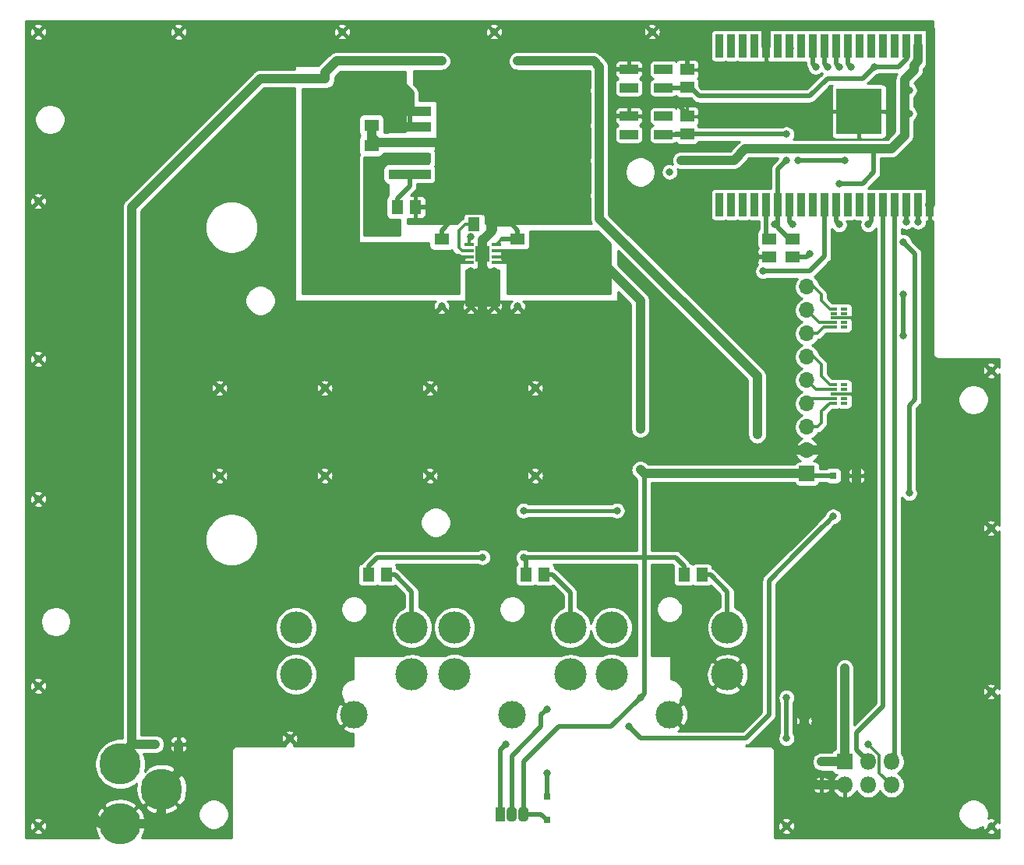
<source format=gtl>
G04 #@! TF.GenerationSoftware,KiCad,Pcbnew,(5.1.6)-1*
G04 #@! TF.CreationDate,2021-06-16T15:57:26+02:00*
G04 #@! TF.ProjectId,wall-sensor-of-room-temperature,77616c6c-2d73-4656-9e73-6f722d6f662d,rev?*
G04 #@! TF.SameCoordinates,Original*
G04 #@! TF.FileFunction,Copper,L1,Top*
G04 #@! TF.FilePolarity,Positive*
%FSLAX46Y46*%
G04 Gerber Fmt 4.6, Leading zero omitted, Abs format (unit mm)*
G04 Created by KiCad (PCBNEW (5.1.6)-1) date 2021-06-16 15:57:26*
%MOMM*%
%LPD*%
G01*
G04 APERTURE LIST*
G04 #@! TA.AperFunction,ComponentPad*
%ADD10C,0.800000*%
G04 #@! TD*
G04 #@! TA.AperFunction,ComponentPad*
%ADD11O,1.800000X1.800000*%
G04 #@! TD*
G04 #@! TA.AperFunction,ComponentPad*
%ADD12R,1.800000X1.800000*%
G04 #@! TD*
G04 #@! TA.AperFunction,SMDPad,CuDef*
%ADD13R,1.000000X0.310000*%
G04 #@! TD*
G04 #@! TA.AperFunction,SMDPad,CuDef*
%ADD14R,1.500000X1.750000*%
G04 #@! TD*
G04 #@! TA.AperFunction,SMDPad,CuDef*
%ADD15R,0.800000X0.800000*%
G04 #@! TD*
G04 #@! TA.AperFunction,ComponentPad*
%ADD16C,4.500000*%
G04 #@! TD*
G04 #@! TA.AperFunction,SMDPad,CuDef*
%ADD17R,4.600000X1.100000*%
G04 #@! TD*
G04 #@! TA.AperFunction,SMDPad,CuDef*
%ADD18R,9.400000X10.800000*%
G04 #@! TD*
G04 #@! TA.AperFunction,SMDPad,CuDef*
%ADD19R,0.800000X0.300000*%
G04 #@! TD*
G04 #@! TA.AperFunction,SMDPad,CuDef*
%ADD20R,5.000000X5.000000*%
G04 #@! TD*
G04 #@! TA.AperFunction,SMDPad,CuDef*
%ADD21R,0.900000X2.500000*%
G04 #@! TD*
G04 #@! TA.AperFunction,ComponentPad*
%ADD22O,1.700000X1.700000*%
G04 #@! TD*
G04 #@! TA.AperFunction,ComponentPad*
%ADD23R,1.700000X1.700000*%
G04 #@! TD*
G04 #@! TA.AperFunction,ComponentPad*
%ADD24R,1.050000X1.500000*%
G04 #@! TD*
G04 #@! TA.AperFunction,SMDPad,CuDef*
%ADD25R,2.000000X1.000000*%
G04 #@! TD*
G04 #@! TA.AperFunction,SMDPad,CuDef*
%ADD26R,1.500000X1.300000*%
G04 #@! TD*
G04 #@! TA.AperFunction,ComponentPad*
%ADD27C,3.000000*%
G04 #@! TD*
G04 #@! TA.AperFunction,ComponentPad*
%ADD28C,3.500000*%
G04 #@! TD*
G04 #@! TA.AperFunction,SMDPad,CuDef*
%ADD29R,1.300000X1.500000*%
G04 #@! TD*
G04 #@! TA.AperFunction,ViaPad*
%ADD30C,0.800000*%
G04 #@! TD*
G04 #@! TA.AperFunction,Conductor*
%ADD31C,0.500000*%
G04 #@! TD*
G04 #@! TA.AperFunction,Conductor*
%ADD32C,0.310000*%
G04 #@! TD*
G04 #@! TA.AperFunction,Conductor*
%ADD33C,0.370000*%
G04 #@! TD*
G04 #@! TA.AperFunction,Conductor*
%ADD34C,0.450000*%
G04 #@! TD*
G04 #@! TA.AperFunction,Conductor*
%ADD35C,1.000000*%
G04 #@! TD*
G04 #@! TA.AperFunction,Conductor*
%ADD36C,0.300000*%
G04 #@! TD*
G04 #@! TA.AperFunction,Conductor*
%ADD37C,0.200000*%
G04 #@! TD*
G04 #@! TA.AperFunction,Conductor*
%ADD38C,0.254000*%
G04 #@! TD*
G04 #@! TA.AperFunction,Conductor*
%ADD39C,0.250000*%
G04 #@! TD*
G04 APERTURE END LIST*
D10*
X93345000Y-73660000D03*
X118110000Y-113030000D03*
X127635000Y-140970000D03*
X92075000Y-73660000D03*
X86995000Y-92790002D03*
X88475001Y-92920001D03*
X100965000Y-97790000D03*
X100965000Y-94615000D03*
X97790000Y-97790000D03*
X97790000Y-94615000D03*
X94615000Y-97790000D03*
X94615000Y-94615000D03*
X76835000Y-90805000D03*
X76200000Y-89535000D03*
X76200000Y-87630000D03*
X76200000Y-86360000D03*
X89535000Y-100330000D03*
X92075000Y-100330000D03*
X86995000Y-100330000D03*
X83820000Y-100330000D03*
X89535000Y-98425000D03*
X86995000Y-98425000D03*
X89535000Y-96520000D03*
X86995000Y-96520000D03*
X81280000Y-97790000D03*
X85090000Y-97790000D03*
X73025000Y-94950000D03*
X85205000Y-95135000D03*
X81280000Y-94950000D03*
X77470000Y-94950000D03*
X77470000Y-76200000D03*
X76200000Y-76200000D03*
X73660000Y-81280000D03*
X73660000Y-78740000D03*
X77470000Y-97790000D03*
X73025000Y-97790000D03*
X83820000Y-73660000D03*
X95885000Y-80645000D03*
X95885000Y-84455000D03*
X95885000Y-88265000D03*
X99060000Y-88265000D03*
X99060000Y-84455000D03*
X99060000Y-80645000D03*
X99060000Y-76835000D03*
X95885000Y-76835000D03*
X40005000Y-88900000D03*
X40005000Y-70485000D03*
X55245000Y-70485000D03*
X73025000Y-70485000D03*
X89535000Y-70485000D03*
X106680000Y-70485000D03*
X108585000Y-85725000D03*
X109855000Y-84455000D03*
X135600000Y-91150000D03*
X134330000Y-91150000D03*
X123825000Y-94615000D03*
X118745000Y-96520000D03*
X120015000Y-91440000D03*
X121920000Y-91440000D03*
X127000000Y-91440000D03*
X130175000Y-91440000D03*
X133985000Y-93345000D03*
X133985000Y-99060000D03*
X133985000Y-103505000D03*
X134620000Y-120650000D03*
X118110000Y-114300000D03*
X105410000Y-113665000D03*
X105410000Y-118110000D03*
X102870000Y-122555000D03*
X92710000Y-122555000D03*
X92710000Y-127635000D03*
X143510000Y-124460000D03*
X88265000Y-127635000D03*
X143510000Y-107315000D03*
X126365000Y-123190000D03*
X121285000Y-147320000D03*
X127635000Y-139700000D03*
X121285000Y-142875000D03*
X130175000Y-147955000D03*
X121285000Y-156845000D03*
X123190000Y-145415000D03*
X105410000Y-142875000D03*
X143510000Y-156845000D03*
X104140000Y-146050000D03*
X143510000Y-142240000D03*
X71120000Y-118745000D03*
X71120000Y-109220000D03*
X95250000Y-151130000D03*
X95250000Y-144145000D03*
X82550000Y-109220000D03*
X93980000Y-109220000D03*
X82550000Y-118745000D03*
X93980000Y-118745000D03*
X59690000Y-118745000D03*
X67310000Y-147320000D03*
X90805000Y-147955000D03*
X40005000Y-106045000D03*
X59690000Y-109220000D03*
X40005000Y-121285000D03*
X40005000Y-141605000D03*
X40005000Y-156845000D03*
D11*
X127635000Y-152400000D03*
X130175000Y-152400000D03*
X130175000Y-149860000D03*
D12*
X127635000Y-149860000D03*
D11*
X132715000Y-152400000D03*
X132715000Y-149860000D03*
D13*
X86779100Y-94290000D03*
X89750900Y-95590000D03*
D14*
X88265000Y-94615000D03*
D13*
X86779100Y-95590000D03*
X86779100Y-94940000D03*
X89750900Y-93640000D03*
X89750900Y-94290000D03*
X89750900Y-94940000D03*
X86779100Y-93640000D03*
D15*
X52705000Y-147955000D03*
X55245000Y-147955000D03*
D16*
X48895000Y-150095000D03*
X48895000Y-156595000D03*
X53395000Y-152845000D03*
D17*
X80385000Y-80850000D03*
X80385000Y-85950000D03*
X80385000Y-84250000D03*
X80385000Y-79150000D03*
X80385000Y-82550000D03*
D18*
X89535000Y-82550000D03*
D19*
X126460000Y-110355000D03*
X126460000Y-108855000D03*
X127540000Y-110855000D03*
X127540000Y-110355000D03*
X126460000Y-109855000D03*
X126460000Y-109355000D03*
X126460000Y-110855000D03*
X127540000Y-109855000D03*
X127540000Y-109355000D03*
X127540000Y-108855000D03*
X126460000Y-102100000D03*
X126460000Y-100600000D03*
X127540000Y-102600000D03*
X127540000Y-102100000D03*
X126460000Y-101600000D03*
X126460000Y-101100000D03*
X126460000Y-102600000D03*
X127540000Y-101600000D03*
X127540000Y-101100000D03*
X127540000Y-100600000D03*
D20*
X129175000Y-79145000D03*
D21*
X136870000Y-89270000D03*
X135600000Y-89270000D03*
X134330000Y-89270000D03*
X121630000Y-72020000D03*
X131790000Y-72020000D03*
X127980000Y-89270000D03*
X124170000Y-72020000D03*
X127980000Y-72020000D03*
X133060000Y-72020000D03*
X135600000Y-72020000D03*
X130520000Y-89270000D03*
X122900000Y-72020000D03*
X134330000Y-72020000D03*
X114010000Y-89281000D03*
X120360000Y-72020000D03*
X126710000Y-72020000D03*
X121630000Y-89270000D03*
X120360000Y-89281000D03*
X126710000Y-89270000D03*
X129250000Y-72020000D03*
X116550000Y-89281000D03*
X122900000Y-89270000D03*
X133060000Y-89270000D03*
X117820000Y-89270000D03*
X124170000Y-89270000D03*
X129250000Y-89270000D03*
X131790000Y-89270000D03*
X125440000Y-89270000D03*
X125440000Y-72020000D03*
X130520000Y-72020000D03*
X115280000Y-89281000D03*
X119090000Y-89270000D03*
X115280000Y-72009000D03*
X136870000Y-72020000D03*
X114010000Y-72009000D03*
X117820000Y-72020000D03*
X116550000Y-72009000D03*
X119090000Y-72020000D03*
D22*
X123515000Y-110910000D03*
X123515000Y-108370000D03*
X123515000Y-98210000D03*
X123515000Y-100750000D03*
X123515000Y-115990000D03*
D23*
X123515000Y-118530000D03*
D22*
X123515000Y-113450000D03*
X123515000Y-105830000D03*
X123515000Y-103290000D03*
G04 #@! TA.AperFunction,ComponentPad*
G36*
G01*
X92185000Y-156062500D02*
X92185000Y-155087500D01*
G75*
G02*
X92447500Y-154825000I262500J0D01*
G01*
X92972500Y-154825000D01*
G75*
G02*
X93235000Y-155087500I0J-262500D01*
G01*
X93235000Y-156062500D01*
G75*
G02*
X92972500Y-156325000I-262500J0D01*
G01*
X92447500Y-156325000D01*
G75*
G02*
X92185000Y-156062500I0J262500D01*
G01*
G37*
G04 #@! TD.AperFunction*
G04 #@! TA.AperFunction,ComponentPad*
G36*
G01*
X90915000Y-156062500D02*
X90915000Y-155087500D01*
G75*
G02*
X91177500Y-154825000I262500J0D01*
G01*
X91702500Y-154825000D01*
G75*
G02*
X91965000Y-155087500I0J-262500D01*
G01*
X91965000Y-156062500D01*
G75*
G02*
X91702500Y-156325000I-262500J0D01*
G01*
X91177500Y-156325000D01*
G75*
G02*
X90915000Y-156062500I0J262500D01*
G01*
G37*
G04 #@! TD.AperFunction*
D24*
X90170000Y-155575000D03*
D25*
X104170000Y-79645000D03*
X104170000Y-81645000D03*
X107920000Y-79645000D03*
X107920000Y-81645000D03*
X104170000Y-74565000D03*
X104170000Y-76565000D03*
X107920000Y-74565000D03*
X107920000Y-76565000D03*
D15*
X95250000Y-156210000D03*
X95250000Y-153670000D03*
D26*
X119380000Y-93010000D03*
X119380000Y-94950000D03*
D27*
X74295000Y-144745000D03*
D28*
X80595000Y-140345000D03*
X80595000Y-135245000D03*
X67995000Y-140345000D03*
X67995000Y-135245000D03*
D27*
X91500000Y-144745000D03*
D28*
X97800000Y-140345000D03*
X97800000Y-135245000D03*
X85200000Y-140345000D03*
X85200000Y-135245000D03*
D27*
X108585000Y-144745000D03*
D28*
X114885000Y-140345000D03*
X114885000Y-135245000D03*
X102285000Y-140345000D03*
X102285000Y-135245000D03*
D29*
X75865000Y-129540000D03*
X77805000Y-129540000D03*
X93010000Y-129540000D03*
X94950000Y-129540000D03*
X110155000Y-129540000D03*
X112095000Y-129540000D03*
D26*
X121920000Y-94950000D03*
X121920000Y-93010000D03*
D15*
X126365000Y-118745000D03*
X128905000Y-118745000D03*
X125095000Y-149860000D03*
X125095000Y-152400000D03*
X73660000Y-75565000D03*
X71120000Y-75565000D03*
D26*
X110490000Y-81615000D03*
X110490000Y-79675000D03*
X110490000Y-76535000D03*
X110490000Y-74595000D03*
X92075000Y-94950000D03*
X92075000Y-93010000D03*
X76200000Y-84790000D03*
X76200000Y-82850000D03*
D29*
X79040000Y-89535000D03*
X80980000Y-89535000D03*
X87295000Y-91440000D03*
X89235000Y-91440000D03*
D26*
X83820000Y-94950000D03*
X83820000Y-93010000D03*
X76200000Y-78705000D03*
X76200000Y-80645000D03*
D30*
X136940001Y-82769999D03*
X136940001Y-76419999D03*
X135128000Y-74114999D03*
X134620000Y-79375000D03*
X134620000Y-76835000D03*
X127000000Y-86995000D03*
X130810000Y-74295000D03*
X121285000Y-81615000D03*
X121285000Y-84455000D03*
X128270000Y-74295000D03*
X127000000Y-74295000D03*
X125730000Y-74295000D03*
X122555000Y-84455000D03*
X127635000Y-84455000D03*
X124460000Y-74295000D03*
D31*
X82550000Y-89535000D02*
X89535000Y-82550000D01*
X80980000Y-89535000D02*
X82550000Y-89535000D01*
X92075000Y-93010000D02*
X90372499Y-93010000D01*
D32*
X90372499Y-93010000D02*
X89786249Y-93596249D01*
D33*
X89235000Y-91105000D02*
X89235000Y-91440000D01*
X89535000Y-90805000D02*
X89235000Y-91105000D01*
D34*
X89235000Y-91440000D02*
X89235000Y-90505000D01*
D31*
X92075000Y-92075000D02*
X92075000Y-93010000D01*
X89235000Y-91440000D02*
X91440000Y-91440000D01*
X91440000Y-91440000D02*
X92075000Y-92075000D01*
D34*
X86995000Y-85090000D02*
X89535000Y-82550000D01*
X136665001Y-72224999D02*
X136870000Y-72020000D01*
X89535000Y-82550000D02*
X92075000Y-82550000D01*
X103900000Y-79375000D02*
X104170000Y-79645000D01*
D35*
X104775000Y-71755000D02*
X106045000Y-71755000D01*
X106045000Y-71755000D02*
X107950000Y-71755000D01*
X107950000Y-71755000D02*
X109855000Y-69850000D01*
X109855000Y-69850000D02*
X110490000Y-69850000D01*
D34*
X119090000Y-70195000D02*
X118745000Y-69850000D01*
D35*
X110490000Y-69850000D02*
X118745000Y-69850000D01*
X89535000Y-82550000D02*
X89535000Y-77470000D01*
D34*
X136870000Y-72020000D02*
X136870000Y-73315000D01*
D35*
X136870000Y-89270000D02*
X136940001Y-89199999D01*
X119090000Y-70140000D02*
X119380000Y-69850000D01*
X119090000Y-72020000D02*
X119090000Y-70140000D01*
X118745000Y-69850000D02*
X119380000Y-69850000D01*
X89535000Y-91140000D02*
X89235000Y-91440000D01*
X89235000Y-92160002D02*
X89235000Y-91440000D01*
X88265000Y-93130002D02*
X88475001Y-92920001D01*
D31*
X88900000Y-90170000D02*
X89535000Y-90170000D01*
D35*
X89535000Y-90170000D02*
X89535000Y-91140000D01*
D31*
X83820000Y-92075000D02*
X85725000Y-90170000D01*
D35*
X89535000Y-82550000D02*
X89535000Y-90170000D01*
D31*
X83820000Y-93010000D02*
X83820000Y-92075000D01*
X85725000Y-90170000D02*
X88900000Y-90170000D01*
D35*
X80385000Y-82550000D02*
X89535000Y-82550000D01*
X80385000Y-82550000D02*
X76835000Y-82550000D01*
X76200000Y-82850000D02*
X76200000Y-81915000D01*
X76835000Y-82550000D02*
X76200000Y-81915000D01*
X76200000Y-81915000D02*
X76200000Y-80645000D01*
D31*
X102479613Y-71999613D02*
X102235000Y-71755000D01*
D35*
X101600000Y-71755000D02*
X102235000Y-71755000D01*
D31*
X104170000Y-71785000D02*
X104140000Y-71755000D01*
D35*
X102235000Y-71755000D02*
X104140000Y-71755000D01*
X104140000Y-71755000D02*
X104775000Y-71755000D01*
D31*
X110490000Y-74595000D02*
X110490000Y-69850000D01*
X104170000Y-79645000D02*
X102479613Y-79645000D01*
X104170000Y-74565000D02*
X102505000Y-74565000D01*
X102505000Y-74565000D02*
X102479613Y-74539613D01*
X102479613Y-74539613D02*
X102479613Y-71999613D01*
X110490000Y-79675000D02*
X110490000Y-79375000D01*
X109464613Y-78349613D02*
X102479613Y-78349613D01*
X110490000Y-79375000D02*
X109464613Y-78349613D01*
X102479613Y-79645000D02*
X102479613Y-78349613D01*
X102479613Y-78349613D02*
X102479613Y-74539613D01*
D36*
X126460000Y-109855000D02*
X127540000Y-109855000D01*
D31*
X128905000Y-114935000D02*
X128905000Y-109855000D01*
D36*
X127540000Y-109855000D02*
X128905000Y-109855000D01*
X126460000Y-101600000D02*
X127540000Y-101600000D01*
X127540000Y-101600000D02*
X128270000Y-101600000D01*
X128270000Y-101600000D02*
X128905000Y-102235000D01*
D31*
X128905000Y-109855000D02*
X128905000Y-102235000D01*
D35*
X123515000Y-115990000D02*
X128690000Y-115990000D01*
X128905000Y-116205000D02*
X128905000Y-118745000D01*
D31*
X128690000Y-115990000D02*
X128905000Y-116205000D01*
X128905000Y-114935000D02*
X128905000Y-116205000D01*
D35*
X88475001Y-92920001D02*
X89235000Y-92160002D01*
X136940001Y-89199999D02*
X136940001Y-82769999D01*
X136940001Y-82769999D02*
X136940001Y-76419999D01*
D31*
X102479613Y-85334613D02*
X102479613Y-79645000D01*
X102479613Y-88509613D02*
X102479613Y-85334613D01*
X119380000Y-94950000D02*
X116540000Y-94950000D01*
X115570000Y-93980000D02*
X107950000Y-93980000D01*
X116540000Y-94950000D02*
X115570000Y-93980000D01*
X107950000Y-93980000D02*
X102479613Y-88509613D01*
D35*
X89535000Y-82550000D02*
X89535000Y-71755000D01*
X89535000Y-71755000D02*
X101600000Y-71755000D01*
D31*
X95250000Y-153035000D02*
X95250000Y-153670000D01*
X95250000Y-151130000D02*
X95250000Y-153035000D01*
D35*
X136525000Y-69850000D02*
X119380000Y-69850000D01*
X136870000Y-70195000D02*
X136525000Y-69850000D01*
X136525000Y-69850000D02*
X136940001Y-70265001D01*
X136940001Y-76419999D02*
X136940001Y-73440001D01*
X136940001Y-70265001D02*
X136940001Y-73440001D01*
X136940001Y-73440001D02*
X136940001Y-72090001D01*
X48895000Y-156595000D02*
X52320000Y-156595000D01*
X53395000Y-155520000D02*
X53395000Y-152845000D01*
X52320000Y-156595000D02*
X53395000Y-155520000D01*
X55245000Y-150995000D02*
X53395000Y-152845000D01*
X55245000Y-147955000D02*
X55245000Y-150995000D01*
X88265000Y-96520000D02*
X88265000Y-94615000D01*
X88265000Y-113490318D02*
X88265000Y-96520000D01*
X90764682Y-115990000D02*
X88265000Y-113490318D01*
X123515000Y-115990000D02*
X90764682Y-115990000D01*
X127635000Y-152400000D02*
X125095000Y-152400000D01*
X128905000Y-119380000D02*
X128905000Y-118745000D01*
X128905000Y-133985000D02*
X128905000Y-119380000D01*
X123190000Y-145415000D02*
X123190000Y-139700000D01*
X123190000Y-139700000D02*
X128905000Y-133985000D01*
X125095000Y-152400000D02*
X124460000Y-152400000D01*
X124460000Y-152400000D02*
X123190000Y-151130000D01*
X123190000Y-151130000D02*
X123190000Y-145415000D01*
X89535000Y-71755000D02*
X74930000Y-71755000D01*
X59690000Y-71755000D02*
X46990000Y-84455000D01*
X46740000Y-156595000D02*
X48895000Y-156595000D01*
X44450000Y-154305000D02*
X46740000Y-156595000D01*
X74930000Y-71755000D02*
X59690000Y-71755000D01*
X46990000Y-84455000D02*
X46990000Y-141605000D01*
X44450000Y-144145000D02*
X44450000Y-154305000D01*
X46990000Y-141605000D02*
X44450000Y-144145000D01*
X88265000Y-94615000D02*
X88265000Y-93130002D01*
D37*
X83905000Y-94865000D02*
X83820000Y-94950000D01*
D34*
X84005000Y-95135000D02*
X83820000Y-94950000D01*
D37*
X86977500Y-92807502D02*
X86995000Y-92790002D01*
D31*
X85840000Y-95135000D02*
X85205000Y-95135000D01*
D34*
X76235000Y-78740000D02*
X76200000Y-78705000D01*
X85090000Y-95250000D02*
X85205000Y-95135000D01*
D35*
X83820000Y-94950000D02*
X81580000Y-94950000D01*
D31*
X80385000Y-79150000D02*
X78965000Y-79150000D01*
X80385000Y-80850000D02*
X78945000Y-80850000D01*
X78945000Y-80850000D02*
X78618447Y-80523447D01*
X80385000Y-80570000D02*
X80385000Y-80850000D01*
D35*
X80385000Y-79150000D02*
X80385000Y-77210000D01*
X80385000Y-77210000D02*
X78740000Y-75565000D01*
X77470000Y-76200000D02*
X77470000Y-75565000D01*
X78740000Y-75565000D02*
X77470000Y-75565000D01*
X77470000Y-75565000D02*
X76200000Y-75565000D01*
X76200000Y-76200000D02*
X76200000Y-75565000D01*
X76200000Y-75565000D02*
X73660000Y-75565000D01*
X73025000Y-78740000D02*
X73342500Y-78422500D01*
X74295000Y-84455000D02*
X73025000Y-83185000D01*
X75900000Y-94950000D02*
X74295000Y-93345000D01*
X73025000Y-83185000D02*
X73025000Y-81280000D01*
X81580000Y-94950000D02*
X75900000Y-94950000D01*
X75565000Y-76200000D02*
X76200000Y-76200000D01*
X74295000Y-93345000D02*
X74295000Y-84455000D01*
X73342500Y-78422500D02*
X75565000Y-76200000D01*
X73025000Y-81280000D02*
X73025000Y-78740000D01*
D31*
X80385000Y-79150000D02*
X77880000Y-79150000D01*
X77435000Y-78705000D02*
X76200000Y-78705000D01*
X77880000Y-79150000D02*
X77435000Y-78705000D01*
X80385000Y-80850000D02*
X80385000Y-79150000D01*
D36*
X86779100Y-93005902D02*
X86995000Y-92790002D01*
X86779100Y-93640000D02*
X86779100Y-93005902D01*
X86035000Y-94940000D02*
X85840000Y-95135000D01*
X86779100Y-94940000D02*
X86035000Y-94940000D01*
X86779100Y-95590000D02*
X86295000Y-95590000D01*
D31*
X85840000Y-95135000D02*
X86245000Y-95135000D01*
X86245000Y-95135000D02*
X86157500Y-95222500D01*
D36*
X86295000Y-95590000D02*
X86157500Y-95452500D01*
D35*
X85020000Y-94950000D02*
X85205000Y-95135000D01*
X83820000Y-94950000D02*
X85020000Y-94950000D01*
X85205000Y-95135000D02*
X85610000Y-95135000D01*
D36*
X86065000Y-95590000D02*
X85610000Y-95135000D01*
X86779100Y-95590000D02*
X86065000Y-95590000D01*
X86065000Y-95590000D02*
X85781813Y-95590000D01*
X85326813Y-95135000D02*
X85205000Y-95135000D01*
X85781813Y-95590000D02*
X85326813Y-95135000D01*
D33*
X85725000Y-93980000D02*
X85725000Y-92075000D01*
X86360000Y-91440000D02*
X87295000Y-91440000D01*
X85725000Y-92075000D02*
X86360000Y-91440000D01*
D32*
X86035000Y-94290000D02*
X85725000Y-93980000D01*
X86779100Y-94290000D02*
X86035000Y-94290000D01*
D34*
X80290000Y-84155000D02*
X80385000Y-84250000D01*
D35*
X80385000Y-84250000D02*
X77675000Y-84250000D01*
X77135000Y-84790000D02*
X76200000Y-84790000D01*
X77675000Y-84250000D02*
X77135000Y-84790000D01*
X76200000Y-84790000D02*
X76200000Y-87630000D01*
D34*
X122220000Y-95250000D02*
X121920000Y-94950000D01*
D31*
X121920000Y-94950000D02*
X123490000Y-94950000D01*
X123490000Y-94950000D02*
X123825000Y-94615000D01*
D35*
X116820001Y-83204999D02*
X130790001Y-83204999D01*
X115570000Y-84455000D02*
X116820001Y-83204999D01*
X109855000Y-84455000D02*
X115570000Y-84455000D01*
X135600000Y-73642999D02*
X135128000Y-74114999D01*
X135600000Y-72020000D02*
X135600000Y-73642999D01*
X135128000Y-74676000D02*
X135128000Y-74114999D01*
D31*
X127000000Y-86995000D02*
X129540000Y-86995000D01*
X129540000Y-86995000D02*
X130790001Y-85744999D01*
X130790001Y-85744999D02*
X130790001Y-83204999D01*
D35*
X130790001Y-83204999D02*
X132695001Y-83204999D01*
X132695001Y-83204999D02*
X134112000Y-81788000D01*
X134112000Y-75692000D02*
X135128000Y-74676000D01*
D31*
X134620000Y-76835000D02*
X134112000Y-77343000D01*
D35*
X134112000Y-77343000D02*
X134112000Y-75692000D01*
D31*
X134620000Y-79375000D02*
X134239000Y-79375000D01*
D35*
X134112000Y-81788000D02*
X134112000Y-79502000D01*
D31*
X134239000Y-79375000D02*
X134112000Y-79502000D01*
D35*
X134112000Y-79502000D02*
X134112000Y-77343000D01*
D36*
X91660000Y-95365000D02*
X92075000Y-94950000D01*
X91990000Y-94865000D02*
X92075000Y-94950000D01*
D37*
X91490000Y-94365000D02*
X92075000Y-94950000D01*
D35*
X98425000Y-94615000D02*
X97155000Y-94615000D01*
D34*
X98425000Y-94615000D02*
X97155000Y-94615000D01*
D35*
X97790000Y-94615000D02*
X99060000Y-94615000D01*
D31*
X123730000Y-118745000D02*
X123515000Y-118530000D01*
X126365000Y-118745000D02*
X123730000Y-118745000D01*
D35*
X97155000Y-94615000D02*
X94615000Y-94615000D01*
D31*
X92710000Y-153035000D02*
X92710000Y-153356000D01*
X92710000Y-153035000D02*
X92710000Y-154305000D01*
X92710000Y-149860000D02*
X92710000Y-153035000D01*
X96520000Y-146050000D02*
X92710000Y-149860000D01*
X102235000Y-146050000D02*
X96520000Y-146050000D01*
X92710000Y-154940000D02*
X92710000Y-154305000D01*
X94615000Y-155575000D02*
X95250000Y-156210000D01*
X92710000Y-155575000D02*
X94615000Y-155575000D01*
D35*
X123515000Y-118530000D02*
X110275000Y-118530000D01*
X100330000Y-94615000D02*
X99060000Y-94615000D01*
X105410000Y-99695000D02*
X100330000Y-94615000D01*
X105410000Y-113665000D02*
X105410000Y-99695000D01*
X110275000Y-118530000D02*
X105830000Y-118530000D01*
X105830000Y-118530000D02*
X105410000Y-118110000D01*
D31*
X110275000Y-118530000D02*
X110155000Y-118650000D01*
X105410000Y-127635000D02*
X106045000Y-127635000D01*
X110155000Y-129540000D02*
X110155000Y-128570000D01*
X106045000Y-127635000D02*
X109220000Y-127635000D01*
X110155000Y-128570000D02*
X109220000Y-127635000D01*
X75865000Y-128605000D02*
X76835000Y-127635000D01*
X75865000Y-129540000D02*
X75865000Y-128605000D01*
D36*
X91415000Y-94290000D02*
X92075000Y-94950000D01*
D32*
X89750900Y-94290000D02*
X91415000Y-94290000D01*
D36*
X92065000Y-94940000D02*
X92075000Y-94950000D01*
D32*
X89750900Y-94940000D02*
X92065000Y-94940000D01*
D36*
X91435000Y-95590000D02*
X92075000Y-94950000D01*
D32*
X89750900Y-95590000D02*
X91435000Y-95590000D01*
D35*
X94615000Y-94615000D02*
X90805000Y-94615000D01*
D31*
X92075000Y-94950000D02*
X91740000Y-94950000D01*
X91740000Y-94950000D02*
X91440000Y-95250000D01*
X91440000Y-95250000D02*
X90805000Y-95250000D01*
X90805000Y-95250000D02*
X90529956Y-95250000D01*
X105410000Y-127635000D02*
X92710000Y-127635000D01*
X105410000Y-142875000D02*
X102235000Y-146050000D01*
X105830000Y-142455000D02*
X105410000Y-142875000D01*
X105830000Y-118530000D02*
X105830000Y-142455000D01*
X87630000Y-127635000D02*
X86995000Y-127635000D01*
X88265000Y-127635000D02*
X86995000Y-127635000D01*
X86995000Y-127635000D02*
X76835000Y-127635000D01*
X93010000Y-127935000D02*
X92710000Y-127635000D01*
X93010000Y-129540000D02*
X93010000Y-127935000D01*
D34*
X110460000Y-76565000D02*
X110490000Y-76535000D01*
D31*
X107920000Y-76565000D02*
X110460000Y-76565000D01*
X130810000Y-74295000D02*
X132080000Y-74295000D01*
X129540000Y-75565000D02*
X130810000Y-74295000D01*
X110825000Y-76535000D02*
X111760000Y-77470000D01*
X111760000Y-77470000D02*
X123825000Y-77470000D01*
X123825000Y-77470000D02*
X125730000Y-75565000D01*
X125730000Y-75565000D02*
X129540000Y-75565000D01*
X132750002Y-74295000D02*
X132080000Y-74295000D01*
D34*
X134330000Y-72020000D02*
X134330000Y-72715002D01*
D31*
X134330000Y-72020000D02*
X134330000Y-73116000D01*
X134366000Y-73152000D02*
X134366000Y-73406000D01*
X134330000Y-73116000D02*
X134366000Y-73152000D01*
X133477000Y-74295000D02*
X132750002Y-74295000D01*
X134366000Y-73406000D02*
X133477000Y-74295000D01*
D36*
X131375001Y-149155001D02*
X130175000Y-147955000D01*
X131375001Y-151060001D02*
X131375001Y-149155001D01*
X132715000Y-152400000D02*
X131375001Y-151060001D01*
D34*
X120360000Y-89965002D02*
X120360000Y-89281000D01*
X110460000Y-81645000D02*
X110490000Y-81615000D01*
D31*
X107920000Y-81645000D02*
X110460000Y-81645000D01*
X109220000Y-81615000D02*
X121285000Y-81615000D01*
D34*
X121585000Y-93010000D02*
X121920000Y-93010000D01*
D31*
X120360000Y-89281000D02*
X120360000Y-91095000D01*
X121585000Y-93010000D02*
X120360000Y-91785000D01*
D34*
X120070000Y-91440000D02*
X120360000Y-91730000D01*
X120015000Y-91440000D02*
X120070000Y-91440000D01*
X120360000Y-91785000D02*
X120360000Y-91730000D01*
D31*
X120360000Y-91730000D02*
X120360000Y-91095000D01*
X120360000Y-85380000D02*
X120360000Y-89281000D01*
X120360000Y-85380000D02*
X121285000Y-84455000D01*
X130175000Y-152400000D02*
X130175000Y-153035000D01*
X121285000Y-142875000D02*
X121285000Y-147320000D01*
X128270000Y-74295000D02*
X127980000Y-73950000D01*
X127980000Y-73950000D02*
X127980000Y-72020000D01*
X114885000Y-131395000D02*
X114885000Y-135245000D01*
X112095000Y-129540000D02*
X113030000Y-129540000D01*
X113030000Y-129540000D02*
X114885000Y-131395000D01*
X126710000Y-73950000D02*
X126710000Y-72020000D01*
X127000000Y-74295000D02*
X126710000Y-73950000D01*
X97800000Y-131455000D02*
X97800000Y-135245000D01*
X94950000Y-129540000D02*
X95885000Y-129540000D01*
X95885000Y-129540000D02*
X97800000Y-131455000D01*
X125440000Y-73950000D02*
X125440000Y-72020000D01*
X125730000Y-74295000D02*
X125440000Y-73950000D01*
X80595000Y-131395000D02*
X80595000Y-135245000D01*
X77805000Y-129540000D02*
X78740000Y-129540000D01*
X78740000Y-129540000D02*
X80595000Y-131395000D01*
D34*
X102870000Y-122555000D02*
X92710000Y-122555000D01*
D35*
X127635000Y-149860000D02*
X125095000Y-149860000D01*
X127635000Y-149860000D02*
X127635000Y-139700000D01*
X118110000Y-107950000D02*
X118110000Y-114300000D01*
X100965000Y-74295000D02*
X100965000Y-90805000D01*
X100330000Y-73660000D02*
X100965000Y-74295000D01*
X100965000Y-90805000D02*
X118110000Y-107950000D01*
X92075000Y-73660000D02*
X100330000Y-73660000D01*
D31*
X128905000Y-148590000D02*
X130175000Y-149860000D01*
X128905000Y-146685000D02*
X128905000Y-148590000D01*
X131790000Y-89270000D02*
X131790000Y-143800000D01*
X131790000Y-143800000D02*
X128905000Y-146685000D01*
X133060000Y-149515000D02*
X132715000Y-149860000D01*
X133060000Y-89270000D02*
X133060000Y-149515000D01*
X126710000Y-91095000D02*
X126710000Y-89270000D01*
X127000000Y-91440000D02*
X126710000Y-91095000D01*
D36*
X126460000Y-102600000D02*
X125365000Y-102600000D01*
X124675000Y-103290000D02*
X125095000Y-102870000D01*
X123515000Y-103290000D02*
X124675000Y-103290000D01*
X125365000Y-102600000D02*
X125095000Y-102870000D01*
D31*
X130175000Y-91440000D02*
X130520000Y-91095000D01*
X130520000Y-91095000D02*
X130520000Y-89270000D01*
D36*
X124865000Y-102100000D02*
X123515000Y-100750000D01*
X126460000Y-102100000D02*
X124865000Y-102100000D01*
D31*
X121920000Y-91440000D02*
X121630000Y-91150000D01*
X121630000Y-91150000D02*
X121630000Y-89270000D01*
D36*
X124500000Y-109355000D02*
X123515000Y-108370000D01*
X126460000Y-109355000D02*
X124500000Y-109355000D01*
D31*
X118745000Y-96520000D02*
X123190000Y-96520000D01*
X125440000Y-89270000D02*
X125440000Y-94905000D01*
X123825000Y-96520000D02*
X123190000Y-96520000D01*
X125440000Y-94905000D02*
X123825000Y-96520000D01*
D36*
X126460000Y-110855000D02*
X126000000Y-110855000D01*
X126000000Y-110855000D02*
X125095000Y-111760000D01*
X123515000Y-113450000D02*
X124675000Y-113450000D01*
X125095000Y-113030000D02*
X125095000Y-111760000D01*
X124675000Y-113450000D02*
X125095000Y-113030000D01*
D31*
X134330000Y-91150000D02*
X134330000Y-89270000D01*
X133985000Y-99060000D02*
X133985000Y-103505000D01*
D36*
X124070000Y-110355000D02*
X123515000Y-110910000D01*
X126460000Y-110355000D02*
X124070000Y-110355000D01*
D34*
X135600000Y-89825000D02*
X135600000Y-89270000D01*
D31*
X135600000Y-91150000D02*
X135600000Y-89270000D01*
D36*
X125095000Y-107950000D02*
X125095000Y-106680000D01*
X125095000Y-106680000D02*
X124245000Y-105830000D01*
X126460000Y-108855000D02*
X126000000Y-108855000D01*
X124245000Y-105830000D02*
X123515000Y-105830000D01*
X126000000Y-108855000D02*
X125095000Y-107950000D01*
D34*
X124170000Y-72020000D02*
X124170000Y-72680000D01*
D31*
X127635000Y-84455000D02*
X122555000Y-84455000D01*
X124170000Y-73315000D02*
X124170000Y-72020000D01*
X124170000Y-74005000D02*
X124460000Y-74295000D01*
X124170000Y-72020000D02*
X124170000Y-74005000D01*
X135255000Y-94615000D02*
X133985000Y-93345000D01*
X135255000Y-110490000D02*
X135255000Y-94615000D01*
X104140000Y-146050000D02*
X105410000Y-147320000D01*
X105410000Y-147320000D02*
X116840000Y-147320000D01*
X116840000Y-147320000D02*
X119380000Y-144780000D01*
X119380000Y-144780000D02*
X119380000Y-130175000D01*
X119380000Y-130175000D02*
X122555000Y-127000000D01*
X122555000Y-127000000D02*
X125095000Y-124460000D01*
X125095000Y-124460000D02*
X125730000Y-123825000D01*
X125730000Y-123825000D02*
X126365000Y-123190000D01*
X134620000Y-111125000D02*
X135255000Y-110490000D01*
X134620000Y-120650000D02*
X134620000Y-111125000D01*
X94615000Y-144780000D02*
X95250000Y-144145000D01*
X91440000Y-154940000D02*
X91440000Y-149225000D01*
X94615000Y-146050000D02*
X94615000Y-144780000D01*
X91440000Y-149225000D02*
X94615000Y-146050000D01*
D36*
X125095000Y-99060000D02*
X124245000Y-98210000D01*
X124245000Y-98210000D02*
X123515000Y-98210000D01*
X126460000Y-100600000D02*
X126000000Y-100600000D01*
X125095000Y-99695000D02*
X125095000Y-99060000D01*
X126000000Y-100600000D02*
X125095000Y-99695000D01*
D31*
X79040000Y-89535000D02*
X79040000Y-88600000D01*
X80385000Y-87255000D02*
X80385000Y-85950000D01*
X79040000Y-88600000D02*
X80385000Y-87255000D01*
D35*
X65405000Y-75565000D02*
X71120000Y-75565000D01*
X64135000Y-75565000D02*
X65405000Y-75565000D01*
X71120000Y-75565000D02*
X71120000Y-74930000D01*
X71120000Y-74930000D02*
X72390000Y-73660000D01*
X72390000Y-73660000D02*
X83820000Y-73660000D01*
X48895000Y-149225000D02*
X50165000Y-147955000D01*
X48895000Y-150095000D02*
X48895000Y-149225000D01*
X52705000Y-147955000D02*
X50165000Y-147955000D01*
X50165000Y-147955000D02*
X50165000Y-89535000D01*
X50165000Y-89535000D02*
X55245000Y-84455000D01*
X55245000Y-84455000D02*
X64135000Y-75565000D01*
D31*
X90230000Y-155515000D02*
X90170000Y-155575000D01*
X90170000Y-155575000D02*
X90170000Y-148590000D01*
X90170000Y-148590000D02*
X90805000Y-147955000D01*
D34*
X119090000Y-92720000D02*
X119380000Y-93010000D01*
D31*
X119090000Y-88635000D02*
X119090000Y-92720000D01*
D36*
X121920000Y-72310000D02*
X121630000Y-72020000D01*
D38*
G36*
X79883000Y-81361928D02*
G01*
X78085000Y-81361928D01*
X77960518Y-81374188D01*
X77840820Y-81410498D01*
X77832397Y-81415000D01*
X77576253Y-81415000D01*
X77588072Y-81295000D01*
X77588072Y-79995000D01*
X77575812Y-79870518D01*
X77539502Y-79750820D01*
X77480537Y-79640506D01*
X77401185Y-79543815D01*
X77304494Y-79464463D01*
X77194180Y-79405498D01*
X77074482Y-79369188D01*
X76950000Y-79356928D01*
X75450000Y-79356928D01*
X75325518Y-79369188D01*
X75205820Y-79405498D01*
X75095506Y-79464463D01*
X74998815Y-79543815D01*
X74919463Y-79640506D01*
X74860498Y-79750820D01*
X74824188Y-79870518D01*
X74811928Y-79995000D01*
X74811928Y-81295000D01*
X74824188Y-81419482D01*
X74860498Y-81539180D01*
X74919463Y-81649494D01*
X74998815Y-81746185D01*
X75000417Y-81747500D01*
X74998815Y-81748815D01*
X74919463Y-81845506D01*
X74860498Y-81955820D01*
X74824188Y-82075518D01*
X74811928Y-82200000D01*
X74811928Y-83500000D01*
X74824188Y-83624482D01*
X74860498Y-83744180D01*
X74901025Y-83820000D01*
X74860498Y-83895820D01*
X74824188Y-84015518D01*
X74811928Y-84140000D01*
X74811928Y-84408835D01*
X74805440Y-84430224D01*
X74803000Y-84455000D01*
X74803000Y-93345000D01*
X74805440Y-93369776D01*
X74812667Y-93393601D01*
X74824403Y-93415557D01*
X74840197Y-93434803D01*
X74859443Y-93450597D01*
X74881399Y-93462333D01*
X74905224Y-93469560D01*
X74930000Y-93472000D01*
X82431928Y-93472000D01*
X82431928Y-93660000D01*
X82444188Y-93784482D01*
X82480498Y-93904180D01*
X82539463Y-94014494D01*
X82618815Y-94111185D01*
X82715506Y-94190537D01*
X82825820Y-94249502D01*
X82945518Y-94285812D01*
X83070000Y-94298072D01*
X84570000Y-94298072D01*
X84694482Y-94285812D01*
X84814180Y-94249502D01*
X84924494Y-94190537D01*
X84930479Y-94185625D01*
X84963754Y-94295318D01*
X85039896Y-94437771D01*
X85142367Y-94562633D01*
X85267228Y-94665104D01*
X85322326Y-94694554D01*
X85448942Y-94821170D01*
X85473683Y-94851317D01*
X85593976Y-94950039D01*
X85726853Y-95021064D01*
X85731180Y-98933000D01*
X68707000Y-98933000D01*
X68707000Y-76700000D01*
X71064248Y-76700000D01*
X71120000Y-76705491D01*
X71175751Y-76700000D01*
X71175752Y-76700000D01*
X71342499Y-76683577D01*
X71556447Y-76618676D01*
X71600467Y-76595147D01*
X71644482Y-76590812D01*
X71764180Y-76554502D01*
X71874494Y-76495537D01*
X71971185Y-76416185D01*
X72050537Y-76319494D01*
X72109502Y-76209180D01*
X72145812Y-76089482D01*
X72150147Y-76045467D01*
X72173676Y-76001447D01*
X72238577Y-75787499D01*
X72260491Y-75565000D01*
X72255000Y-75509248D01*
X72255000Y-75400131D01*
X72860132Y-74795000D01*
X79883000Y-74795000D01*
X79883000Y-81361928D01*
G37*
X79883000Y-81361928D02*
X78085000Y-81361928D01*
X77960518Y-81374188D01*
X77840820Y-81410498D01*
X77832397Y-81415000D01*
X77576253Y-81415000D01*
X77588072Y-81295000D01*
X77588072Y-79995000D01*
X77575812Y-79870518D01*
X77539502Y-79750820D01*
X77480537Y-79640506D01*
X77401185Y-79543815D01*
X77304494Y-79464463D01*
X77194180Y-79405498D01*
X77074482Y-79369188D01*
X76950000Y-79356928D01*
X75450000Y-79356928D01*
X75325518Y-79369188D01*
X75205820Y-79405498D01*
X75095506Y-79464463D01*
X74998815Y-79543815D01*
X74919463Y-79640506D01*
X74860498Y-79750820D01*
X74824188Y-79870518D01*
X74811928Y-79995000D01*
X74811928Y-81295000D01*
X74824188Y-81419482D01*
X74860498Y-81539180D01*
X74919463Y-81649494D01*
X74998815Y-81746185D01*
X75000417Y-81747500D01*
X74998815Y-81748815D01*
X74919463Y-81845506D01*
X74860498Y-81955820D01*
X74824188Y-82075518D01*
X74811928Y-82200000D01*
X74811928Y-83500000D01*
X74824188Y-83624482D01*
X74860498Y-83744180D01*
X74901025Y-83820000D01*
X74860498Y-83895820D01*
X74824188Y-84015518D01*
X74811928Y-84140000D01*
X74811928Y-84408835D01*
X74805440Y-84430224D01*
X74803000Y-84455000D01*
X74803000Y-93345000D01*
X74805440Y-93369776D01*
X74812667Y-93393601D01*
X74824403Y-93415557D01*
X74840197Y-93434803D01*
X74859443Y-93450597D01*
X74881399Y-93462333D01*
X74905224Y-93469560D01*
X74930000Y-93472000D01*
X82431928Y-93472000D01*
X82431928Y-93660000D01*
X82444188Y-93784482D01*
X82480498Y-93904180D01*
X82539463Y-94014494D01*
X82618815Y-94111185D01*
X82715506Y-94190537D01*
X82825820Y-94249502D01*
X82945518Y-94285812D01*
X83070000Y-94298072D01*
X84570000Y-94298072D01*
X84694482Y-94285812D01*
X84814180Y-94249502D01*
X84924494Y-94190537D01*
X84930479Y-94185625D01*
X84963754Y-94295318D01*
X85039896Y-94437771D01*
X85142367Y-94562633D01*
X85267228Y-94665104D01*
X85322326Y-94694554D01*
X85448942Y-94821170D01*
X85473683Y-94851317D01*
X85593976Y-94950039D01*
X85726853Y-95021064D01*
X85731180Y-98933000D01*
X68707000Y-98933000D01*
X68707000Y-76700000D01*
X71064248Y-76700000D01*
X71120000Y-76705491D01*
X71175751Y-76700000D01*
X71175752Y-76700000D01*
X71342499Y-76683577D01*
X71556447Y-76618676D01*
X71600467Y-76595147D01*
X71644482Y-76590812D01*
X71764180Y-76554502D01*
X71874494Y-76495537D01*
X71971185Y-76416185D01*
X72050537Y-76319494D01*
X72109502Y-76209180D01*
X72145812Y-76089482D01*
X72150147Y-76045467D01*
X72173676Y-76001447D01*
X72238577Y-75787499D01*
X72260491Y-75565000D01*
X72255000Y-75509248D01*
X72255000Y-75400131D01*
X72860132Y-74795000D01*
X79883000Y-74795000D01*
X79883000Y-81361928D01*
G36*
X88612828Y-94135000D02*
G01*
X88612828Y-94445000D01*
X88625088Y-94569482D01*
X88638896Y-94615000D01*
X88625088Y-94660518D01*
X88612828Y-94785000D01*
X88612828Y-95095000D01*
X88625088Y-95219482D01*
X88638896Y-95265000D01*
X88625088Y-95310518D01*
X88612828Y-95435000D01*
X88612828Y-95745000D01*
X88625088Y-95869482D01*
X88661398Y-95989180D01*
X88720363Y-96099494D01*
X88799715Y-96196185D01*
X88896406Y-96275537D01*
X89006720Y-96334502D01*
X89126418Y-96370812D01*
X89250900Y-96383072D01*
X90043000Y-96383072D01*
X90043000Y-100203000D01*
X86487000Y-100203000D01*
X86487000Y-96383072D01*
X87279100Y-96383072D01*
X87403582Y-96370812D01*
X87523280Y-96334502D01*
X87633594Y-96275537D01*
X87730285Y-96196185D01*
X87809637Y-96099494D01*
X87868602Y-95989180D01*
X87904912Y-95869482D01*
X87917172Y-95745000D01*
X87917172Y-95435000D01*
X87904912Y-95310518D01*
X87891104Y-95265000D01*
X87904912Y-95219482D01*
X87917172Y-95095000D01*
X87917172Y-94785000D01*
X87904912Y-94660518D01*
X87891104Y-94615000D01*
X87904912Y-94569482D01*
X87917172Y-94445000D01*
X87917172Y-94135000D01*
X87914414Y-94107000D01*
X88615586Y-94107000D01*
X88612828Y-94135000D01*
G37*
X88612828Y-94135000D02*
X88612828Y-94445000D01*
X88625088Y-94569482D01*
X88638896Y-94615000D01*
X88625088Y-94660518D01*
X88612828Y-94785000D01*
X88612828Y-95095000D01*
X88625088Y-95219482D01*
X88638896Y-95265000D01*
X88625088Y-95310518D01*
X88612828Y-95435000D01*
X88612828Y-95745000D01*
X88625088Y-95869482D01*
X88661398Y-95989180D01*
X88720363Y-96099494D01*
X88799715Y-96196185D01*
X88896406Y-96275537D01*
X89006720Y-96334502D01*
X89126418Y-96370812D01*
X89250900Y-96383072D01*
X90043000Y-96383072D01*
X90043000Y-100203000D01*
X86487000Y-100203000D01*
X86487000Y-96383072D01*
X87279100Y-96383072D01*
X87403582Y-96370812D01*
X87523280Y-96334502D01*
X87633594Y-96275537D01*
X87730285Y-96196185D01*
X87809637Y-96099494D01*
X87868602Y-95989180D01*
X87904912Y-95869482D01*
X87917172Y-95745000D01*
X87917172Y-95435000D01*
X87904912Y-95310518D01*
X87891104Y-95265000D01*
X87904912Y-95219482D01*
X87917172Y-95095000D01*
X87917172Y-94785000D01*
X87904912Y-94660518D01*
X87891104Y-94615000D01*
X87904912Y-94569482D01*
X87917172Y-94445000D01*
X87917172Y-94135000D01*
X87914414Y-94107000D01*
X88615586Y-94107000D01*
X88612828Y-94135000D01*
G36*
X102108000Y-93553131D02*
G01*
X102108000Y-98933000D01*
X90932000Y-98933000D01*
X90932000Y-94158936D01*
X90970506Y-94190537D01*
X91080820Y-94249502D01*
X91200518Y-94285812D01*
X91325000Y-94298072D01*
X92825000Y-94298072D01*
X92949482Y-94285812D01*
X93069180Y-94249502D01*
X93179494Y-94190537D01*
X93276185Y-94111185D01*
X93355537Y-94014494D01*
X93414502Y-93904180D01*
X93450812Y-93784482D01*
X93463072Y-93660000D01*
X93463072Y-92360000D01*
X93450812Y-92235518D01*
X93440644Y-92202000D01*
X100756869Y-92202000D01*
X102108000Y-93553131D01*
G37*
X102108000Y-93553131D02*
X102108000Y-98933000D01*
X90932000Y-98933000D01*
X90932000Y-94158936D01*
X90970506Y-94190537D01*
X91080820Y-94249502D01*
X91200518Y-94285812D01*
X91325000Y-94298072D01*
X92825000Y-94298072D01*
X92949482Y-94285812D01*
X93069180Y-94249502D01*
X93179494Y-94190537D01*
X93276185Y-94111185D01*
X93355537Y-94014494D01*
X93414502Y-93904180D01*
X93450812Y-93784482D01*
X93463072Y-93660000D01*
X93463072Y-92360000D01*
X93450812Y-92235518D01*
X93440644Y-92202000D01*
X100756869Y-92202000D01*
X102108000Y-93553131D01*
G36*
X91268551Y-74466449D02*
G01*
X91441377Y-74608284D01*
X91638553Y-74713676D01*
X91852501Y-74778577D01*
X92019248Y-74795000D01*
X99830000Y-74795000D01*
X99830001Y-90749238D01*
X99824509Y-90805000D01*
X99846423Y-91027498D01*
X99911324Y-91241446D01*
X99924911Y-91266865D01*
X99949571Y-91313000D01*
X88583072Y-91313000D01*
X88583072Y-90690000D01*
X88570812Y-90565518D01*
X88534502Y-90445820D01*
X88475537Y-90335506D01*
X88396185Y-90238815D01*
X88299494Y-90159463D01*
X88189180Y-90100498D01*
X88069482Y-90064188D01*
X87945000Y-90051928D01*
X86645000Y-90051928D01*
X86520518Y-90064188D01*
X86400820Y-90100498D01*
X86290506Y-90159463D01*
X86193815Y-90238815D01*
X86114463Y-90335506D01*
X86055498Y-90445820D01*
X86019188Y-90565518D01*
X86006928Y-90690000D01*
X86006928Y-90698933D01*
X85902228Y-90754896D01*
X85777367Y-90857367D01*
X85751687Y-90888658D01*
X85327346Y-91313000D01*
X83947000Y-91313000D01*
X83947000Y-74787983D01*
X84042499Y-74778577D01*
X84256447Y-74713676D01*
X84453623Y-74608284D01*
X84626449Y-74466449D01*
X84662927Y-74422000D01*
X91232073Y-74422000D01*
X91268551Y-74466449D01*
G37*
X91268551Y-74466449D02*
X91441377Y-74608284D01*
X91638553Y-74713676D01*
X91852501Y-74778577D01*
X92019248Y-74795000D01*
X99830000Y-74795000D01*
X99830001Y-90749238D01*
X99824509Y-90805000D01*
X99846423Y-91027498D01*
X99911324Y-91241446D01*
X99924911Y-91266865D01*
X99949571Y-91313000D01*
X88583072Y-91313000D01*
X88583072Y-90690000D01*
X88570812Y-90565518D01*
X88534502Y-90445820D01*
X88475537Y-90335506D01*
X88396185Y-90238815D01*
X88299494Y-90159463D01*
X88189180Y-90100498D01*
X88069482Y-90064188D01*
X87945000Y-90051928D01*
X86645000Y-90051928D01*
X86520518Y-90064188D01*
X86400820Y-90100498D01*
X86290506Y-90159463D01*
X86193815Y-90238815D01*
X86114463Y-90335506D01*
X86055498Y-90445820D01*
X86019188Y-90565518D01*
X86006928Y-90690000D01*
X86006928Y-90698933D01*
X85902228Y-90754896D01*
X85777367Y-90857367D01*
X85751687Y-90888658D01*
X85327346Y-91313000D01*
X83947000Y-91313000D01*
X83947000Y-74787983D01*
X84042499Y-74778577D01*
X84256447Y-74713676D01*
X84453623Y-74608284D01*
X84626449Y-74466449D01*
X84662927Y-74422000D01*
X91232073Y-74422000D01*
X91268551Y-74466449D01*
D39*
G36*
X137170001Y-70244023D02*
G01*
X137076250Y-70245000D01*
X136945000Y-70376250D01*
X136945000Y-71945000D01*
X136965000Y-71945000D01*
X136965000Y-72095000D01*
X136945000Y-72095000D01*
X136945000Y-73663750D01*
X137076250Y-73795000D01*
X137170001Y-73795977D01*
X137170000Y-87494023D01*
X137076250Y-87495000D01*
X136945000Y-87626250D01*
X136945000Y-89195000D01*
X136965000Y-89195000D01*
X136965000Y-89345000D01*
X136945000Y-89345000D01*
X136945000Y-90913750D01*
X137076250Y-91045000D01*
X137170000Y-91045977D01*
X137170000Y-105379296D01*
X137166976Y-105410000D01*
X137179043Y-105532521D01*
X137214781Y-105650334D01*
X137272817Y-105758911D01*
X137327872Y-105825996D01*
X137350920Y-105854080D01*
X137446089Y-105932183D01*
X137554666Y-105990219D01*
X137672479Y-106025957D01*
X137795000Y-106038024D01*
X137825704Y-106035000D01*
X144375000Y-106035000D01*
X144375000Y-106986326D01*
X144353223Y-106923978D01*
X144303594Y-106831126D01*
X144124967Y-106806099D01*
X143616066Y-107315000D01*
X144124967Y-107823901D01*
X144303594Y-107798874D01*
X144375000Y-107650811D01*
X144375000Y-124131327D01*
X144353223Y-124068978D01*
X144303594Y-123976126D01*
X144124967Y-123951099D01*
X143616066Y-124460000D01*
X144124967Y-124968901D01*
X144303594Y-124943874D01*
X144375000Y-124795810D01*
X144375001Y-141911328D01*
X144353223Y-141848978D01*
X144303594Y-141756126D01*
X144124967Y-141731099D01*
X143616066Y-142240000D01*
X144124967Y-142748901D01*
X144303594Y-142723874D01*
X144375001Y-142575810D01*
X144375001Y-148689296D01*
X144375000Y-156516326D01*
X144353223Y-156453978D01*
X144303594Y-156361126D01*
X144124967Y-156336099D01*
X143616066Y-156845000D01*
X144124967Y-157353901D01*
X144303594Y-157328874D01*
X144375000Y-157180811D01*
X144375000Y-158125000D01*
X120005000Y-158125000D01*
X120005000Y-157459967D01*
X120776099Y-157459967D01*
X120801126Y-157638594D01*
X120965246Y-157717744D01*
X121141654Y-157763355D01*
X121323570Y-157773674D01*
X121504004Y-157748306D01*
X121676022Y-157688223D01*
X121768874Y-157638594D01*
X121793901Y-157459967D01*
X143001099Y-157459967D01*
X143026126Y-157638594D01*
X143190246Y-157717744D01*
X143366654Y-157763355D01*
X143548570Y-157773674D01*
X143729004Y-157748306D01*
X143901022Y-157688223D01*
X143993874Y-157638594D01*
X144018901Y-157459967D01*
X143510000Y-156951066D01*
X143001099Y-157459967D01*
X121793901Y-157459967D01*
X121285000Y-156951066D01*
X120776099Y-157459967D01*
X120005000Y-157459967D01*
X120005000Y-156883570D01*
X120356326Y-156883570D01*
X120381694Y-157064004D01*
X120441777Y-157236022D01*
X120491406Y-157328874D01*
X120670033Y-157353901D01*
X121178934Y-156845000D01*
X121391066Y-156845000D01*
X121899967Y-157353901D01*
X122078594Y-157328874D01*
X122157744Y-157164754D01*
X122203355Y-156988346D01*
X122213674Y-156806430D01*
X122188306Y-156625996D01*
X122128223Y-156453978D01*
X122078594Y-156361126D01*
X121899967Y-156336099D01*
X121391066Y-156845000D01*
X121178934Y-156845000D01*
X120670033Y-156336099D01*
X120491406Y-156361126D01*
X120412256Y-156525246D01*
X120366645Y-156701654D01*
X120356326Y-156883570D01*
X120005000Y-156883570D01*
X120005000Y-156230033D01*
X120776099Y-156230033D01*
X121285000Y-156738934D01*
X121793901Y-156230033D01*
X121768874Y-156051406D01*
X121604754Y-155972256D01*
X121428346Y-155926645D01*
X121246430Y-155916326D01*
X121065996Y-155941694D01*
X120893978Y-156001777D01*
X120801126Y-156051406D01*
X120776099Y-156230033D01*
X120005000Y-156230033D01*
X120005000Y-155411311D01*
X139943042Y-155411311D01*
X139943042Y-155738689D01*
X140006910Y-156059775D01*
X140132191Y-156362233D01*
X140314073Y-156634437D01*
X140545563Y-156865927D01*
X140817767Y-157047809D01*
X141120225Y-157173090D01*
X141441311Y-157236958D01*
X141768689Y-157236958D01*
X142089775Y-157173090D01*
X142392233Y-157047809D01*
X142586196Y-156918206D01*
X142606694Y-157064004D01*
X142666777Y-157236022D01*
X142716406Y-157328874D01*
X142895033Y-157353901D01*
X143403934Y-156845000D01*
X143389792Y-156830858D01*
X143495858Y-156724792D01*
X143510000Y-156738934D01*
X144018901Y-156230033D01*
X143993874Y-156051406D01*
X143829754Y-155972256D01*
X143653346Y-155926645D01*
X143471430Y-155916326D01*
X143290996Y-155941694D01*
X143221768Y-155965874D01*
X143266958Y-155738689D01*
X143266958Y-155411311D01*
X143203090Y-155090225D01*
X143077809Y-154787767D01*
X142895927Y-154515563D01*
X142664437Y-154284073D01*
X142392233Y-154102191D01*
X142089775Y-153976910D01*
X141768689Y-153913042D01*
X141441311Y-153913042D01*
X141120225Y-153976910D01*
X140817767Y-154102191D01*
X140545563Y-154284073D01*
X140314073Y-154515563D01*
X140132191Y-154787767D01*
X140006910Y-155090225D01*
X139943042Y-155411311D01*
X120005000Y-155411311D01*
X120005000Y-152800000D01*
X124167460Y-152800000D01*
X124177597Y-152902918D01*
X124207617Y-153001881D01*
X124256367Y-153093086D01*
X124321973Y-153173027D01*
X124401914Y-153238633D01*
X124493119Y-153287383D01*
X124592082Y-153317403D01*
X124695000Y-153327540D01*
X124888750Y-153325000D01*
X125020000Y-153193750D01*
X125020000Y-152475000D01*
X125170000Y-152475000D01*
X125170000Y-153193750D01*
X125301250Y-153325000D01*
X125495000Y-153327540D01*
X125597918Y-153317403D01*
X125696881Y-153287383D01*
X125788086Y-153238633D01*
X125868027Y-153173027D01*
X125933633Y-153093086D01*
X125982383Y-153001881D01*
X126012403Y-152902918D01*
X126022540Y-152800000D01*
X126021186Y-152696687D01*
X126241224Y-152696687D01*
X126325886Y-152962898D01*
X126460856Y-153207478D01*
X126640948Y-153421027D01*
X126859241Y-153595338D01*
X127107346Y-153723713D01*
X127338313Y-153793773D01*
X127560000Y-153691574D01*
X127560000Y-152475000D01*
X126343222Y-152475000D01*
X126241224Y-152696687D01*
X126021186Y-152696687D01*
X126020000Y-152606250D01*
X125888750Y-152475000D01*
X125170000Y-152475000D01*
X125020000Y-152475000D01*
X124301250Y-152475000D01*
X124170000Y-152606250D01*
X124167460Y-152800000D01*
X120005000Y-152800000D01*
X120005000Y-152000000D01*
X124167460Y-152000000D01*
X124170000Y-152193750D01*
X124301250Y-152325000D01*
X125020000Y-152325000D01*
X125020000Y-151606250D01*
X125170000Y-151606250D01*
X125170000Y-152325000D01*
X125888750Y-152325000D01*
X126020000Y-152193750D01*
X126022540Y-152000000D01*
X126012403Y-151897082D01*
X125982383Y-151798119D01*
X125933633Y-151706914D01*
X125868027Y-151626973D01*
X125788086Y-151561367D01*
X125696881Y-151512617D01*
X125597918Y-151482597D01*
X125495000Y-151472460D01*
X125301250Y-151475000D01*
X125170000Y-151606250D01*
X125020000Y-151606250D01*
X124888750Y-151475000D01*
X124695000Y-151472460D01*
X124592082Y-151482597D01*
X124493119Y-151512617D01*
X124401914Y-151561367D01*
X124321973Y-151626973D01*
X124256367Y-151706914D01*
X124207617Y-151798119D01*
X124177597Y-151897082D01*
X124167460Y-152000000D01*
X120005000Y-152000000D01*
X120005000Y-148750704D01*
X120008024Y-148720000D01*
X119995957Y-148597479D01*
X119960219Y-148479666D01*
X119902183Y-148371089D01*
X119824080Y-148275920D01*
X119728911Y-148197817D01*
X119620334Y-148139781D01*
X119502521Y-148104043D01*
X119410704Y-148095000D01*
X119380000Y-148091976D01*
X119349296Y-148095000D01*
X116878065Y-148095000D01*
X116991926Y-148083786D01*
X117138014Y-148039470D01*
X117272650Y-147967506D01*
X117390659Y-147870659D01*
X117414932Y-147841082D01*
X119901094Y-145354922D01*
X119930659Y-145330659D01*
X120027506Y-145212650D01*
X120099470Y-145078014D01*
X120143786Y-144931926D01*
X120155000Y-144818065D01*
X120155000Y-144818064D01*
X120158749Y-144780001D01*
X120155000Y-144741935D01*
X120155000Y-142783895D01*
X120360000Y-142783895D01*
X120360000Y-142966105D01*
X120395547Y-143144813D01*
X120465275Y-143313152D01*
X120510000Y-143380088D01*
X120510001Y-146814911D01*
X120465275Y-146881848D01*
X120395547Y-147050187D01*
X120360000Y-147228895D01*
X120360000Y-147411105D01*
X120395547Y-147589813D01*
X120465275Y-147758152D01*
X120566505Y-147909653D01*
X120695347Y-148038495D01*
X120846848Y-148139725D01*
X121015187Y-148209453D01*
X121193895Y-148245000D01*
X121376105Y-148245000D01*
X121554813Y-148209453D01*
X121723152Y-148139725D01*
X121874653Y-148038495D01*
X122003495Y-147909653D01*
X122104725Y-147758152D01*
X122174453Y-147589813D01*
X122210000Y-147411105D01*
X122210000Y-147228895D01*
X122174453Y-147050187D01*
X122104725Y-146881848D01*
X122060000Y-146814912D01*
X122060000Y-146029967D01*
X122681099Y-146029967D01*
X122706126Y-146208594D01*
X122870246Y-146287744D01*
X123046654Y-146333355D01*
X123228570Y-146343674D01*
X123409004Y-146318306D01*
X123581022Y-146258223D01*
X123673874Y-146208594D01*
X123698901Y-146029967D01*
X123190000Y-145521066D01*
X122681099Y-146029967D01*
X122060000Y-146029967D01*
X122060000Y-145453570D01*
X122261326Y-145453570D01*
X122286694Y-145634004D01*
X122346777Y-145806022D01*
X122396406Y-145898874D01*
X122575033Y-145923901D01*
X123083934Y-145415000D01*
X123296066Y-145415000D01*
X123804967Y-145923901D01*
X123983594Y-145898874D01*
X124062744Y-145734754D01*
X124108355Y-145558346D01*
X124118674Y-145376430D01*
X124093306Y-145195996D01*
X124033223Y-145023978D01*
X123983594Y-144931126D01*
X123804967Y-144906099D01*
X123296066Y-145415000D01*
X123083934Y-145415000D01*
X122575033Y-144906099D01*
X122396406Y-144931126D01*
X122317256Y-145095246D01*
X122271645Y-145271654D01*
X122261326Y-145453570D01*
X122060000Y-145453570D01*
X122060000Y-144800033D01*
X122681099Y-144800033D01*
X123190000Y-145308934D01*
X123698901Y-144800033D01*
X123673874Y-144621406D01*
X123509754Y-144542256D01*
X123333346Y-144496645D01*
X123151430Y-144486326D01*
X122970996Y-144511694D01*
X122798978Y-144571777D01*
X122706126Y-144621406D01*
X122681099Y-144800033D01*
X122060000Y-144800033D01*
X122060000Y-143380088D01*
X122104725Y-143313152D01*
X122174453Y-143144813D01*
X122210000Y-142966105D01*
X122210000Y-142783895D01*
X122174453Y-142605187D01*
X122104725Y-142436848D01*
X122003495Y-142285347D01*
X121874653Y-142156505D01*
X121723152Y-142055275D01*
X121554813Y-141985547D01*
X121376105Y-141950000D01*
X121193895Y-141950000D01*
X121015187Y-141985547D01*
X120846848Y-142055275D01*
X120695347Y-142156505D01*
X120566505Y-142285347D01*
X120465275Y-142436848D01*
X120395547Y-142605187D01*
X120360000Y-142783895D01*
X120155000Y-142783895D01*
X120155000Y-130496014D01*
X123129923Y-127521092D01*
X123129927Y-127521087D01*
X125669923Y-124981093D01*
X125669931Y-124981083D01*
X126304924Y-124346092D01*
X126304932Y-124346082D01*
X126555857Y-124095158D01*
X126634813Y-124079453D01*
X126803152Y-124009725D01*
X126954653Y-123908495D01*
X127083495Y-123779653D01*
X127184725Y-123628152D01*
X127254453Y-123459813D01*
X127290000Y-123281105D01*
X127290000Y-123098895D01*
X127254453Y-122920187D01*
X127184725Y-122751848D01*
X127083495Y-122600347D01*
X126954653Y-122471505D01*
X126803152Y-122370275D01*
X126634813Y-122300547D01*
X126456105Y-122265000D01*
X126273895Y-122265000D01*
X126095187Y-122300547D01*
X125926848Y-122370275D01*
X125775347Y-122471505D01*
X125646505Y-122600347D01*
X125545275Y-122751848D01*
X125475547Y-122920187D01*
X125459842Y-122999143D01*
X125208918Y-123250068D01*
X125208908Y-123250076D01*
X124573917Y-123885069D01*
X124573907Y-123885077D01*
X122033913Y-126425073D01*
X122033908Y-126425077D01*
X118858914Y-129600072D01*
X118829342Y-129624341D01*
X118774956Y-129690611D01*
X118732494Y-129742350D01*
X118660531Y-129876986D01*
X118616215Y-130023074D01*
X118601251Y-130175000D01*
X118605001Y-130213073D01*
X118605000Y-144458984D01*
X116518986Y-146545000D01*
X109513040Y-146545000D01*
X109711405Y-146439584D01*
X109719535Y-146434152D01*
X109876934Y-146143000D01*
X108710000Y-144976066D01*
X108710000Y-144763934D01*
X109983000Y-146036934D01*
X110274152Y-145879535D01*
X110463032Y-145528199D01*
X110579740Y-145146763D01*
X110619792Y-144749889D01*
X110581648Y-144352827D01*
X110466773Y-143970836D01*
X110279584Y-143618595D01*
X110274152Y-143610465D01*
X109983000Y-143453066D01*
X108710000Y-144726066D01*
X108710000Y-144513934D01*
X109876934Y-143347000D01*
X109772169Y-143153208D01*
X109869973Y-143006833D01*
X109979277Y-142742949D01*
X110035000Y-142462813D01*
X110035000Y-142177187D01*
X109983992Y-141920754D01*
X113415312Y-141920754D01*
X113602718Y-142237507D01*
X113996566Y-142451304D01*
X114424557Y-142584156D01*
X114870242Y-142630960D01*
X115316494Y-142589915D01*
X115746164Y-142462600D01*
X116142741Y-142253905D01*
X116167282Y-142237507D01*
X116354688Y-141920754D01*
X114885000Y-140451066D01*
X113415312Y-141920754D01*
X109983992Y-141920754D01*
X109979277Y-141897051D01*
X109869973Y-141633167D01*
X109711289Y-141395679D01*
X109509321Y-141193711D01*
X109271833Y-141035027D01*
X109007949Y-140925723D01*
X108727813Y-140870000D01*
X108710000Y-140870000D01*
X108710000Y-140330242D01*
X112599040Y-140330242D01*
X112640085Y-140776494D01*
X112767400Y-141206164D01*
X112976095Y-141602741D01*
X112992493Y-141627282D01*
X113309246Y-141814688D01*
X114778934Y-140345000D01*
X114991066Y-140345000D01*
X116460754Y-141814688D01*
X116777507Y-141627282D01*
X116991304Y-141233434D01*
X117124156Y-140805443D01*
X117170960Y-140359758D01*
X117129915Y-139913506D01*
X117002600Y-139483836D01*
X116793905Y-139087259D01*
X116777507Y-139062718D01*
X116460754Y-138875312D01*
X114991066Y-140345000D01*
X114778934Y-140345000D01*
X113309246Y-138875312D01*
X112992493Y-139062718D01*
X112778696Y-139456566D01*
X112645844Y-139884557D01*
X112599040Y-140330242D01*
X108710000Y-140330242D01*
X108710000Y-138769246D01*
X113415312Y-138769246D01*
X114885000Y-140238934D01*
X116354688Y-138769246D01*
X116167282Y-138452493D01*
X115773434Y-138238696D01*
X115345443Y-138105844D01*
X114899758Y-138059040D01*
X114453506Y-138100085D01*
X114023836Y-138227400D01*
X113627259Y-138436095D01*
X113602718Y-138452493D01*
X113415312Y-138769246D01*
X108710000Y-138769246D01*
X108710000Y-138430000D01*
X108707598Y-138405614D01*
X108700485Y-138382165D01*
X108688934Y-138360554D01*
X108673388Y-138341612D01*
X108654446Y-138326066D01*
X108632835Y-138314515D01*
X108609386Y-138307402D01*
X108585000Y-138305000D01*
X106605000Y-138305000D01*
X106605000Y-133127187D01*
X107135000Y-133127187D01*
X107135000Y-133412813D01*
X107190723Y-133692949D01*
X107300027Y-133956833D01*
X107458711Y-134194321D01*
X107660679Y-134396289D01*
X107898167Y-134554973D01*
X108162051Y-134664277D01*
X108442187Y-134720000D01*
X108727813Y-134720000D01*
X109007949Y-134664277D01*
X109271833Y-134554973D01*
X109509321Y-134396289D01*
X109711289Y-134194321D01*
X109869973Y-133956833D01*
X109979277Y-133692949D01*
X110035000Y-133412813D01*
X110035000Y-133127187D01*
X109979277Y-132847051D01*
X109869973Y-132583167D01*
X109711289Y-132345679D01*
X109509321Y-132143711D01*
X109271833Y-131985027D01*
X109007949Y-131875723D01*
X108727813Y-131820000D01*
X108442187Y-131820000D01*
X108162051Y-131875723D01*
X107898167Y-131985027D01*
X107660679Y-132143711D01*
X107458711Y-132345679D01*
X107300027Y-132583167D01*
X107190723Y-132847051D01*
X107135000Y-133127187D01*
X106605000Y-133127187D01*
X106605000Y-128410000D01*
X108898985Y-128410000D01*
X109038338Y-128549353D01*
X109017617Y-128588119D01*
X108987597Y-128687082D01*
X108977460Y-128790000D01*
X108977460Y-130290000D01*
X108987597Y-130392918D01*
X109017617Y-130491881D01*
X109066367Y-130583086D01*
X109131973Y-130663027D01*
X109211914Y-130728633D01*
X109303119Y-130777383D01*
X109402082Y-130807403D01*
X109505000Y-130817540D01*
X110805000Y-130817540D01*
X110907918Y-130807403D01*
X111006881Y-130777383D01*
X111098086Y-130728633D01*
X111125000Y-130706545D01*
X111151914Y-130728633D01*
X111243119Y-130777383D01*
X111342082Y-130807403D01*
X111445000Y-130817540D01*
X112745000Y-130817540D01*
X112847918Y-130807403D01*
X112946881Y-130777383D01*
X113038086Y-130728633D01*
X113084515Y-130690529D01*
X114110000Y-131716015D01*
X114110000Y-133103573D01*
X113807383Y-133228921D01*
X113434772Y-133477892D01*
X113117892Y-133794772D01*
X112868921Y-134167383D01*
X112697427Y-134581407D01*
X112610000Y-135020932D01*
X112610000Y-135469068D01*
X112697427Y-135908593D01*
X112868921Y-136322617D01*
X113117892Y-136695228D01*
X113434772Y-137012108D01*
X113807383Y-137261079D01*
X114221407Y-137432573D01*
X114660932Y-137520000D01*
X115109068Y-137520000D01*
X115548593Y-137432573D01*
X115962617Y-137261079D01*
X116335228Y-137012108D01*
X116652108Y-136695228D01*
X116901079Y-136322617D01*
X117072573Y-135908593D01*
X117160000Y-135469068D01*
X117160000Y-135020932D01*
X117072573Y-134581407D01*
X116901079Y-134167383D01*
X116652108Y-133794772D01*
X116335228Y-133477892D01*
X115962617Y-133228921D01*
X115660000Y-133103573D01*
X115660000Y-131433062D01*
X115663749Y-131394999D01*
X115654695Y-131303073D01*
X115648786Y-131243074D01*
X115604470Y-131096986D01*
X115564577Y-131022351D01*
X115532506Y-130962349D01*
X115484899Y-130904341D01*
X115435659Y-130844341D01*
X115406088Y-130820073D01*
X113604932Y-129018918D01*
X113580659Y-128989341D01*
X113462650Y-128892494D01*
X113328014Y-128820530D01*
X113272540Y-128803702D01*
X113272540Y-128790000D01*
X113262403Y-128687082D01*
X113232383Y-128588119D01*
X113183633Y-128496914D01*
X113118027Y-128416973D01*
X113038086Y-128351367D01*
X112946881Y-128302617D01*
X112847918Y-128272597D01*
X112745000Y-128262460D01*
X111445000Y-128262460D01*
X111342082Y-128272597D01*
X111243119Y-128302617D01*
X111151914Y-128351367D01*
X111125000Y-128373455D01*
X111098086Y-128351367D01*
X111006881Y-128302617D01*
X110907918Y-128272597D01*
X110872957Y-128269153D01*
X110802506Y-128137349D01*
X110729924Y-128048908D01*
X110729923Y-128048907D01*
X110705659Y-128019341D01*
X110676092Y-127995076D01*
X109794932Y-127113918D01*
X109770659Y-127084341D01*
X109652650Y-126987494D01*
X109518014Y-126915530D01*
X109371926Y-126871214D01*
X109258065Y-126860000D01*
X109258063Y-126860000D01*
X109220000Y-126856251D01*
X109181937Y-126860000D01*
X106605000Y-126860000D01*
X106605000Y-119555000D01*
X122169463Y-119555000D01*
X122177617Y-119581881D01*
X122226367Y-119673086D01*
X122291973Y-119753027D01*
X122371914Y-119818633D01*
X122463119Y-119867383D01*
X122562082Y-119897403D01*
X122665000Y-119907540D01*
X124365000Y-119907540D01*
X124467918Y-119897403D01*
X124566881Y-119867383D01*
X124658086Y-119818633D01*
X124738027Y-119753027D01*
X124803633Y-119673086D01*
X124852383Y-119581881D01*
X124871154Y-119520000D01*
X125594377Y-119520000D01*
X125671914Y-119583633D01*
X125763119Y-119632383D01*
X125862082Y-119662403D01*
X125965000Y-119672540D01*
X126765000Y-119672540D01*
X126867918Y-119662403D01*
X126966881Y-119632383D01*
X127058086Y-119583633D01*
X127138027Y-119518027D01*
X127203633Y-119438086D01*
X127252383Y-119346881D01*
X127282403Y-119247918D01*
X127292540Y-119145000D01*
X127977460Y-119145000D01*
X127987597Y-119247918D01*
X128017617Y-119346881D01*
X128066367Y-119438086D01*
X128131973Y-119518027D01*
X128211914Y-119583633D01*
X128303119Y-119632383D01*
X128402082Y-119662403D01*
X128505000Y-119672540D01*
X128698750Y-119670000D01*
X128830000Y-119538750D01*
X128830000Y-118820000D01*
X128980000Y-118820000D01*
X128980000Y-119538750D01*
X129111250Y-119670000D01*
X129305000Y-119672540D01*
X129407918Y-119662403D01*
X129506881Y-119632383D01*
X129598086Y-119583633D01*
X129678027Y-119518027D01*
X129743633Y-119438086D01*
X129792383Y-119346881D01*
X129822403Y-119247918D01*
X129832540Y-119145000D01*
X129830000Y-118951250D01*
X129698750Y-118820000D01*
X128980000Y-118820000D01*
X128830000Y-118820000D01*
X128111250Y-118820000D01*
X127980000Y-118951250D01*
X127977460Y-119145000D01*
X127292540Y-119145000D01*
X127292540Y-118345000D01*
X127977460Y-118345000D01*
X127980000Y-118538750D01*
X128111250Y-118670000D01*
X128830000Y-118670000D01*
X128830000Y-117951250D01*
X128980000Y-117951250D01*
X128980000Y-118670000D01*
X129698750Y-118670000D01*
X129830000Y-118538750D01*
X129832540Y-118345000D01*
X129822403Y-118242082D01*
X129792383Y-118143119D01*
X129743633Y-118051914D01*
X129678027Y-117971973D01*
X129598086Y-117906367D01*
X129506881Y-117857617D01*
X129407918Y-117827597D01*
X129305000Y-117817460D01*
X129111250Y-117820000D01*
X128980000Y-117951250D01*
X128830000Y-117951250D01*
X128698750Y-117820000D01*
X128505000Y-117817460D01*
X128402082Y-117827597D01*
X128303119Y-117857617D01*
X128211914Y-117906367D01*
X128131973Y-117971973D01*
X128066367Y-118051914D01*
X128017617Y-118143119D01*
X127987597Y-118242082D01*
X127977460Y-118345000D01*
X127292540Y-118345000D01*
X127282403Y-118242082D01*
X127252383Y-118143119D01*
X127203633Y-118051914D01*
X127138027Y-117971973D01*
X127058086Y-117906367D01*
X126966881Y-117857617D01*
X126867918Y-117827597D01*
X126765000Y-117817460D01*
X125965000Y-117817460D01*
X125862082Y-117827597D01*
X125763119Y-117857617D01*
X125671914Y-117906367D01*
X125594377Y-117970000D01*
X124892540Y-117970000D01*
X124892540Y-117680000D01*
X124882403Y-117577082D01*
X124852383Y-117478119D01*
X124803633Y-117386914D01*
X124738027Y-117306973D01*
X124658086Y-117241367D01*
X124566881Y-117192617D01*
X124467918Y-117162597D01*
X124365000Y-117152460D01*
X124240377Y-117152460D01*
X124296316Y-117121450D01*
X124502038Y-116947282D01*
X124669829Y-116736327D01*
X124793240Y-116496691D01*
X124859317Y-116278854D01*
X124756487Y-116065000D01*
X123590000Y-116065000D01*
X123590000Y-116085000D01*
X123440000Y-116085000D01*
X123440000Y-116065000D01*
X122273513Y-116065000D01*
X122170683Y-116278854D01*
X122236760Y-116496691D01*
X122360171Y-116736327D01*
X122527962Y-116947282D01*
X122733684Y-117121450D01*
X122789623Y-117152460D01*
X122665000Y-117152460D01*
X122562082Y-117162597D01*
X122463119Y-117192617D01*
X122371914Y-117241367D01*
X122291973Y-117306973D01*
X122226367Y-117386914D01*
X122177617Y-117478119D01*
X122169463Y-117505000D01*
X106254567Y-117505000D01*
X106099180Y-117349613D01*
X105982214Y-117253621D01*
X105804148Y-117158443D01*
X105610934Y-117099831D01*
X105410000Y-117080041D01*
X105209066Y-117099831D01*
X105015852Y-117158443D01*
X104837786Y-117253621D01*
X104681710Y-117381710D01*
X104553621Y-117537786D01*
X104458443Y-117715852D01*
X104399831Y-117909066D01*
X104380041Y-118110000D01*
X104399831Y-118310934D01*
X104458443Y-118504148D01*
X104553621Y-118682214D01*
X104649613Y-118799180D01*
X105055000Y-119204568D01*
X105055000Y-126860000D01*
X93215088Y-126860000D01*
X93148152Y-126815275D01*
X92979813Y-126745547D01*
X92801105Y-126710000D01*
X92618895Y-126710000D01*
X92440187Y-126745547D01*
X92271848Y-126815275D01*
X92120347Y-126916505D01*
X91991505Y-127045347D01*
X91890275Y-127196848D01*
X91820547Y-127365187D01*
X91785000Y-127543895D01*
X91785000Y-127726105D01*
X91820547Y-127904813D01*
X91890275Y-128073152D01*
X91991505Y-128224653D01*
X92100348Y-128333496D01*
X92066914Y-128351367D01*
X91986973Y-128416973D01*
X91921367Y-128496914D01*
X91872617Y-128588119D01*
X91842597Y-128687082D01*
X91832460Y-128790000D01*
X91832460Y-130290000D01*
X91842597Y-130392918D01*
X91872617Y-130491881D01*
X91921367Y-130583086D01*
X91986973Y-130663027D01*
X92066914Y-130728633D01*
X92158119Y-130777383D01*
X92257082Y-130807403D01*
X92360000Y-130817540D01*
X93660000Y-130817540D01*
X93762918Y-130807403D01*
X93861881Y-130777383D01*
X93953086Y-130728633D01*
X93980000Y-130706545D01*
X94006914Y-130728633D01*
X94098119Y-130777383D01*
X94197082Y-130807403D01*
X94300000Y-130817540D01*
X95600000Y-130817540D01*
X95702918Y-130807403D01*
X95801881Y-130777383D01*
X95893086Y-130728633D01*
X95939515Y-130690529D01*
X97025000Y-131776015D01*
X97025000Y-133103573D01*
X96722383Y-133228921D01*
X96349772Y-133477892D01*
X96032892Y-133794772D01*
X95783921Y-134167383D01*
X95612427Y-134581407D01*
X95525000Y-135020932D01*
X95525000Y-135469068D01*
X95612427Y-135908593D01*
X95783921Y-136322617D01*
X96032892Y-136695228D01*
X96349772Y-137012108D01*
X96722383Y-137261079D01*
X97136407Y-137432573D01*
X97575932Y-137520000D01*
X98024068Y-137520000D01*
X98463593Y-137432573D01*
X98877617Y-137261079D01*
X99250228Y-137012108D01*
X99567108Y-136695228D01*
X99816079Y-136322617D01*
X99987573Y-135908593D01*
X100042500Y-135632456D01*
X100097427Y-135908593D01*
X100268921Y-136322617D01*
X100517892Y-136695228D01*
X100834772Y-137012108D01*
X101207383Y-137261079D01*
X101621407Y-137432573D01*
X102060932Y-137520000D01*
X102509068Y-137520000D01*
X102948593Y-137432573D01*
X103362617Y-137261079D01*
X103735228Y-137012108D01*
X104052108Y-136695228D01*
X104301079Y-136322617D01*
X104472573Y-135908593D01*
X104560000Y-135469068D01*
X104560000Y-135020932D01*
X104472573Y-134581407D01*
X104301079Y-134167383D01*
X104052108Y-133794772D01*
X103735228Y-133477892D01*
X103362617Y-133228921D01*
X102948593Y-133057427D01*
X102509068Y-132970000D01*
X102060932Y-132970000D01*
X101621407Y-133057427D01*
X101207383Y-133228921D01*
X100834772Y-133477892D01*
X100517892Y-133794772D01*
X100268921Y-134167383D01*
X100097427Y-134581407D01*
X100042500Y-134857544D01*
X99987573Y-134581407D01*
X99816079Y-134167383D01*
X99567108Y-133794772D01*
X99250228Y-133477892D01*
X98877617Y-133228921D01*
X98575000Y-133103573D01*
X98575000Y-131493063D01*
X98578749Y-131455000D01*
X98575000Y-131416935D01*
X98563786Y-131303074D01*
X98519470Y-131156986D01*
X98447507Y-131022351D01*
X98447506Y-131022349D01*
X98398266Y-130962351D01*
X98350659Y-130904341D01*
X98321088Y-130880073D01*
X96459932Y-129018918D01*
X96435659Y-128989341D01*
X96317650Y-128892494D01*
X96183014Y-128820530D01*
X96127540Y-128803702D01*
X96127540Y-128790000D01*
X96117403Y-128687082D01*
X96087383Y-128588119D01*
X96038633Y-128496914D01*
X95973027Y-128416973D01*
X95964530Y-128410000D01*
X105055000Y-128410000D01*
X105055001Y-138305000D01*
X103304866Y-138305000D01*
X102948593Y-138157427D01*
X102509068Y-138070000D01*
X102060932Y-138070000D01*
X101621407Y-138157427D01*
X101265134Y-138305000D01*
X98810576Y-138305000D01*
X98688434Y-138238696D01*
X98260443Y-138105844D01*
X97814758Y-138059040D01*
X97368506Y-138100085D01*
X96938836Y-138227400D01*
X96791375Y-138305000D01*
X86219866Y-138305000D01*
X85863593Y-138157427D01*
X85424068Y-138070000D01*
X84975932Y-138070000D01*
X84536407Y-138157427D01*
X84180134Y-138305000D01*
X81605576Y-138305000D01*
X81483434Y-138238696D01*
X81055443Y-138105844D01*
X80609758Y-138059040D01*
X80163506Y-138100085D01*
X79733836Y-138227400D01*
X79586375Y-138305000D01*
X74295000Y-138305000D01*
X74270614Y-138307402D01*
X74247165Y-138314515D01*
X74225554Y-138326066D01*
X74206612Y-138341612D01*
X74191066Y-138360554D01*
X74179515Y-138382165D01*
X74172402Y-138405614D01*
X74170000Y-138430000D01*
X74170000Y-140870000D01*
X74152187Y-140870000D01*
X73872051Y-140925723D01*
X73608167Y-141035027D01*
X73370679Y-141193711D01*
X73168711Y-141395679D01*
X73010027Y-141633167D01*
X72900723Y-141897051D01*
X72845000Y-142177187D01*
X72845000Y-142462813D01*
X72900723Y-142742949D01*
X73010027Y-143006833D01*
X73107831Y-143153208D01*
X73003066Y-143347000D01*
X74170000Y-144513934D01*
X74170000Y-144726066D01*
X72897000Y-143453066D01*
X72605848Y-143610465D01*
X72416968Y-143961801D01*
X72300260Y-144343237D01*
X72260208Y-144740111D01*
X72298352Y-145137173D01*
X72413227Y-145519164D01*
X72600416Y-145871405D01*
X72605848Y-145879535D01*
X72897000Y-146036934D01*
X74170000Y-144763934D01*
X74170000Y-144976066D01*
X73003066Y-146143000D01*
X73160465Y-146434152D01*
X73511801Y-146623032D01*
X73893237Y-146739740D01*
X74170000Y-146767671D01*
X74170000Y-148095000D01*
X67796479Y-148095000D01*
X67818901Y-147934967D01*
X67310000Y-147426066D01*
X66801099Y-147934967D01*
X66823521Y-148095000D01*
X61625704Y-148095000D01*
X61595000Y-148091976D01*
X61564296Y-148095000D01*
X61472479Y-148104043D01*
X61354666Y-148139781D01*
X61246089Y-148197817D01*
X61150920Y-148275920D01*
X61072817Y-148371089D01*
X61014781Y-148479666D01*
X60979043Y-148597479D01*
X60966976Y-148720000D01*
X60970001Y-148750714D01*
X60970000Y-158125000D01*
X51220428Y-158125000D01*
X51457774Y-157693869D01*
X51622910Y-157172783D01*
X51683215Y-156629492D01*
X51636369Y-156084875D01*
X51484174Y-155559863D01*
X51232479Y-155074630D01*
X51194153Y-155017273D01*
X50835589Y-154776192D01*
X51569874Y-154776192D01*
X51817273Y-155144153D01*
X52296131Y-155407774D01*
X52817217Y-155572910D01*
X53360508Y-155633215D01*
X53905125Y-155586369D01*
X54430137Y-155434174D01*
X54474213Y-155411311D01*
X57393042Y-155411311D01*
X57393042Y-155738689D01*
X57456910Y-156059775D01*
X57582191Y-156362233D01*
X57764073Y-156634437D01*
X57995563Y-156865927D01*
X58267767Y-157047809D01*
X58570225Y-157173090D01*
X58891311Y-157236958D01*
X59218689Y-157236958D01*
X59539775Y-157173090D01*
X59842233Y-157047809D01*
X60114437Y-156865927D01*
X60345927Y-156634437D01*
X60527809Y-156362233D01*
X60653090Y-156059775D01*
X60716958Y-155738689D01*
X60716958Y-155411311D01*
X60653090Y-155090225D01*
X60527809Y-154787767D01*
X60345927Y-154515563D01*
X60114437Y-154284073D01*
X59842233Y-154102191D01*
X59539775Y-153976910D01*
X59218689Y-153913042D01*
X58891311Y-153913042D01*
X58570225Y-153976910D01*
X58267767Y-154102191D01*
X57995563Y-154284073D01*
X57764073Y-154515563D01*
X57582191Y-154787767D01*
X57456910Y-155090225D01*
X57393042Y-155411311D01*
X54474213Y-155411311D01*
X54915370Y-155182479D01*
X54972727Y-155144153D01*
X55220126Y-154776192D01*
X53395000Y-152951066D01*
X51569874Y-154776192D01*
X50835589Y-154776192D01*
X50826192Y-154769874D01*
X49001066Y-156595000D01*
X49015209Y-156609143D01*
X48909143Y-156715209D01*
X48895000Y-156701066D01*
X48880858Y-156715209D01*
X48774792Y-156609143D01*
X48788934Y-156595000D01*
X46963808Y-154769874D01*
X46595847Y-155017273D01*
X46332226Y-155496131D01*
X46167090Y-156017217D01*
X46106785Y-156560508D01*
X46153631Y-157105125D01*
X46305826Y-157630137D01*
X46557521Y-158115370D01*
X46563956Y-158125000D01*
X38625000Y-158125000D01*
X38625000Y-157459967D01*
X39496099Y-157459967D01*
X39521126Y-157638594D01*
X39685246Y-157717744D01*
X39861654Y-157763355D01*
X40043570Y-157773674D01*
X40224004Y-157748306D01*
X40396022Y-157688223D01*
X40488874Y-157638594D01*
X40513901Y-157459967D01*
X40005000Y-156951066D01*
X39496099Y-157459967D01*
X38625000Y-157459967D01*
X38625000Y-156883570D01*
X39076326Y-156883570D01*
X39101694Y-157064004D01*
X39161777Y-157236022D01*
X39211406Y-157328874D01*
X39390033Y-157353901D01*
X39898934Y-156845000D01*
X40111066Y-156845000D01*
X40619967Y-157353901D01*
X40798594Y-157328874D01*
X40877744Y-157164754D01*
X40923355Y-156988346D01*
X40933674Y-156806430D01*
X40908306Y-156625996D01*
X40848223Y-156453978D01*
X40798594Y-156361126D01*
X40619967Y-156336099D01*
X40111066Y-156845000D01*
X39898934Y-156845000D01*
X39390033Y-156336099D01*
X39211406Y-156361126D01*
X39132256Y-156525246D01*
X39086645Y-156701654D01*
X39076326Y-156883570D01*
X38625000Y-156883570D01*
X38625000Y-156230033D01*
X39496099Y-156230033D01*
X40005000Y-156738934D01*
X40513901Y-156230033D01*
X40488874Y-156051406D01*
X40324754Y-155972256D01*
X40148346Y-155926645D01*
X39966430Y-155916326D01*
X39785996Y-155941694D01*
X39613978Y-156001777D01*
X39521126Y-156051406D01*
X39496099Y-156230033D01*
X38625000Y-156230033D01*
X38625000Y-154663808D01*
X47069874Y-154663808D01*
X48895000Y-156488934D01*
X50720126Y-154663808D01*
X50472727Y-154295847D01*
X49993869Y-154032226D01*
X49472783Y-153867090D01*
X48929492Y-153806785D01*
X48384875Y-153853631D01*
X47859863Y-154005826D01*
X47374630Y-154257521D01*
X47317273Y-154295847D01*
X47069874Y-154663808D01*
X38625000Y-154663808D01*
X38625000Y-149821686D01*
X46120000Y-149821686D01*
X46120000Y-150368314D01*
X46226642Y-150904438D01*
X46435827Y-151409455D01*
X46739517Y-151863959D01*
X47126041Y-152250483D01*
X47580545Y-152554173D01*
X48085562Y-152763358D01*
X48621686Y-152870000D01*
X49168314Y-152870000D01*
X49704438Y-152763358D01*
X50209455Y-152554173D01*
X50663959Y-152250483D01*
X50676306Y-152238136D01*
X50667090Y-152267217D01*
X50606785Y-152810508D01*
X50653631Y-153355125D01*
X50805826Y-153880137D01*
X51057521Y-154365370D01*
X51095847Y-154422727D01*
X51463808Y-154670126D01*
X53288934Y-152845000D01*
X53501066Y-152845000D01*
X55326192Y-154670126D01*
X55694153Y-154422727D01*
X55957774Y-153943869D01*
X56122910Y-153422783D01*
X56183215Y-152879492D01*
X56136369Y-152334875D01*
X55984174Y-151809863D01*
X55732479Y-151324630D01*
X55694153Y-151267273D01*
X55326192Y-151019874D01*
X53501066Y-152845000D01*
X53288934Y-152845000D01*
X53274792Y-152830858D01*
X53380858Y-152724792D01*
X53395000Y-152738934D01*
X55220126Y-150913808D01*
X54972727Y-150545847D01*
X54493869Y-150282226D01*
X53972783Y-150117090D01*
X53429492Y-150056785D01*
X52884875Y-150103631D01*
X52359863Y-150255826D01*
X51874630Y-150507521D01*
X51817273Y-150545847D01*
X51569875Y-150913806D01*
X51562523Y-150906454D01*
X51563358Y-150904438D01*
X51670000Y-150368314D01*
X51670000Y-149821686D01*
X51563358Y-149285562D01*
X51436790Y-148980000D01*
X52755351Y-148980000D01*
X52905935Y-148965169D01*
X53099148Y-148906558D01*
X53152912Y-148877821D01*
X53207918Y-148872403D01*
X53306881Y-148842383D01*
X53398086Y-148793633D01*
X53478027Y-148728027D01*
X53543633Y-148648086D01*
X53592383Y-148556881D01*
X53622403Y-148457918D01*
X53627821Y-148402912D01*
X53653430Y-148355000D01*
X54317460Y-148355000D01*
X54327597Y-148457918D01*
X54357617Y-148556881D01*
X54406367Y-148648086D01*
X54471973Y-148728027D01*
X54551914Y-148793633D01*
X54643119Y-148842383D01*
X54742082Y-148872403D01*
X54845000Y-148882540D01*
X55038750Y-148880000D01*
X55170000Y-148748750D01*
X55170000Y-148030000D01*
X55320000Y-148030000D01*
X55320000Y-148748750D01*
X55451250Y-148880000D01*
X55645000Y-148882540D01*
X55747918Y-148872403D01*
X55846881Y-148842383D01*
X55938086Y-148793633D01*
X56018027Y-148728027D01*
X56083633Y-148648086D01*
X56132383Y-148556881D01*
X56162403Y-148457918D01*
X56172540Y-148355000D01*
X56170000Y-148161250D01*
X56038750Y-148030000D01*
X55320000Y-148030000D01*
X55170000Y-148030000D01*
X54451250Y-148030000D01*
X54320000Y-148161250D01*
X54317460Y-148355000D01*
X53653430Y-148355000D01*
X53656558Y-148349148D01*
X53715169Y-148155935D01*
X53734959Y-147955000D01*
X53715169Y-147754065D01*
X53656558Y-147560852D01*
X53653431Y-147555000D01*
X54317460Y-147555000D01*
X54320000Y-147748750D01*
X54451250Y-147880000D01*
X55170000Y-147880000D01*
X55170000Y-147161250D01*
X55320000Y-147161250D01*
X55320000Y-147880000D01*
X56038750Y-147880000D01*
X56170000Y-147748750D01*
X56172540Y-147555000D01*
X56162403Y-147452082D01*
X56134037Y-147358570D01*
X66381326Y-147358570D01*
X66406694Y-147539004D01*
X66466777Y-147711022D01*
X66516406Y-147803874D01*
X66695033Y-147828901D01*
X67203934Y-147320000D01*
X67416066Y-147320000D01*
X67924967Y-147828901D01*
X68103594Y-147803874D01*
X68182744Y-147639754D01*
X68228355Y-147463346D01*
X68238674Y-147281430D01*
X68213306Y-147100996D01*
X68153223Y-146928978D01*
X68103594Y-146836126D01*
X67924967Y-146811099D01*
X67416066Y-147320000D01*
X67203934Y-147320000D01*
X66695033Y-146811099D01*
X66516406Y-146836126D01*
X66437256Y-147000246D01*
X66391645Y-147176654D01*
X66381326Y-147358570D01*
X56134037Y-147358570D01*
X56132383Y-147353119D01*
X56083633Y-147261914D01*
X56018027Y-147181973D01*
X55938086Y-147116367D01*
X55846881Y-147067617D01*
X55747918Y-147037597D01*
X55645000Y-147027460D01*
X55451250Y-147030000D01*
X55320000Y-147161250D01*
X55170000Y-147161250D01*
X55038750Y-147030000D01*
X54845000Y-147027460D01*
X54742082Y-147037597D01*
X54643119Y-147067617D01*
X54551914Y-147116367D01*
X54471973Y-147181973D01*
X54406367Y-147261914D01*
X54357617Y-147353119D01*
X54327597Y-147452082D01*
X54317460Y-147555000D01*
X53653431Y-147555000D01*
X53627821Y-147507088D01*
X53622403Y-147452082D01*
X53592383Y-147353119D01*
X53543633Y-147261914D01*
X53478027Y-147181973D01*
X53398086Y-147116367D01*
X53306881Y-147067617D01*
X53207918Y-147037597D01*
X53152912Y-147032179D01*
X53099148Y-147003442D01*
X52905935Y-146944831D01*
X52755351Y-146930000D01*
X51190000Y-146930000D01*
X51190000Y-146705033D01*
X66801099Y-146705033D01*
X67310000Y-147213934D01*
X67818901Y-146705033D01*
X67793874Y-146526406D01*
X67629754Y-146447256D01*
X67453346Y-146401645D01*
X67271430Y-146391326D01*
X67090996Y-146416694D01*
X66918978Y-146476777D01*
X66826126Y-146526406D01*
X66801099Y-146705033D01*
X51190000Y-146705033D01*
X51190000Y-140120932D01*
X65720000Y-140120932D01*
X65720000Y-140569068D01*
X65807427Y-141008593D01*
X65978921Y-141422617D01*
X66227892Y-141795228D01*
X66544772Y-142112108D01*
X66917383Y-142361079D01*
X67331407Y-142532573D01*
X67770932Y-142620000D01*
X68219068Y-142620000D01*
X68658593Y-142532573D01*
X69072617Y-142361079D01*
X69445228Y-142112108D01*
X69762108Y-141795228D01*
X70011079Y-141422617D01*
X70182573Y-141008593D01*
X70270000Y-140569068D01*
X70270000Y-140120932D01*
X70182573Y-139681407D01*
X70011079Y-139267383D01*
X69762108Y-138894772D01*
X69445228Y-138577892D01*
X69072617Y-138328921D01*
X68658593Y-138157427D01*
X68219068Y-138070000D01*
X67770932Y-138070000D01*
X67331407Y-138157427D01*
X66917383Y-138328921D01*
X66544772Y-138577892D01*
X66227892Y-138894772D01*
X65978921Y-139267383D01*
X65807427Y-139681407D01*
X65720000Y-140120932D01*
X51190000Y-140120932D01*
X51190000Y-135020932D01*
X65720000Y-135020932D01*
X65720000Y-135469068D01*
X65807427Y-135908593D01*
X65978921Y-136322617D01*
X66227892Y-136695228D01*
X66544772Y-137012108D01*
X66917383Y-137261079D01*
X67331407Y-137432573D01*
X67770932Y-137520000D01*
X68219068Y-137520000D01*
X68658593Y-137432573D01*
X69072617Y-137261079D01*
X69445228Y-137012108D01*
X69762108Y-136695228D01*
X70011079Y-136322617D01*
X70182573Y-135908593D01*
X70270000Y-135469068D01*
X70270000Y-135020932D01*
X70182573Y-134581407D01*
X70011079Y-134167383D01*
X69762108Y-133794772D01*
X69445228Y-133477892D01*
X69072617Y-133228921D01*
X68827009Y-133127187D01*
X72845000Y-133127187D01*
X72845000Y-133412813D01*
X72900723Y-133692949D01*
X73010027Y-133956833D01*
X73168711Y-134194321D01*
X73370679Y-134396289D01*
X73608167Y-134554973D01*
X73872051Y-134664277D01*
X74152187Y-134720000D01*
X74437813Y-134720000D01*
X74717949Y-134664277D01*
X74981833Y-134554973D01*
X75219321Y-134396289D01*
X75421289Y-134194321D01*
X75579973Y-133956833D01*
X75689277Y-133692949D01*
X75745000Y-133412813D01*
X75745000Y-133127187D01*
X75689277Y-132847051D01*
X75579973Y-132583167D01*
X75421289Y-132345679D01*
X75219321Y-132143711D01*
X74981833Y-131985027D01*
X74717949Y-131875723D01*
X74437813Y-131820000D01*
X74152187Y-131820000D01*
X73872051Y-131875723D01*
X73608167Y-131985027D01*
X73370679Y-132143711D01*
X73168711Y-132345679D01*
X73010027Y-132583167D01*
X72900723Y-132847051D01*
X72845000Y-133127187D01*
X68827009Y-133127187D01*
X68658593Y-133057427D01*
X68219068Y-132970000D01*
X67770932Y-132970000D01*
X67331407Y-133057427D01*
X66917383Y-133228921D01*
X66544772Y-133477892D01*
X66227892Y-133794772D01*
X65978921Y-134167383D01*
X65807427Y-134581407D01*
X65720000Y-135020932D01*
X51190000Y-135020932D01*
X51190000Y-128790000D01*
X74687460Y-128790000D01*
X74687460Y-130290000D01*
X74697597Y-130392918D01*
X74727617Y-130491881D01*
X74776367Y-130583086D01*
X74841973Y-130663027D01*
X74921914Y-130728633D01*
X75013119Y-130777383D01*
X75112082Y-130807403D01*
X75215000Y-130817540D01*
X76515000Y-130817540D01*
X76617918Y-130807403D01*
X76716881Y-130777383D01*
X76808086Y-130728633D01*
X76835000Y-130706545D01*
X76861914Y-130728633D01*
X76953119Y-130777383D01*
X77052082Y-130807403D01*
X77155000Y-130817540D01*
X78455000Y-130817540D01*
X78557918Y-130807403D01*
X78656881Y-130777383D01*
X78748086Y-130728633D01*
X78794515Y-130690529D01*
X79820000Y-131716015D01*
X79820000Y-133103573D01*
X79517383Y-133228921D01*
X79144772Y-133477892D01*
X78827892Y-133794772D01*
X78578921Y-134167383D01*
X78407427Y-134581407D01*
X78320000Y-135020932D01*
X78320000Y-135469068D01*
X78407427Y-135908593D01*
X78578921Y-136322617D01*
X78827892Y-136695228D01*
X79144772Y-137012108D01*
X79517383Y-137261079D01*
X79931407Y-137432573D01*
X80370932Y-137520000D01*
X80819068Y-137520000D01*
X81258593Y-137432573D01*
X81672617Y-137261079D01*
X82045228Y-137012108D01*
X82362108Y-136695228D01*
X82611079Y-136322617D01*
X82782573Y-135908593D01*
X82870000Y-135469068D01*
X82870000Y-135020932D01*
X82925000Y-135020932D01*
X82925000Y-135469068D01*
X83012427Y-135908593D01*
X83183921Y-136322617D01*
X83432892Y-136695228D01*
X83749772Y-137012108D01*
X84122383Y-137261079D01*
X84536407Y-137432573D01*
X84975932Y-137520000D01*
X85424068Y-137520000D01*
X85863593Y-137432573D01*
X86277617Y-137261079D01*
X86650228Y-137012108D01*
X86967108Y-136695228D01*
X87216079Y-136322617D01*
X87387573Y-135908593D01*
X87475000Y-135469068D01*
X87475000Y-135020932D01*
X87387573Y-134581407D01*
X87216079Y-134167383D01*
X86967108Y-133794772D01*
X86650228Y-133477892D01*
X86277617Y-133228921D01*
X86032009Y-133127187D01*
X90050000Y-133127187D01*
X90050000Y-133412813D01*
X90105723Y-133692949D01*
X90215027Y-133956833D01*
X90373711Y-134194321D01*
X90575679Y-134396289D01*
X90813167Y-134554973D01*
X91077051Y-134664277D01*
X91357187Y-134720000D01*
X91642813Y-134720000D01*
X91922949Y-134664277D01*
X92186833Y-134554973D01*
X92424321Y-134396289D01*
X92626289Y-134194321D01*
X92784973Y-133956833D01*
X92894277Y-133692949D01*
X92950000Y-133412813D01*
X92950000Y-133127187D01*
X92894277Y-132847051D01*
X92784973Y-132583167D01*
X92626289Y-132345679D01*
X92424321Y-132143711D01*
X92186833Y-131985027D01*
X91922949Y-131875723D01*
X91642813Y-131820000D01*
X91357187Y-131820000D01*
X91077051Y-131875723D01*
X90813167Y-131985027D01*
X90575679Y-132143711D01*
X90373711Y-132345679D01*
X90215027Y-132583167D01*
X90105723Y-132847051D01*
X90050000Y-133127187D01*
X86032009Y-133127187D01*
X85863593Y-133057427D01*
X85424068Y-132970000D01*
X84975932Y-132970000D01*
X84536407Y-133057427D01*
X84122383Y-133228921D01*
X83749772Y-133477892D01*
X83432892Y-133794772D01*
X83183921Y-134167383D01*
X83012427Y-134581407D01*
X82925000Y-135020932D01*
X82870000Y-135020932D01*
X82782573Y-134581407D01*
X82611079Y-134167383D01*
X82362108Y-133794772D01*
X82045228Y-133477892D01*
X81672617Y-133228921D01*
X81370000Y-133103573D01*
X81370000Y-131433062D01*
X81373749Y-131394999D01*
X81364695Y-131303073D01*
X81358786Y-131243074D01*
X81314470Y-131096986D01*
X81274577Y-131022351D01*
X81242506Y-130962349D01*
X81194899Y-130904341D01*
X81145659Y-130844341D01*
X81116088Y-130820073D01*
X79314932Y-129018918D01*
X79290659Y-128989341D01*
X79172650Y-128892494D01*
X79038014Y-128820530D01*
X78982540Y-128803702D01*
X78982540Y-128790000D01*
X78972403Y-128687082D01*
X78942383Y-128588119D01*
X78893633Y-128496914D01*
X78828027Y-128416973D01*
X78819530Y-128410000D01*
X87759912Y-128410000D01*
X87826848Y-128454725D01*
X87995187Y-128524453D01*
X88173895Y-128560000D01*
X88356105Y-128560000D01*
X88534813Y-128524453D01*
X88703152Y-128454725D01*
X88854653Y-128353495D01*
X88983495Y-128224653D01*
X89084725Y-128073152D01*
X89154453Y-127904813D01*
X89190000Y-127726105D01*
X89190000Y-127543895D01*
X89154453Y-127365187D01*
X89084725Y-127196848D01*
X88983495Y-127045347D01*
X88854653Y-126916505D01*
X88703152Y-126815275D01*
X88534813Y-126745547D01*
X88356105Y-126710000D01*
X88173895Y-126710000D01*
X87995187Y-126745547D01*
X87826848Y-126815275D01*
X87759912Y-126860000D01*
X76873062Y-126860000D01*
X76834999Y-126856251D01*
X76796936Y-126860000D01*
X76796935Y-126860000D01*
X76683074Y-126871214D01*
X76536986Y-126915530D01*
X76474313Y-126949029D01*
X76402349Y-126987494D01*
X76359888Y-127022342D01*
X76284341Y-127084341D01*
X76260072Y-127113913D01*
X75343914Y-128030072D01*
X75314342Y-128054341D01*
X75259956Y-128120611D01*
X75217494Y-128172350D01*
X75166792Y-128267208D01*
X75112082Y-128272597D01*
X75013119Y-128302617D01*
X74921914Y-128351367D01*
X74841973Y-128416973D01*
X74776367Y-128496914D01*
X74727617Y-128588119D01*
X74697597Y-128687082D01*
X74687460Y-128790000D01*
X51190000Y-128790000D01*
X51190000Y-125436837D01*
X58125000Y-125436837D01*
X58125000Y-126003163D01*
X58235485Y-126558607D01*
X58452208Y-127081823D01*
X58766842Y-127552706D01*
X59167294Y-127953158D01*
X59638177Y-128267792D01*
X60161393Y-128484515D01*
X60716837Y-128595000D01*
X61283163Y-128595000D01*
X61838607Y-128484515D01*
X62361823Y-128267792D01*
X62832706Y-127953158D01*
X63233158Y-127552706D01*
X63547792Y-127081823D01*
X63764515Y-126558607D01*
X63875000Y-126003163D01*
X63875000Y-125436837D01*
X63764515Y-124881393D01*
X63547792Y-124358177D01*
X63233158Y-123887294D01*
X63007175Y-123661311D01*
X81523042Y-123661311D01*
X81523042Y-123988689D01*
X81586910Y-124309775D01*
X81712191Y-124612233D01*
X81894073Y-124884437D01*
X82125563Y-125115927D01*
X82397767Y-125297809D01*
X82700225Y-125423090D01*
X83021311Y-125486958D01*
X83348689Y-125486958D01*
X83669775Y-125423090D01*
X83972233Y-125297809D01*
X84244437Y-125115927D01*
X84475927Y-124884437D01*
X84657809Y-124612233D01*
X84783090Y-124309775D01*
X84846958Y-123988689D01*
X84846958Y-123661311D01*
X84783090Y-123340225D01*
X84657809Y-123037767D01*
X84475927Y-122765563D01*
X84244437Y-122534073D01*
X84139409Y-122463895D01*
X91785000Y-122463895D01*
X91785000Y-122646105D01*
X91820547Y-122824813D01*
X91890275Y-122993152D01*
X91991505Y-123144653D01*
X92120347Y-123273495D01*
X92271848Y-123374725D01*
X92440187Y-123444453D01*
X92618895Y-123480000D01*
X92801105Y-123480000D01*
X92979813Y-123444453D01*
X93148152Y-123374725D01*
X93252503Y-123305000D01*
X102327497Y-123305000D01*
X102431848Y-123374725D01*
X102600187Y-123444453D01*
X102778895Y-123480000D01*
X102961105Y-123480000D01*
X103139813Y-123444453D01*
X103308152Y-123374725D01*
X103459653Y-123273495D01*
X103588495Y-123144653D01*
X103689725Y-122993152D01*
X103759453Y-122824813D01*
X103795000Y-122646105D01*
X103795000Y-122463895D01*
X103759453Y-122285187D01*
X103689725Y-122116848D01*
X103588495Y-121965347D01*
X103459653Y-121836505D01*
X103308152Y-121735275D01*
X103139813Y-121665547D01*
X102961105Y-121630000D01*
X102778895Y-121630000D01*
X102600187Y-121665547D01*
X102431848Y-121735275D01*
X102327497Y-121805000D01*
X93252503Y-121805000D01*
X93148152Y-121735275D01*
X92979813Y-121665547D01*
X92801105Y-121630000D01*
X92618895Y-121630000D01*
X92440187Y-121665547D01*
X92271848Y-121735275D01*
X92120347Y-121836505D01*
X91991505Y-121965347D01*
X91890275Y-122116848D01*
X91820547Y-122285187D01*
X91785000Y-122463895D01*
X84139409Y-122463895D01*
X83972233Y-122352191D01*
X83669775Y-122226910D01*
X83348689Y-122163042D01*
X83021311Y-122163042D01*
X82700225Y-122226910D01*
X82397767Y-122352191D01*
X82125563Y-122534073D01*
X81894073Y-122765563D01*
X81712191Y-123037767D01*
X81586910Y-123340225D01*
X81523042Y-123661311D01*
X63007175Y-123661311D01*
X62832706Y-123486842D01*
X62361823Y-123172208D01*
X61838607Y-122955485D01*
X61283163Y-122845000D01*
X60716837Y-122845000D01*
X60161393Y-122955485D01*
X59638177Y-123172208D01*
X59167294Y-123486842D01*
X58766842Y-123887294D01*
X58452208Y-124358177D01*
X58235485Y-124881393D01*
X58125000Y-125436837D01*
X51190000Y-125436837D01*
X51190000Y-119359967D01*
X59181099Y-119359967D01*
X59206126Y-119538594D01*
X59370246Y-119617744D01*
X59546654Y-119663355D01*
X59728570Y-119673674D01*
X59909004Y-119648306D01*
X60081022Y-119588223D01*
X60173874Y-119538594D01*
X60198901Y-119359967D01*
X70611099Y-119359967D01*
X70636126Y-119538594D01*
X70800246Y-119617744D01*
X70976654Y-119663355D01*
X71158570Y-119673674D01*
X71339004Y-119648306D01*
X71511022Y-119588223D01*
X71603874Y-119538594D01*
X71628901Y-119359967D01*
X82041099Y-119359967D01*
X82066126Y-119538594D01*
X82230246Y-119617744D01*
X82406654Y-119663355D01*
X82588570Y-119673674D01*
X82769004Y-119648306D01*
X82941022Y-119588223D01*
X83033874Y-119538594D01*
X83058901Y-119359967D01*
X93471099Y-119359967D01*
X93496126Y-119538594D01*
X93660246Y-119617744D01*
X93836654Y-119663355D01*
X94018570Y-119673674D01*
X94199004Y-119648306D01*
X94371022Y-119588223D01*
X94463874Y-119538594D01*
X94488901Y-119359967D01*
X93980000Y-118851066D01*
X93471099Y-119359967D01*
X83058901Y-119359967D01*
X82550000Y-118851066D01*
X82041099Y-119359967D01*
X71628901Y-119359967D01*
X71120000Y-118851066D01*
X70611099Y-119359967D01*
X60198901Y-119359967D01*
X59690000Y-118851066D01*
X59181099Y-119359967D01*
X51190000Y-119359967D01*
X51190000Y-118783570D01*
X58761326Y-118783570D01*
X58786694Y-118964004D01*
X58846777Y-119136022D01*
X58896406Y-119228874D01*
X59075033Y-119253901D01*
X59583934Y-118745000D01*
X59796066Y-118745000D01*
X60304967Y-119253901D01*
X60483594Y-119228874D01*
X60562744Y-119064754D01*
X60608355Y-118888346D01*
X60614298Y-118783570D01*
X70191326Y-118783570D01*
X70216694Y-118964004D01*
X70276777Y-119136022D01*
X70326406Y-119228874D01*
X70505033Y-119253901D01*
X71013934Y-118745000D01*
X71226066Y-118745000D01*
X71734967Y-119253901D01*
X71913594Y-119228874D01*
X71992744Y-119064754D01*
X72038355Y-118888346D01*
X72044298Y-118783570D01*
X81621326Y-118783570D01*
X81646694Y-118964004D01*
X81706777Y-119136022D01*
X81756406Y-119228874D01*
X81935033Y-119253901D01*
X82443934Y-118745000D01*
X82656066Y-118745000D01*
X83164967Y-119253901D01*
X83343594Y-119228874D01*
X83422744Y-119064754D01*
X83468355Y-118888346D01*
X83474298Y-118783570D01*
X93051326Y-118783570D01*
X93076694Y-118964004D01*
X93136777Y-119136022D01*
X93186406Y-119228874D01*
X93365033Y-119253901D01*
X93873934Y-118745000D01*
X94086066Y-118745000D01*
X94594967Y-119253901D01*
X94773594Y-119228874D01*
X94852744Y-119064754D01*
X94898355Y-118888346D01*
X94908674Y-118706430D01*
X94883306Y-118525996D01*
X94823223Y-118353978D01*
X94773594Y-118261126D01*
X94594967Y-118236099D01*
X94086066Y-118745000D01*
X93873934Y-118745000D01*
X93365033Y-118236099D01*
X93186406Y-118261126D01*
X93107256Y-118425246D01*
X93061645Y-118601654D01*
X93051326Y-118783570D01*
X83474298Y-118783570D01*
X83478674Y-118706430D01*
X83453306Y-118525996D01*
X83393223Y-118353978D01*
X83343594Y-118261126D01*
X83164967Y-118236099D01*
X82656066Y-118745000D01*
X82443934Y-118745000D01*
X81935033Y-118236099D01*
X81756406Y-118261126D01*
X81677256Y-118425246D01*
X81631645Y-118601654D01*
X81621326Y-118783570D01*
X72044298Y-118783570D01*
X72048674Y-118706430D01*
X72023306Y-118525996D01*
X71963223Y-118353978D01*
X71913594Y-118261126D01*
X71734967Y-118236099D01*
X71226066Y-118745000D01*
X71013934Y-118745000D01*
X70505033Y-118236099D01*
X70326406Y-118261126D01*
X70247256Y-118425246D01*
X70201645Y-118601654D01*
X70191326Y-118783570D01*
X60614298Y-118783570D01*
X60618674Y-118706430D01*
X60593306Y-118525996D01*
X60533223Y-118353978D01*
X60483594Y-118261126D01*
X60304967Y-118236099D01*
X59796066Y-118745000D01*
X59583934Y-118745000D01*
X59075033Y-118236099D01*
X58896406Y-118261126D01*
X58817256Y-118425246D01*
X58771645Y-118601654D01*
X58761326Y-118783570D01*
X51190000Y-118783570D01*
X51190000Y-118130033D01*
X59181099Y-118130033D01*
X59690000Y-118638934D01*
X60198901Y-118130033D01*
X70611099Y-118130033D01*
X71120000Y-118638934D01*
X71628901Y-118130033D01*
X82041099Y-118130033D01*
X82550000Y-118638934D01*
X83058901Y-118130033D01*
X93471099Y-118130033D01*
X93980000Y-118638934D01*
X94488901Y-118130033D01*
X94463874Y-117951406D01*
X94299754Y-117872256D01*
X94123346Y-117826645D01*
X93941430Y-117816326D01*
X93760996Y-117841694D01*
X93588978Y-117901777D01*
X93496126Y-117951406D01*
X93471099Y-118130033D01*
X83058901Y-118130033D01*
X83033874Y-117951406D01*
X82869754Y-117872256D01*
X82693346Y-117826645D01*
X82511430Y-117816326D01*
X82330996Y-117841694D01*
X82158978Y-117901777D01*
X82066126Y-117951406D01*
X82041099Y-118130033D01*
X71628901Y-118130033D01*
X71603874Y-117951406D01*
X71439754Y-117872256D01*
X71263346Y-117826645D01*
X71081430Y-117816326D01*
X70900996Y-117841694D01*
X70728978Y-117901777D01*
X70636126Y-117951406D01*
X70611099Y-118130033D01*
X60198901Y-118130033D01*
X60173874Y-117951406D01*
X60009754Y-117872256D01*
X59833346Y-117826645D01*
X59651430Y-117816326D01*
X59470996Y-117841694D01*
X59298978Y-117901777D01*
X59206126Y-117951406D01*
X59181099Y-118130033D01*
X51190000Y-118130033D01*
X51190000Y-109834967D01*
X59181099Y-109834967D01*
X59206126Y-110013594D01*
X59370246Y-110092744D01*
X59546654Y-110138355D01*
X59728570Y-110148674D01*
X59909004Y-110123306D01*
X60081022Y-110063223D01*
X60173874Y-110013594D01*
X60198901Y-109834967D01*
X70611099Y-109834967D01*
X70636126Y-110013594D01*
X70800246Y-110092744D01*
X70976654Y-110138355D01*
X71158570Y-110148674D01*
X71339004Y-110123306D01*
X71511022Y-110063223D01*
X71603874Y-110013594D01*
X71628901Y-109834967D01*
X82041099Y-109834967D01*
X82066126Y-110013594D01*
X82230246Y-110092744D01*
X82406654Y-110138355D01*
X82588570Y-110148674D01*
X82769004Y-110123306D01*
X82941022Y-110063223D01*
X83033874Y-110013594D01*
X83058901Y-109834967D01*
X93471099Y-109834967D01*
X93496126Y-110013594D01*
X93660246Y-110092744D01*
X93836654Y-110138355D01*
X94018570Y-110148674D01*
X94199004Y-110123306D01*
X94371022Y-110063223D01*
X94463874Y-110013594D01*
X94488901Y-109834967D01*
X93980000Y-109326066D01*
X93471099Y-109834967D01*
X83058901Y-109834967D01*
X82550000Y-109326066D01*
X82041099Y-109834967D01*
X71628901Y-109834967D01*
X71120000Y-109326066D01*
X70611099Y-109834967D01*
X60198901Y-109834967D01*
X59690000Y-109326066D01*
X59181099Y-109834967D01*
X51190000Y-109834967D01*
X51190000Y-109258570D01*
X58761326Y-109258570D01*
X58786694Y-109439004D01*
X58846777Y-109611022D01*
X58896406Y-109703874D01*
X59075033Y-109728901D01*
X59583934Y-109220000D01*
X59796066Y-109220000D01*
X60304967Y-109728901D01*
X60483594Y-109703874D01*
X60562744Y-109539754D01*
X60608355Y-109363346D01*
X60614298Y-109258570D01*
X70191326Y-109258570D01*
X70216694Y-109439004D01*
X70276777Y-109611022D01*
X70326406Y-109703874D01*
X70505033Y-109728901D01*
X71013934Y-109220000D01*
X71226066Y-109220000D01*
X71734967Y-109728901D01*
X71913594Y-109703874D01*
X71992744Y-109539754D01*
X72038355Y-109363346D01*
X72044298Y-109258570D01*
X81621326Y-109258570D01*
X81646694Y-109439004D01*
X81706777Y-109611022D01*
X81756406Y-109703874D01*
X81935033Y-109728901D01*
X82443934Y-109220000D01*
X82656066Y-109220000D01*
X83164967Y-109728901D01*
X83343594Y-109703874D01*
X83422744Y-109539754D01*
X83468355Y-109363346D01*
X83474298Y-109258570D01*
X93051326Y-109258570D01*
X93076694Y-109439004D01*
X93136777Y-109611022D01*
X93186406Y-109703874D01*
X93365033Y-109728901D01*
X93873934Y-109220000D01*
X94086066Y-109220000D01*
X94594967Y-109728901D01*
X94773594Y-109703874D01*
X94852744Y-109539754D01*
X94898355Y-109363346D01*
X94908674Y-109181430D01*
X94883306Y-109000996D01*
X94823223Y-108828978D01*
X94773594Y-108736126D01*
X94594967Y-108711099D01*
X94086066Y-109220000D01*
X93873934Y-109220000D01*
X93365033Y-108711099D01*
X93186406Y-108736126D01*
X93107256Y-108900246D01*
X93061645Y-109076654D01*
X93051326Y-109258570D01*
X83474298Y-109258570D01*
X83478674Y-109181430D01*
X83453306Y-109000996D01*
X83393223Y-108828978D01*
X83343594Y-108736126D01*
X83164967Y-108711099D01*
X82656066Y-109220000D01*
X82443934Y-109220000D01*
X81935033Y-108711099D01*
X81756406Y-108736126D01*
X81677256Y-108900246D01*
X81631645Y-109076654D01*
X81621326Y-109258570D01*
X72044298Y-109258570D01*
X72048674Y-109181430D01*
X72023306Y-109000996D01*
X71963223Y-108828978D01*
X71913594Y-108736126D01*
X71734967Y-108711099D01*
X71226066Y-109220000D01*
X71013934Y-109220000D01*
X70505033Y-108711099D01*
X70326406Y-108736126D01*
X70247256Y-108900246D01*
X70201645Y-109076654D01*
X70191326Y-109258570D01*
X60614298Y-109258570D01*
X60618674Y-109181430D01*
X60593306Y-109000996D01*
X60533223Y-108828978D01*
X60483594Y-108736126D01*
X60304967Y-108711099D01*
X59796066Y-109220000D01*
X59583934Y-109220000D01*
X59075033Y-108711099D01*
X58896406Y-108736126D01*
X58817256Y-108900246D01*
X58771645Y-109076654D01*
X58761326Y-109258570D01*
X51190000Y-109258570D01*
X51190000Y-108605033D01*
X59181099Y-108605033D01*
X59690000Y-109113934D01*
X60198901Y-108605033D01*
X70611099Y-108605033D01*
X71120000Y-109113934D01*
X71628901Y-108605033D01*
X82041099Y-108605033D01*
X82550000Y-109113934D01*
X83058901Y-108605033D01*
X93471099Y-108605033D01*
X93980000Y-109113934D01*
X94488901Y-108605033D01*
X94463874Y-108426406D01*
X94299754Y-108347256D01*
X94123346Y-108301645D01*
X93941430Y-108291326D01*
X93760996Y-108316694D01*
X93588978Y-108376777D01*
X93496126Y-108426406D01*
X93471099Y-108605033D01*
X83058901Y-108605033D01*
X83033874Y-108426406D01*
X82869754Y-108347256D01*
X82693346Y-108301645D01*
X82511430Y-108291326D01*
X82330996Y-108316694D01*
X82158978Y-108376777D01*
X82066126Y-108426406D01*
X82041099Y-108605033D01*
X71628901Y-108605033D01*
X71603874Y-108426406D01*
X71439754Y-108347256D01*
X71263346Y-108301645D01*
X71081430Y-108291326D01*
X70900996Y-108316694D01*
X70728978Y-108376777D01*
X70636126Y-108426406D01*
X70611099Y-108605033D01*
X60198901Y-108605033D01*
X60173874Y-108426406D01*
X60009754Y-108347256D01*
X59833346Y-108301645D01*
X59651430Y-108291326D01*
X59470996Y-108316694D01*
X59298978Y-108376777D01*
X59206126Y-108426406D01*
X59181099Y-108605033D01*
X51190000Y-108605033D01*
X51190000Y-99531311D01*
X62473042Y-99531311D01*
X62473042Y-99858689D01*
X62536910Y-100179775D01*
X62662191Y-100482233D01*
X62844073Y-100754437D01*
X63075563Y-100985927D01*
X63347767Y-101167809D01*
X63650225Y-101293090D01*
X63971311Y-101356958D01*
X64298689Y-101356958D01*
X64619775Y-101293090D01*
X64922233Y-101167809D01*
X65194437Y-100985927D01*
X65235397Y-100944967D01*
X83311099Y-100944967D01*
X83336126Y-101123594D01*
X83500246Y-101202744D01*
X83676654Y-101248355D01*
X83858570Y-101258674D01*
X84039004Y-101233306D01*
X84211022Y-101173223D01*
X84303874Y-101123594D01*
X84328901Y-100944967D01*
X86486099Y-100944967D01*
X86511126Y-101123594D01*
X86675246Y-101202744D01*
X86851654Y-101248355D01*
X87033570Y-101258674D01*
X87214004Y-101233306D01*
X87386022Y-101173223D01*
X87478874Y-101123594D01*
X87503901Y-100944967D01*
X89026099Y-100944967D01*
X89051126Y-101123594D01*
X89215246Y-101202744D01*
X89391654Y-101248355D01*
X89573570Y-101258674D01*
X89754004Y-101233306D01*
X89926022Y-101173223D01*
X90018874Y-101123594D01*
X90043901Y-100944967D01*
X91566099Y-100944967D01*
X91591126Y-101123594D01*
X91755246Y-101202744D01*
X91931654Y-101248355D01*
X92113570Y-101258674D01*
X92294004Y-101233306D01*
X92466022Y-101173223D01*
X92558874Y-101123594D01*
X92583901Y-100944967D01*
X92075000Y-100436066D01*
X91566099Y-100944967D01*
X90043901Y-100944967D01*
X89535000Y-100436066D01*
X89026099Y-100944967D01*
X87503901Y-100944967D01*
X86995000Y-100436066D01*
X86486099Y-100944967D01*
X84328901Y-100944967D01*
X83820000Y-100436066D01*
X83311099Y-100944967D01*
X65235397Y-100944967D01*
X65425927Y-100754437D01*
X65607809Y-100482233D01*
X65733090Y-100179775D01*
X65796958Y-99858689D01*
X65796958Y-99531311D01*
X65733090Y-99210225D01*
X65607809Y-98907767D01*
X65425927Y-98635563D01*
X65194437Y-98404073D01*
X64922233Y-98222191D01*
X64619775Y-98096910D01*
X64298689Y-98033042D01*
X63971311Y-98033042D01*
X63650225Y-98096910D01*
X63347767Y-98222191D01*
X63075563Y-98404073D01*
X62844073Y-98635563D01*
X62662191Y-98907767D01*
X62536910Y-99210225D01*
X62473042Y-99531311D01*
X51190000Y-99531311D01*
X51190000Y-91436837D01*
X58125000Y-91436837D01*
X58125000Y-92003163D01*
X58235485Y-92558607D01*
X58452208Y-93081823D01*
X58766842Y-93552706D01*
X59167294Y-93953158D01*
X59638177Y-94267792D01*
X60161393Y-94484515D01*
X60716837Y-94595000D01*
X61283163Y-94595000D01*
X61838607Y-94484515D01*
X62361823Y-94267792D01*
X62832706Y-93953158D01*
X63233158Y-93552706D01*
X63547792Y-93081823D01*
X63764515Y-92558607D01*
X63875000Y-92003163D01*
X63875000Y-91436837D01*
X63764515Y-90881393D01*
X63547792Y-90358177D01*
X63233158Y-89887294D01*
X62832706Y-89486842D01*
X62361823Y-89172208D01*
X61838607Y-88955485D01*
X61283163Y-88845000D01*
X60716837Y-88845000D01*
X60161393Y-88955485D01*
X59638177Y-89172208D01*
X59167294Y-89486842D01*
X58766842Y-89887294D01*
X58452208Y-90358177D01*
X58235485Y-90881393D01*
X58125000Y-91436837D01*
X51190000Y-91436837D01*
X51190000Y-89959567D01*
X56005388Y-85144181D01*
X56005397Y-85144170D01*
X64559569Y-76590000D01*
X67820000Y-76590000D01*
X67820000Y-99695000D01*
X67822402Y-99719386D01*
X67829515Y-99742835D01*
X67841066Y-99764446D01*
X67856612Y-99783388D01*
X67875554Y-99798934D01*
X67897165Y-99810485D01*
X67920614Y-99817598D01*
X67945000Y-99820000D01*
X83203932Y-99820000D01*
X83205031Y-99821099D01*
X83026406Y-99846126D01*
X82947256Y-100010246D01*
X82901645Y-100186654D01*
X82891326Y-100368570D01*
X82916694Y-100549004D01*
X82976777Y-100721022D01*
X83026406Y-100813874D01*
X83205033Y-100838901D01*
X83713934Y-100330000D01*
X83699792Y-100315858D01*
X83805858Y-100209792D01*
X83820000Y-100223934D01*
X83834143Y-100209792D01*
X83940209Y-100315858D01*
X83926066Y-100330000D01*
X84434967Y-100838901D01*
X84613594Y-100813874D01*
X84692744Y-100649754D01*
X84738355Y-100473346D01*
X84748674Y-100291430D01*
X84723306Y-100110996D01*
X84663223Y-99938978D01*
X84613594Y-99846126D01*
X84434969Y-99821099D01*
X84436068Y-99820000D01*
X86378932Y-99820000D01*
X86380031Y-99821099D01*
X86201406Y-99846126D01*
X86122256Y-100010246D01*
X86076645Y-100186654D01*
X86066326Y-100368570D01*
X86091694Y-100549004D01*
X86151777Y-100721022D01*
X86201406Y-100813874D01*
X86380033Y-100838901D01*
X86888934Y-100330000D01*
X86874792Y-100315858D01*
X86980858Y-100209792D01*
X86995000Y-100223934D01*
X87009143Y-100209792D01*
X87115209Y-100315858D01*
X87101066Y-100330000D01*
X87609967Y-100838901D01*
X87788594Y-100813874D01*
X87867744Y-100649754D01*
X87913355Y-100473346D01*
X87923674Y-100291430D01*
X87898306Y-100110996D01*
X87838223Y-99938978D01*
X87788594Y-99846126D01*
X87609969Y-99821099D01*
X87611068Y-99820000D01*
X88918932Y-99820000D01*
X88920031Y-99821099D01*
X88741406Y-99846126D01*
X88662256Y-100010246D01*
X88616645Y-100186654D01*
X88606326Y-100368570D01*
X88631694Y-100549004D01*
X88691777Y-100721022D01*
X88741406Y-100813874D01*
X88920033Y-100838901D01*
X89428934Y-100330000D01*
X89414792Y-100315858D01*
X89520858Y-100209792D01*
X89535000Y-100223934D01*
X89549143Y-100209792D01*
X89655209Y-100315858D01*
X89641066Y-100330000D01*
X90149967Y-100838901D01*
X90328594Y-100813874D01*
X90407744Y-100649754D01*
X90453355Y-100473346D01*
X90463674Y-100291430D01*
X90438306Y-100110996D01*
X90378223Y-99938978D01*
X90328594Y-99846126D01*
X90149969Y-99821099D01*
X90151068Y-99820000D01*
X91458932Y-99820000D01*
X91460031Y-99821099D01*
X91281406Y-99846126D01*
X91202256Y-100010246D01*
X91156645Y-100186654D01*
X91146326Y-100368570D01*
X91171694Y-100549004D01*
X91231777Y-100721022D01*
X91281406Y-100813874D01*
X91460033Y-100838901D01*
X91968934Y-100330000D01*
X91954792Y-100315858D01*
X92060858Y-100209792D01*
X92075000Y-100223934D01*
X92089143Y-100209792D01*
X92195209Y-100315858D01*
X92181066Y-100330000D01*
X92689967Y-100838901D01*
X92868594Y-100813874D01*
X92947744Y-100649754D01*
X92993355Y-100473346D01*
X93003674Y-100291430D01*
X92978306Y-100110996D01*
X92918223Y-99938978D01*
X92868594Y-99846126D01*
X92689969Y-99821099D01*
X92691068Y-99820000D01*
X102870000Y-99820000D01*
X102894386Y-99817598D01*
X102917835Y-99810485D01*
X102939446Y-99798934D01*
X102958388Y-99783388D01*
X102973934Y-99764446D01*
X102985485Y-99742835D01*
X102992598Y-99719386D01*
X102995000Y-99695000D01*
X102995000Y-98729568D01*
X104385001Y-100119570D01*
X104385000Y-113715350D01*
X104399831Y-113865934D01*
X104458442Y-114059147D01*
X104553620Y-114237215D01*
X104681709Y-114393291D01*
X104837785Y-114521380D01*
X105015852Y-114616558D01*
X105209065Y-114675169D01*
X105410000Y-114694959D01*
X105610934Y-114675169D01*
X105804147Y-114616558D01*
X105982215Y-114521380D01*
X106138291Y-114393291D01*
X106266380Y-114237215D01*
X106361558Y-114059148D01*
X106420169Y-113865935D01*
X106435000Y-113715351D01*
X106435000Y-99745351D01*
X106439959Y-99695000D01*
X106420169Y-99494065D01*
X106402385Y-99435439D01*
X106361558Y-99300852D01*
X106266380Y-99122785D01*
X106138291Y-98966709D01*
X106099181Y-98934612D01*
X102995000Y-95830432D01*
X102995000Y-94284567D01*
X117085000Y-108374569D01*
X117085001Y-114350351D01*
X117099832Y-114500935D01*
X117158443Y-114694148D01*
X117253621Y-114872215D01*
X117381710Y-115028291D01*
X117537786Y-115156380D01*
X117715853Y-115251558D01*
X117909066Y-115310169D01*
X118110000Y-115329959D01*
X118310935Y-115310169D01*
X118504148Y-115251558D01*
X118682215Y-115156380D01*
X118838291Y-115028291D01*
X118966380Y-114872215D01*
X119061558Y-114694148D01*
X119120169Y-114500935D01*
X119135000Y-114350351D01*
X119135000Y-108000351D01*
X119139959Y-107950000D01*
X119120169Y-107749065D01*
X119061558Y-107555851D01*
X118966380Y-107377785D01*
X118870388Y-107260819D01*
X118838291Y-107221709D01*
X118799181Y-107189612D01*
X101990000Y-90380433D01*
X101990000Y-85561311D01*
X103748042Y-85561311D01*
X103748042Y-85888689D01*
X103811910Y-86209775D01*
X103937191Y-86512233D01*
X104119073Y-86784437D01*
X104350563Y-87015927D01*
X104622767Y-87197809D01*
X104925225Y-87323090D01*
X105246311Y-87386958D01*
X105573689Y-87386958D01*
X105894775Y-87323090D01*
X106197233Y-87197809D01*
X106469437Y-87015927D01*
X106700927Y-86784437D01*
X106882809Y-86512233D01*
X107008090Y-86209775D01*
X107071958Y-85888689D01*
X107071958Y-85561311D01*
X107008090Y-85240225D01*
X106882809Y-84937767D01*
X106700927Y-84665563D01*
X106469437Y-84434073D01*
X106197233Y-84252191D01*
X105894775Y-84126910D01*
X105573689Y-84063042D01*
X105246311Y-84063042D01*
X104925225Y-84126910D01*
X104622767Y-84252191D01*
X104350563Y-84434073D01*
X104119073Y-84665563D01*
X103937191Y-84937767D01*
X103811910Y-85240225D01*
X103748042Y-85561311D01*
X101990000Y-85561311D01*
X101990000Y-80145000D01*
X102642460Y-80145000D01*
X102652597Y-80247918D01*
X102682617Y-80346881D01*
X102731367Y-80438086D01*
X102796973Y-80518027D01*
X102876914Y-80583633D01*
X102968119Y-80632383D01*
X103009712Y-80645000D01*
X102968119Y-80657617D01*
X102876914Y-80706367D01*
X102796973Y-80771973D01*
X102731367Y-80851914D01*
X102682617Y-80943119D01*
X102652597Y-81042082D01*
X102642460Y-81145000D01*
X102642460Y-82145000D01*
X102652597Y-82247918D01*
X102682617Y-82346881D01*
X102731367Y-82438086D01*
X102796973Y-82518027D01*
X102876914Y-82583633D01*
X102968119Y-82632383D01*
X103067082Y-82662403D01*
X103170000Y-82672540D01*
X105170000Y-82672540D01*
X105272918Y-82662403D01*
X105371881Y-82632383D01*
X105463086Y-82583633D01*
X105543027Y-82518027D01*
X105608633Y-82438086D01*
X105657383Y-82346881D01*
X105687403Y-82247918D01*
X105697540Y-82145000D01*
X105697540Y-81145000D01*
X105687403Y-81042082D01*
X105657383Y-80943119D01*
X105608633Y-80851914D01*
X105543027Y-80771973D01*
X105463086Y-80706367D01*
X105371881Y-80657617D01*
X105330288Y-80645000D01*
X105371881Y-80632383D01*
X105463086Y-80583633D01*
X105543027Y-80518027D01*
X105608633Y-80438086D01*
X105657383Y-80346881D01*
X105687403Y-80247918D01*
X105697540Y-80145000D01*
X105695000Y-79851250D01*
X105563750Y-79720000D01*
X104245000Y-79720000D01*
X104245000Y-79740000D01*
X104095000Y-79740000D01*
X104095000Y-79720000D01*
X102776250Y-79720000D01*
X102645000Y-79851250D01*
X102642460Y-80145000D01*
X101990000Y-80145000D01*
X101990000Y-79145000D01*
X102642460Y-79145000D01*
X102645000Y-79438750D01*
X102776250Y-79570000D01*
X104095000Y-79570000D01*
X104095000Y-78751250D01*
X104245000Y-78751250D01*
X104245000Y-79570000D01*
X105563750Y-79570000D01*
X105695000Y-79438750D01*
X105697540Y-79145000D01*
X105687403Y-79042082D01*
X105657383Y-78943119D01*
X105608633Y-78851914D01*
X105543027Y-78771973D01*
X105463086Y-78706367D01*
X105371881Y-78657617D01*
X105272918Y-78627597D01*
X105170000Y-78617460D01*
X104376250Y-78620000D01*
X104245000Y-78751250D01*
X104095000Y-78751250D01*
X103963750Y-78620000D01*
X103170000Y-78617460D01*
X103067082Y-78627597D01*
X102968119Y-78657617D01*
X102876914Y-78706367D01*
X102796973Y-78771973D01*
X102731367Y-78851914D01*
X102682617Y-78943119D01*
X102652597Y-79042082D01*
X102642460Y-79145000D01*
X101990000Y-79145000D01*
X101990000Y-75065000D01*
X102642460Y-75065000D01*
X102652597Y-75167918D01*
X102682617Y-75266881D01*
X102731367Y-75358086D01*
X102796973Y-75438027D01*
X102876914Y-75503633D01*
X102968119Y-75552383D01*
X103009712Y-75565000D01*
X102968119Y-75577617D01*
X102876914Y-75626367D01*
X102796973Y-75691973D01*
X102731367Y-75771914D01*
X102682617Y-75863119D01*
X102652597Y-75962082D01*
X102642460Y-76065000D01*
X102642460Y-77065000D01*
X102652597Y-77167918D01*
X102682617Y-77266881D01*
X102731367Y-77358086D01*
X102796973Y-77438027D01*
X102876914Y-77503633D01*
X102968119Y-77552383D01*
X103067082Y-77582403D01*
X103170000Y-77592540D01*
X105170000Y-77592540D01*
X105272918Y-77582403D01*
X105371881Y-77552383D01*
X105463086Y-77503633D01*
X105543027Y-77438027D01*
X105608633Y-77358086D01*
X105657383Y-77266881D01*
X105687403Y-77167918D01*
X105697540Y-77065000D01*
X105697540Y-76065000D01*
X105687403Y-75962082D01*
X105657383Y-75863119D01*
X105608633Y-75771914D01*
X105543027Y-75691973D01*
X105463086Y-75626367D01*
X105371881Y-75577617D01*
X105330288Y-75565000D01*
X105371881Y-75552383D01*
X105463086Y-75503633D01*
X105543027Y-75438027D01*
X105608633Y-75358086D01*
X105657383Y-75266881D01*
X105687403Y-75167918D01*
X105697540Y-75065000D01*
X105695000Y-74771250D01*
X105563750Y-74640000D01*
X104245000Y-74640000D01*
X104245000Y-74660000D01*
X104095000Y-74660000D01*
X104095000Y-74640000D01*
X102776250Y-74640000D01*
X102645000Y-74771250D01*
X102642460Y-75065000D01*
X101990000Y-75065000D01*
X101990000Y-74345351D01*
X101994959Y-74295000D01*
X101975169Y-74094065D01*
X101966353Y-74065000D01*
X102642460Y-74065000D01*
X102645000Y-74358750D01*
X102776250Y-74490000D01*
X104095000Y-74490000D01*
X104095000Y-73671250D01*
X104245000Y-73671250D01*
X104245000Y-74490000D01*
X105563750Y-74490000D01*
X105695000Y-74358750D01*
X105697540Y-74065000D01*
X106392460Y-74065000D01*
X106392460Y-75065000D01*
X106402597Y-75167918D01*
X106432617Y-75266881D01*
X106481367Y-75358086D01*
X106546973Y-75438027D01*
X106626914Y-75503633D01*
X106718119Y-75552383D01*
X106759712Y-75565000D01*
X106718119Y-75577617D01*
X106626914Y-75626367D01*
X106546973Y-75691973D01*
X106481367Y-75771914D01*
X106432617Y-75863119D01*
X106402597Y-75962082D01*
X106392460Y-76065000D01*
X106392460Y-77065000D01*
X106402597Y-77167918D01*
X106432617Y-77266881D01*
X106481367Y-77358086D01*
X106546973Y-77438027D01*
X106626914Y-77503633D01*
X106718119Y-77552383D01*
X106817082Y-77582403D01*
X106920000Y-77592540D01*
X108920000Y-77592540D01*
X109022918Y-77582403D01*
X109121881Y-77552383D01*
X109213086Y-77503633D01*
X109283941Y-77445484D01*
X109301367Y-77478086D01*
X109366973Y-77558027D01*
X109446914Y-77623633D01*
X109538119Y-77672383D01*
X109637082Y-77702403D01*
X109740000Y-77712540D01*
X110906525Y-77712540D01*
X111185076Y-77991092D01*
X111209341Y-78020659D01*
X111238907Y-78044923D01*
X111238908Y-78044924D01*
X111327349Y-78117506D01*
X111461985Y-78189470D01*
X111494654Y-78199380D01*
X111608074Y-78233786D01*
X111721935Y-78245000D01*
X111721937Y-78245000D01*
X111760000Y-78248749D01*
X111798063Y-78245000D01*
X123786937Y-78245000D01*
X123825000Y-78248749D01*
X123863063Y-78245000D01*
X123863065Y-78245000D01*
X123976926Y-78233786D01*
X124123014Y-78189470D01*
X124257650Y-78117506D01*
X124375659Y-78020659D01*
X124399932Y-77991082D01*
X126051015Y-76340000D01*
X126246145Y-76340000D01*
X126236367Y-76351914D01*
X126187617Y-76443119D01*
X126157597Y-76542082D01*
X126147460Y-76645000D01*
X126150000Y-78938750D01*
X126281250Y-79070000D01*
X129100000Y-79070000D01*
X129100000Y-79050000D01*
X129250000Y-79050000D01*
X129250000Y-79070000D01*
X132068750Y-79070000D01*
X132200000Y-78938750D01*
X132202540Y-76645000D01*
X132192403Y-76542082D01*
X132162383Y-76443119D01*
X132113633Y-76351914D01*
X132048027Y-76271973D01*
X131968086Y-76206367D01*
X131876881Y-76157617D01*
X131777918Y-76127597D01*
X131675000Y-76117460D01*
X130086321Y-76119219D01*
X130090659Y-76115659D01*
X130114932Y-76086082D01*
X131000856Y-75200158D01*
X131079813Y-75184453D01*
X131248152Y-75114725D01*
X131315088Y-75070000D01*
X133296479Y-75070000D01*
X133255621Y-75119785D01*
X133188693Y-75245000D01*
X133160443Y-75297852D01*
X133101831Y-75491066D01*
X133082041Y-75692000D01*
X133087001Y-75742360D01*
X133087000Y-77393350D01*
X133087001Y-77393360D01*
X133087000Y-79552350D01*
X133087001Y-79552360D01*
X133087000Y-81363431D01*
X132270434Y-82179999D01*
X122019968Y-82179999D01*
X122104725Y-82053152D01*
X122174453Y-81884813D01*
X122210000Y-81706105D01*
X122210000Y-81645000D01*
X126147460Y-81645000D01*
X126157597Y-81747918D01*
X126187617Y-81846881D01*
X126236367Y-81938086D01*
X126301973Y-82018027D01*
X126381914Y-82083633D01*
X126473119Y-82132383D01*
X126572082Y-82162403D01*
X126675000Y-82172540D01*
X128968750Y-82170000D01*
X129100000Y-82038750D01*
X129100000Y-79220000D01*
X129250000Y-79220000D01*
X129250000Y-82038750D01*
X129381250Y-82170000D01*
X131675000Y-82172540D01*
X131777918Y-82162403D01*
X131876881Y-82132383D01*
X131968086Y-82083633D01*
X132048027Y-82018027D01*
X132113633Y-81938086D01*
X132162383Y-81846881D01*
X132192403Y-81747918D01*
X132202540Y-81645000D01*
X132200000Y-79351250D01*
X132068750Y-79220000D01*
X129250000Y-79220000D01*
X129100000Y-79220000D01*
X126281250Y-79220000D01*
X126150000Y-79351250D01*
X126147460Y-81645000D01*
X122210000Y-81645000D01*
X122210000Y-81523895D01*
X122174453Y-81345187D01*
X122104725Y-81176848D01*
X122003495Y-81025347D01*
X121874653Y-80896505D01*
X121723152Y-80795275D01*
X121554813Y-80725547D01*
X121376105Y-80690000D01*
X121193895Y-80690000D01*
X121015187Y-80725547D01*
X120846848Y-80795275D01*
X120779912Y-80840000D01*
X111750705Y-80840000D01*
X111727383Y-80763119D01*
X111678633Y-80671914D01*
X111656545Y-80645000D01*
X111678633Y-80618086D01*
X111727383Y-80526881D01*
X111757403Y-80427918D01*
X111767540Y-80325000D01*
X111765000Y-79881250D01*
X111633750Y-79750000D01*
X110565000Y-79750000D01*
X110565000Y-79770000D01*
X110415000Y-79770000D01*
X110415000Y-79750000D01*
X110395000Y-79750000D01*
X110395000Y-79600000D01*
X110415000Y-79600000D01*
X110415000Y-78631250D01*
X110565000Y-78631250D01*
X110565000Y-79600000D01*
X111633750Y-79600000D01*
X111765000Y-79468750D01*
X111767540Y-79025000D01*
X111757403Y-78922082D01*
X111727383Y-78823119D01*
X111678633Y-78731914D01*
X111613027Y-78651973D01*
X111533086Y-78586367D01*
X111441881Y-78537617D01*
X111342918Y-78507597D01*
X111240000Y-78497460D01*
X110696250Y-78500000D01*
X110565000Y-78631250D01*
X110415000Y-78631250D01*
X110283750Y-78500000D01*
X109740000Y-78497460D01*
X109637082Y-78507597D01*
X109538119Y-78537617D01*
X109446914Y-78586367D01*
X109366973Y-78651973D01*
X109301367Y-78731914D01*
X109283941Y-78764516D01*
X109213086Y-78706367D01*
X109121881Y-78657617D01*
X109022918Y-78627597D01*
X108920000Y-78617460D01*
X106920000Y-78617460D01*
X106817082Y-78627597D01*
X106718119Y-78657617D01*
X106626914Y-78706367D01*
X106546973Y-78771973D01*
X106481367Y-78851914D01*
X106432617Y-78943119D01*
X106402597Y-79042082D01*
X106392460Y-79145000D01*
X106392460Y-80145000D01*
X106402597Y-80247918D01*
X106432617Y-80346881D01*
X106481367Y-80438086D01*
X106546973Y-80518027D01*
X106626914Y-80583633D01*
X106718119Y-80632383D01*
X106759712Y-80645000D01*
X106718119Y-80657617D01*
X106626914Y-80706367D01*
X106546973Y-80771973D01*
X106481367Y-80851914D01*
X106432617Y-80943119D01*
X106402597Y-81042082D01*
X106392460Y-81145000D01*
X106392460Y-82145000D01*
X106402597Y-82247918D01*
X106432617Y-82346881D01*
X106481367Y-82438086D01*
X106546973Y-82518027D01*
X106626914Y-82583633D01*
X106718119Y-82632383D01*
X106817082Y-82662403D01*
X106920000Y-82672540D01*
X108920000Y-82672540D01*
X109022918Y-82662403D01*
X109121881Y-82632383D01*
X109213086Y-82583633D01*
X109283941Y-82525484D01*
X109301367Y-82558086D01*
X109366973Y-82638027D01*
X109446914Y-82703633D01*
X109538119Y-82752383D01*
X109637082Y-82782403D01*
X109740000Y-82792540D01*
X111240000Y-82792540D01*
X111342918Y-82782403D01*
X111441881Y-82752383D01*
X111533086Y-82703633D01*
X111613027Y-82638027D01*
X111678633Y-82558086D01*
X111727383Y-82466881D01*
X111750705Y-82390000D01*
X116197363Y-82390000D01*
X116091710Y-82476708D01*
X116059613Y-82515818D01*
X115145432Y-83430000D01*
X109804649Y-83430000D01*
X109654065Y-83444831D01*
X109460852Y-83503442D01*
X109282785Y-83598620D01*
X109126709Y-83726709D01*
X108998620Y-83882785D01*
X108903442Y-84060852D01*
X108844831Y-84254065D01*
X108825041Y-84455000D01*
X108844831Y-84655935D01*
X108903442Y-84849148D01*
X108907933Y-84857550D01*
X108854813Y-84835547D01*
X108676105Y-84800000D01*
X108493895Y-84800000D01*
X108315187Y-84835547D01*
X108146848Y-84905275D01*
X107995347Y-85006505D01*
X107866505Y-85135347D01*
X107765275Y-85286848D01*
X107695547Y-85455187D01*
X107660000Y-85633895D01*
X107660000Y-85816105D01*
X107695547Y-85994813D01*
X107765275Y-86163152D01*
X107866505Y-86314653D01*
X107995347Y-86443495D01*
X108146848Y-86544725D01*
X108315187Y-86614453D01*
X108493895Y-86650000D01*
X108676105Y-86650000D01*
X108854813Y-86614453D01*
X109023152Y-86544725D01*
X109174653Y-86443495D01*
X109303495Y-86314653D01*
X109404725Y-86163152D01*
X109474453Y-85994813D01*
X109510000Y-85816105D01*
X109510000Y-85633895D01*
X109474453Y-85455187D01*
X109452450Y-85402067D01*
X109460852Y-85406558D01*
X109654065Y-85465169D01*
X109804649Y-85480000D01*
X115519650Y-85480000D01*
X115570000Y-85484959D01*
X115620350Y-85480000D01*
X115620351Y-85480000D01*
X115770935Y-85465169D01*
X115964148Y-85406558D01*
X116142215Y-85311380D01*
X116298291Y-85183291D01*
X116330396Y-85144171D01*
X117244569Y-84229999D01*
X120386633Y-84229999D01*
X120379842Y-84264143D01*
X119838918Y-84805068D01*
X119809341Y-84829341D01*
X119740999Y-84912617D01*
X119712494Y-84947350D01*
X119689198Y-84990935D01*
X119640530Y-85081987D01*
X119596214Y-85228075D01*
X119586418Y-85327540D01*
X119581251Y-85380000D01*
X119585000Y-85418063D01*
X119585001Y-87496892D01*
X119540000Y-87492460D01*
X118640000Y-87492460D01*
X118537082Y-87502597D01*
X118455000Y-87527496D01*
X118372918Y-87502597D01*
X118270000Y-87492460D01*
X117370000Y-87492460D01*
X117267082Y-87502597D01*
X117168119Y-87532617D01*
X117167214Y-87533101D01*
X117102918Y-87513597D01*
X117000000Y-87503460D01*
X116100000Y-87503460D01*
X115997082Y-87513597D01*
X115915000Y-87538496D01*
X115832918Y-87513597D01*
X115730000Y-87503460D01*
X114830000Y-87503460D01*
X114727082Y-87513597D01*
X114645000Y-87538496D01*
X114562918Y-87513597D01*
X114460000Y-87503460D01*
X113560000Y-87503460D01*
X113457082Y-87513597D01*
X113358119Y-87543617D01*
X113266914Y-87592367D01*
X113186973Y-87657973D01*
X113121367Y-87737914D01*
X113072617Y-87829119D01*
X113042597Y-87928082D01*
X113032460Y-88031000D01*
X113032460Y-90531000D01*
X113042597Y-90633918D01*
X113072617Y-90732881D01*
X113121367Y-90824086D01*
X113186973Y-90904027D01*
X113266914Y-90969633D01*
X113358119Y-91018383D01*
X113457082Y-91048403D01*
X113560000Y-91058540D01*
X114460000Y-91058540D01*
X114562918Y-91048403D01*
X114645000Y-91023504D01*
X114727082Y-91048403D01*
X114830000Y-91058540D01*
X115730000Y-91058540D01*
X115832918Y-91048403D01*
X115915000Y-91023504D01*
X115997082Y-91048403D01*
X116100000Y-91058540D01*
X117000000Y-91058540D01*
X117102918Y-91048403D01*
X117201881Y-91018383D01*
X117202786Y-91017899D01*
X117267082Y-91037403D01*
X117370000Y-91047540D01*
X118270000Y-91047540D01*
X118315001Y-91043108D01*
X118315001Y-91939351D01*
X118256973Y-91986973D01*
X118191367Y-92066914D01*
X118142617Y-92158119D01*
X118112597Y-92257082D01*
X118102460Y-92360000D01*
X118102460Y-93660000D01*
X118112597Y-93762918D01*
X118142617Y-93861881D01*
X118191367Y-93953086D01*
X118213455Y-93980000D01*
X118191367Y-94006914D01*
X118142617Y-94098119D01*
X118112597Y-94197082D01*
X118102460Y-94300000D01*
X118105000Y-94743750D01*
X118236250Y-94875000D01*
X119305000Y-94875000D01*
X119305000Y-94855000D01*
X119455000Y-94855000D01*
X119455000Y-94875000D01*
X119475000Y-94875000D01*
X119475000Y-95025000D01*
X119455000Y-95025000D01*
X119455000Y-95045000D01*
X119305000Y-95045000D01*
X119305000Y-95025000D01*
X118236250Y-95025000D01*
X118105000Y-95156250D01*
X118102460Y-95600000D01*
X118112597Y-95702918D01*
X118142617Y-95801881D01*
X118146920Y-95809932D01*
X118026505Y-95930347D01*
X117925275Y-96081848D01*
X117855547Y-96250187D01*
X117820000Y-96428895D01*
X117820000Y-96611105D01*
X117855547Y-96789813D01*
X117925275Y-96958152D01*
X118026505Y-97109653D01*
X118155347Y-97238495D01*
X118306848Y-97339725D01*
X118475187Y-97409453D01*
X118653895Y-97445000D01*
X118836105Y-97445000D01*
X119014813Y-97409453D01*
X119183152Y-97339725D01*
X119250088Y-97295000D01*
X122485457Y-97295000D01*
X122446968Y-97333489D01*
X122296491Y-97558693D01*
X122192841Y-97808927D01*
X122140000Y-98074574D01*
X122140000Y-98345426D01*
X122192841Y-98611073D01*
X122296491Y-98861307D01*
X122446968Y-99086511D01*
X122638489Y-99278032D01*
X122863693Y-99428509D01*
X122988004Y-99480000D01*
X122863693Y-99531491D01*
X122638489Y-99681968D01*
X122446968Y-99873489D01*
X122296491Y-100098693D01*
X122192841Y-100348927D01*
X122140000Y-100614574D01*
X122140000Y-100885426D01*
X122192841Y-101151073D01*
X122296491Y-101401307D01*
X122446968Y-101626511D01*
X122638489Y-101818032D01*
X122863693Y-101968509D01*
X122988004Y-102020000D01*
X122863693Y-102071491D01*
X122638489Y-102221968D01*
X122446968Y-102413489D01*
X122296491Y-102638693D01*
X122192841Y-102888927D01*
X122140000Y-103154574D01*
X122140000Y-103425426D01*
X122192841Y-103691073D01*
X122296491Y-103941307D01*
X122446968Y-104166511D01*
X122638489Y-104358032D01*
X122863693Y-104508509D01*
X122988004Y-104560000D01*
X122863693Y-104611491D01*
X122638489Y-104761968D01*
X122446968Y-104953489D01*
X122296491Y-105178693D01*
X122192841Y-105428927D01*
X122140000Y-105694574D01*
X122140000Y-105965426D01*
X122192841Y-106231073D01*
X122296491Y-106481307D01*
X122446968Y-106706511D01*
X122638489Y-106898032D01*
X122863693Y-107048509D01*
X122988004Y-107100000D01*
X122863693Y-107151491D01*
X122638489Y-107301968D01*
X122446968Y-107493489D01*
X122296491Y-107718693D01*
X122192841Y-107968927D01*
X122140000Y-108234574D01*
X122140000Y-108505426D01*
X122192841Y-108771073D01*
X122296491Y-109021307D01*
X122446968Y-109246511D01*
X122638489Y-109438032D01*
X122863693Y-109588509D01*
X122988004Y-109640000D01*
X122863693Y-109691491D01*
X122638489Y-109841968D01*
X122446968Y-110033489D01*
X122296491Y-110258693D01*
X122192841Y-110508927D01*
X122140000Y-110774574D01*
X122140000Y-111045426D01*
X122192841Y-111311073D01*
X122296491Y-111561307D01*
X122446968Y-111786511D01*
X122638489Y-111978032D01*
X122863693Y-112128509D01*
X122988004Y-112180000D01*
X122863693Y-112231491D01*
X122638489Y-112381968D01*
X122446968Y-112573489D01*
X122296491Y-112798693D01*
X122192841Y-113048927D01*
X122140000Y-113314574D01*
X122140000Y-113585426D01*
X122192841Y-113851073D01*
X122296491Y-114101307D01*
X122446968Y-114326511D01*
X122638489Y-114518032D01*
X122863693Y-114668509D01*
X122990615Y-114721082D01*
X122969432Y-114727863D01*
X122733684Y-114858550D01*
X122527962Y-115032718D01*
X122360171Y-115243673D01*
X122236760Y-115483309D01*
X122170683Y-115701146D01*
X122273513Y-115915000D01*
X123440000Y-115915000D01*
X123440000Y-115895000D01*
X123590000Y-115895000D01*
X123590000Y-115915000D01*
X124756487Y-115915000D01*
X124859317Y-115701146D01*
X124793240Y-115483309D01*
X124669829Y-115243673D01*
X124502038Y-115032718D01*
X124296316Y-114858550D01*
X124060568Y-114727863D01*
X124039385Y-114721082D01*
X124166307Y-114668509D01*
X124391511Y-114518032D01*
X124583032Y-114326511D01*
X124718348Y-114123996D01*
X124807323Y-114115233D01*
X124934561Y-114076636D01*
X125051824Y-114013958D01*
X125154606Y-113929606D01*
X125175743Y-113903851D01*
X125548852Y-113530742D01*
X125574605Y-113509606D01*
X125658958Y-113406824D01*
X125706608Y-113317677D01*
X125721636Y-113289562D01*
X125760233Y-113162324D01*
X125761466Y-113149808D01*
X125770000Y-113063159D01*
X125770000Y-113063152D01*
X125773265Y-113030000D01*
X125770000Y-112996848D01*
X125770000Y-112039594D01*
X126277054Y-111532540D01*
X126860000Y-111532540D01*
X126962918Y-111522403D01*
X127000000Y-111511154D01*
X127037082Y-111522403D01*
X127140000Y-111532540D01*
X127940000Y-111532540D01*
X128042918Y-111522403D01*
X128141881Y-111492383D01*
X128233086Y-111443633D01*
X128313027Y-111378027D01*
X128378633Y-111298086D01*
X128427383Y-111206881D01*
X128457403Y-111107918D01*
X128467540Y-111005000D01*
X128467540Y-110705000D01*
X128457690Y-110605000D01*
X128467540Y-110505000D01*
X128467540Y-110205000D01*
X128457504Y-110103105D01*
X128465000Y-110011250D01*
X128393525Y-109939775D01*
X128378633Y-109911914D01*
X128331925Y-109855000D01*
X128378633Y-109798086D01*
X128393525Y-109770225D01*
X128465000Y-109698750D01*
X128457504Y-109606895D01*
X128467540Y-109505000D01*
X128467540Y-109205000D01*
X128457690Y-109105000D01*
X128467540Y-109005000D01*
X128467540Y-108705000D01*
X128457403Y-108602082D01*
X128427383Y-108503119D01*
X128378633Y-108411914D01*
X128313027Y-108331973D01*
X128233086Y-108266367D01*
X128141881Y-108217617D01*
X128042918Y-108187597D01*
X127940000Y-108177460D01*
X127140000Y-108177460D01*
X127037082Y-108187597D01*
X127000000Y-108198846D01*
X126962918Y-108187597D01*
X126860000Y-108177460D01*
X126277054Y-108177460D01*
X125770000Y-107670406D01*
X125770000Y-106713152D01*
X125773265Y-106680000D01*
X125770000Y-106646848D01*
X125770000Y-106646841D01*
X125760233Y-106547677D01*
X125744325Y-106495233D01*
X125721636Y-106420439D01*
X125708918Y-106396645D01*
X125658958Y-106303176D01*
X125574606Y-106200394D01*
X125548852Y-106179258D01*
X124846753Y-105477159D01*
X124837159Y-105428927D01*
X124733509Y-105178693D01*
X124583032Y-104953489D01*
X124391511Y-104761968D01*
X124166307Y-104611491D01*
X124041996Y-104560000D01*
X124166307Y-104508509D01*
X124391511Y-104358032D01*
X124583032Y-104166511D01*
X124718348Y-103963996D01*
X124807323Y-103955233D01*
X124934561Y-103916636D01*
X125051824Y-103853958D01*
X125154606Y-103769606D01*
X125175743Y-103743851D01*
X125548845Y-103370748D01*
X125548850Y-103370744D01*
X125644594Y-103275000D01*
X126034212Y-103275000D01*
X126060000Y-103277540D01*
X126860000Y-103277540D01*
X126962918Y-103267403D01*
X127000000Y-103256154D01*
X127037082Y-103267403D01*
X127140000Y-103277540D01*
X127940000Y-103277540D01*
X128042918Y-103267403D01*
X128141881Y-103237383D01*
X128233086Y-103188633D01*
X128313027Y-103123027D01*
X128378633Y-103043086D01*
X128427383Y-102951881D01*
X128457403Y-102852918D01*
X128467540Y-102750000D01*
X128467540Y-102450000D01*
X128457690Y-102350000D01*
X128467540Y-102250000D01*
X128467540Y-101950000D01*
X128457504Y-101848105D01*
X128465000Y-101756250D01*
X128393525Y-101684775D01*
X128378633Y-101656914D01*
X128331925Y-101600000D01*
X128378633Y-101543086D01*
X128393525Y-101515225D01*
X128465000Y-101443750D01*
X128457504Y-101351895D01*
X128467540Y-101250000D01*
X128467540Y-100950000D01*
X128457690Y-100850000D01*
X128467540Y-100750000D01*
X128467540Y-100450000D01*
X128457403Y-100347082D01*
X128427383Y-100248119D01*
X128378633Y-100156914D01*
X128313027Y-100076973D01*
X128233086Y-100011367D01*
X128141881Y-99962617D01*
X128042918Y-99932597D01*
X127940000Y-99922460D01*
X127140000Y-99922460D01*
X127037082Y-99932597D01*
X127000000Y-99943846D01*
X126962918Y-99932597D01*
X126860000Y-99922460D01*
X126277054Y-99922460D01*
X125770000Y-99415406D01*
X125770000Y-99093152D01*
X125773265Y-99060000D01*
X125770000Y-99026848D01*
X125770000Y-99026841D01*
X125760233Y-98927677D01*
X125754194Y-98907767D01*
X125721636Y-98800439D01*
X125716156Y-98790187D01*
X125658958Y-98683176D01*
X125574606Y-98580394D01*
X125548852Y-98559258D01*
X124846753Y-97857159D01*
X124837159Y-97808927D01*
X124733509Y-97558693D01*
X124583032Y-97333489D01*
X124391511Y-97141968D01*
X124334878Y-97104127D01*
X124375659Y-97070659D01*
X124399932Y-97041082D01*
X125961087Y-95479928D01*
X125990659Y-95455659D01*
X126065061Y-95365000D01*
X126087506Y-95337651D01*
X126127671Y-95262506D01*
X126159470Y-95203014D01*
X126203786Y-95056926D01*
X126215000Y-94943065D01*
X126215000Y-94943063D01*
X126218749Y-94905000D01*
X126215000Y-94866937D01*
X126215000Y-91930121D01*
X126281505Y-92029653D01*
X126410347Y-92158495D01*
X126561848Y-92259725D01*
X126730187Y-92329453D01*
X126908895Y-92365000D01*
X127091105Y-92365000D01*
X127269813Y-92329453D01*
X127438152Y-92259725D01*
X127589653Y-92158495D01*
X127718495Y-92029653D01*
X127819725Y-91878152D01*
X127889453Y-91709813D01*
X127925000Y-91531105D01*
X127925000Y-91348895D01*
X127889453Y-91170187D01*
X127838651Y-91047540D01*
X128430000Y-91047540D01*
X128532918Y-91037403D01*
X128615000Y-91012504D01*
X128697082Y-91037403D01*
X128800000Y-91047540D01*
X129336349Y-91047540D01*
X129285547Y-91170187D01*
X129250000Y-91348895D01*
X129250000Y-91531105D01*
X129285547Y-91709813D01*
X129355275Y-91878152D01*
X129456505Y-92029653D01*
X129585347Y-92158495D01*
X129736848Y-92259725D01*
X129905187Y-92329453D01*
X130083895Y-92365000D01*
X130266105Y-92365000D01*
X130444813Y-92329453D01*
X130613152Y-92259725D01*
X130764653Y-92158495D01*
X130893495Y-92029653D01*
X130994725Y-91878152D01*
X131015000Y-91829203D01*
X131015001Y-143478984D01*
X128660000Y-145833986D01*
X128660000Y-139649649D01*
X128645169Y-139499065D01*
X128586558Y-139305852D01*
X128491380Y-139127785D01*
X128363291Y-138971709D01*
X128207215Y-138843620D01*
X128029148Y-138748442D01*
X127835935Y-138689831D01*
X127635000Y-138670041D01*
X127434066Y-138689831D01*
X127240853Y-138748442D01*
X127062786Y-138843620D01*
X126906710Y-138971709D01*
X126778621Y-139127785D01*
X126683443Y-139305852D01*
X126624832Y-139499065D01*
X126610001Y-139649649D01*
X126610000Y-148449295D01*
X126533119Y-148472617D01*
X126441914Y-148521367D01*
X126361973Y-148586973D01*
X126296367Y-148666914D01*
X126247617Y-148758119D01*
X126224295Y-148835000D01*
X125044649Y-148835000D01*
X124894065Y-148849831D01*
X124700852Y-148908442D01*
X124647088Y-148937179D01*
X124592082Y-148942597D01*
X124493119Y-148972617D01*
X124401914Y-149021367D01*
X124321973Y-149086973D01*
X124256367Y-149166914D01*
X124207617Y-149258119D01*
X124177597Y-149357082D01*
X124172179Y-149412088D01*
X124143442Y-149465852D01*
X124084831Y-149659065D01*
X124065041Y-149860000D01*
X124084831Y-150060935D01*
X124143442Y-150254148D01*
X124172179Y-150307912D01*
X124177597Y-150362918D01*
X124207617Y-150461881D01*
X124256367Y-150553086D01*
X124321973Y-150633027D01*
X124401914Y-150698633D01*
X124493119Y-150747383D01*
X124592082Y-150777403D01*
X124647088Y-150782821D01*
X124700852Y-150811558D01*
X124894065Y-150870169D01*
X125044649Y-150885000D01*
X126224295Y-150885000D01*
X126247617Y-150961881D01*
X126296367Y-151053086D01*
X126361973Y-151133027D01*
X126441914Y-151198633D01*
X126533119Y-151247383D01*
X126632082Y-151277403D01*
X126735000Y-151287540D01*
X126755451Y-151287540D01*
X126640948Y-151378973D01*
X126460856Y-151592522D01*
X126325886Y-151837102D01*
X126241224Y-152103313D01*
X126343222Y-152325000D01*
X127560000Y-152325000D01*
X127560000Y-152305000D01*
X127710000Y-152305000D01*
X127710000Y-152325000D01*
X127730000Y-152325000D01*
X127730000Y-152475000D01*
X127710000Y-152475000D01*
X127710000Y-153691574D01*
X127931687Y-153793773D01*
X128162654Y-153723713D01*
X128410759Y-153595338D01*
X128629052Y-153421027D01*
X128809144Y-153207478D01*
X128899350Y-153044015D01*
X128912181Y-153074991D01*
X129068130Y-153308385D01*
X129266615Y-153506870D01*
X129500009Y-153662819D01*
X129759343Y-153770238D01*
X130034650Y-153825000D01*
X130315350Y-153825000D01*
X130590657Y-153770238D01*
X130849991Y-153662819D01*
X131083385Y-153506870D01*
X131281870Y-153308385D01*
X131437819Y-153074991D01*
X131445000Y-153057654D01*
X131452181Y-153074991D01*
X131608130Y-153308385D01*
X131806615Y-153506870D01*
X132040009Y-153662819D01*
X132299343Y-153770238D01*
X132574650Y-153825000D01*
X132855350Y-153825000D01*
X133130657Y-153770238D01*
X133389991Y-153662819D01*
X133623385Y-153506870D01*
X133821870Y-153308385D01*
X133977819Y-153074991D01*
X134085238Y-152815657D01*
X134140000Y-152540350D01*
X134140000Y-152259650D01*
X134085238Y-151984343D01*
X133977819Y-151725009D01*
X133821870Y-151491615D01*
X133623385Y-151293130D01*
X133389991Y-151137181D01*
X133372654Y-151130000D01*
X133389991Y-151122819D01*
X133623385Y-150966870D01*
X133821870Y-150768385D01*
X133977819Y-150534991D01*
X134085238Y-150275657D01*
X134140000Y-150000350D01*
X134140000Y-149719650D01*
X134085238Y-149444343D01*
X133977819Y-149185009D01*
X133835000Y-148971265D01*
X133835000Y-142854967D01*
X143001099Y-142854967D01*
X143026126Y-143033594D01*
X143190246Y-143112744D01*
X143366654Y-143158355D01*
X143548570Y-143168674D01*
X143729004Y-143143306D01*
X143901022Y-143083223D01*
X143993874Y-143033594D01*
X144018901Y-142854967D01*
X143510000Y-142346066D01*
X143001099Y-142854967D01*
X133835000Y-142854967D01*
X133835000Y-142278570D01*
X142581326Y-142278570D01*
X142606694Y-142459004D01*
X142666777Y-142631022D01*
X142716406Y-142723874D01*
X142895033Y-142748901D01*
X143403934Y-142240000D01*
X142895033Y-141731099D01*
X142716406Y-141756126D01*
X142637256Y-141920246D01*
X142591645Y-142096654D01*
X142581326Y-142278570D01*
X133835000Y-142278570D01*
X133835000Y-141625033D01*
X143001099Y-141625033D01*
X143510000Y-142133934D01*
X144018901Y-141625033D01*
X143993874Y-141446406D01*
X143829754Y-141367256D01*
X143653346Y-141321645D01*
X143471430Y-141311326D01*
X143290996Y-141336694D01*
X143118978Y-141396777D01*
X143026126Y-141446406D01*
X143001099Y-141625033D01*
X133835000Y-141625033D01*
X133835000Y-125074967D01*
X143001099Y-125074967D01*
X143026126Y-125253594D01*
X143190246Y-125332744D01*
X143366654Y-125378355D01*
X143548570Y-125388674D01*
X143729004Y-125363306D01*
X143901022Y-125303223D01*
X143993874Y-125253594D01*
X144018901Y-125074967D01*
X143510000Y-124566066D01*
X143001099Y-125074967D01*
X133835000Y-125074967D01*
X133835000Y-124498570D01*
X142581326Y-124498570D01*
X142606694Y-124679004D01*
X142666777Y-124851022D01*
X142716406Y-124943874D01*
X142895033Y-124968901D01*
X143403934Y-124460000D01*
X142895033Y-123951099D01*
X142716406Y-123976126D01*
X142637256Y-124140246D01*
X142591645Y-124316654D01*
X142581326Y-124498570D01*
X133835000Y-124498570D01*
X133835000Y-123845033D01*
X143001099Y-123845033D01*
X143510000Y-124353934D01*
X144018901Y-123845033D01*
X143993874Y-123666406D01*
X143829754Y-123587256D01*
X143653346Y-123541645D01*
X143471430Y-123531326D01*
X143290996Y-123556694D01*
X143118978Y-123616777D01*
X143026126Y-123666406D01*
X143001099Y-123845033D01*
X133835000Y-123845033D01*
X133835000Y-121140121D01*
X133901505Y-121239653D01*
X134030347Y-121368495D01*
X134181848Y-121469725D01*
X134350187Y-121539453D01*
X134528895Y-121575000D01*
X134711105Y-121575000D01*
X134889813Y-121539453D01*
X135058152Y-121469725D01*
X135209653Y-121368495D01*
X135338495Y-121239653D01*
X135439725Y-121088152D01*
X135509453Y-120919813D01*
X135545000Y-120741105D01*
X135545000Y-120558895D01*
X135509453Y-120380187D01*
X135439725Y-120211848D01*
X135395000Y-120144912D01*
X135395000Y-111446015D01*
X135776093Y-111064923D01*
X135805659Y-111040659D01*
X135829924Y-111011092D01*
X135902506Y-110922651D01*
X135974470Y-110788015D01*
X135994290Y-110722677D01*
X136018786Y-110641926D01*
X136030000Y-110528065D01*
X136030000Y-110528063D01*
X136033749Y-110490000D01*
X136030000Y-110451937D01*
X136030000Y-110326311D01*
X139943042Y-110326311D01*
X139943042Y-110653689D01*
X140006910Y-110974775D01*
X140132191Y-111277233D01*
X140314073Y-111549437D01*
X140545563Y-111780927D01*
X140817767Y-111962809D01*
X141120225Y-112088090D01*
X141441311Y-112151958D01*
X141768689Y-112151958D01*
X142089775Y-112088090D01*
X142392233Y-111962809D01*
X142664437Y-111780927D01*
X142895927Y-111549437D01*
X143077809Y-111277233D01*
X143203090Y-110974775D01*
X143266958Y-110653689D01*
X143266958Y-110326311D01*
X143203090Y-110005225D01*
X143077809Y-109702767D01*
X142895927Y-109430563D01*
X142664437Y-109199073D01*
X142392233Y-109017191D01*
X142089775Y-108891910D01*
X141768689Y-108828042D01*
X141441311Y-108828042D01*
X141120225Y-108891910D01*
X140817767Y-109017191D01*
X140545563Y-109199073D01*
X140314073Y-109430563D01*
X140132191Y-109702767D01*
X140006910Y-110005225D01*
X139943042Y-110326311D01*
X136030000Y-110326311D01*
X136030000Y-107929967D01*
X143001099Y-107929967D01*
X143026126Y-108108594D01*
X143190246Y-108187744D01*
X143366654Y-108233355D01*
X143548570Y-108243674D01*
X143729004Y-108218306D01*
X143901022Y-108158223D01*
X143993874Y-108108594D01*
X144018901Y-107929967D01*
X143510000Y-107421066D01*
X143001099Y-107929967D01*
X136030000Y-107929967D01*
X136030000Y-107353570D01*
X142581326Y-107353570D01*
X142606694Y-107534004D01*
X142666777Y-107706022D01*
X142716406Y-107798874D01*
X142895033Y-107823901D01*
X143403934Y-107315000D01*
X142895033Y-106806099D01*
X142716406Y-106831126D01*
X142637256Y-106995246D01*
X142591645Y-107171654D01*
X142581326Y-107353570D01*
X136030000Y-107353570D01*
X136030000Y-106700033D01*
X143001099Y-106700033D01*
X143510000Y-107208934D01*
X144018901Y-106700033D01*
X143993874Y-106521406D01*
X143829754Y-106442256D01*
X143653346Y-106396645D01*
X143471430Y-106386326D01*
X143290996Y-106411694D01*
X143118978Y-106471777D01*
X143026126Y-106521406D01*
X143001099Y-106700033D01*
X136030000Y-106700033D01*
X136030000Y-94653062D01*
X136033749Y-94614999D01*
X136029420Y-94571043D01*
X136018786Y-94463074D01*
X135974470Y-94316986D01*
X135940279Y-94253019D01*
X135902506Y-94182349D01*
X135856467Y-94126251D01*
X135805659Y-94064341D01*
X135776087Y-94040072D01*
X134890158Y-93154144D01*
X134874453Y-93075187D01*
X134804725Y-92906848D01*
X134703495Y-92755347D01*
X134574653Y-92626505D01*
X134423152Y-92525275D01*
X134254813Y-92455547D01*
X134076105Y-92420000D01*
X133893895Y-92420000D01*
X133835000Y-92431715D01*
X133835000Y-91931740D01*
X133891848Y-91969725D01*
X134060187Y-92039453D01*
X134238895Y-92075000D01*
X134421105Y-92075000D01*
X134599813Y-92039453D01*
X134768152Y-91969725D01*
X134919653Y-91868495D01*
X134965000Y-91823148D01*
X135010347Y-91868495D01*
X135161848Y-91969725D01*
X135330187Y-92039453D01*
X135508895Y-92075000D01*
X135691105Y-92075000D01*
X135869813Y-92039453D01*
X136038152Y-91969725D01*
X136189653Y-91868495D01*
X136318495Y-91739653D01*
X136419725Y-91588152D01*
X136489453Y-91419813D01*
X136525000Y-91241105D01*
X136525000Y-91058895D01*
X136522529Y-91046472D01*
X136663750Y-91045000D01*
X136795000Y-90913750D01*
X136795000Y-89345000D01*
X136775000Y-89345000D01*
X136775000Y-89195000D01*
X136795000Y-89195000D01*
X136795000Y-87626250D01*
X136663750Y-87495000D01*
X136420000Y-87492460D01*
X136317082Y-87502597D01*
X136235000Y-87527496D01*
X136152918Y-87502597D01*
X136050000Y-87492460D01*
X135150000Y-87492460D01*
X135047082Y-87502597D01*
X134965000Y-87527496D01*
X134882918Y-87502597D01*
X134780000Y-87492460D01*
X133880000Y-87492460D01*
X133777082Y-87502597D01*
X133695000Y-87527496D01*
X133612918Y-87502597D01*
X133510000Y-87492460D01*
X132610000Y-87492460D01*
X132507082Y-87502597D01*
X132425000Y-87527496D01*
X132342918Y-87502597D01*
X132240000Y-87492460D01*
X131340000Y-87492460D01*
X131237082Y-87502597D01*
X131155000Y-87527496D01*
X131072918Y-87502597D01*
X130970000Y-87492460D01*
X130138554Y-87492460D01*
X131311089Y-86319926D01*
X131340660Y-86295658D01*
X131437507Y-86177649D01*
X131509471Y-86043013D01*
X131553787Y-85896925D01*
X131565001Y-85783064D01*
X131565001Y-85783063D01*
X131568750Y-85745000D01*
X131565001Y-85706937D01*
X131565001Y-84229999D01*
X132644651Y-84229999D01*
X132695001Y-84234958D01*
X132745351Y-84229999D01*
X132745352Y-84229999D01*
X132895936Y-84215168D01*
X133089149Y-84156557D01*
X133267216Y-84061379D01*
X133423292Y-83933290D01*
X133455397Y-83894170D01*
X134801181Y-82548388D01*
X134840291Y-82516291D01*
X134968380Y-82360215D01*
X135063558Y-82182148D01*
X135113344Y-82018027D01*
X135122169Y-81988936D01*
X135127177Y-81938086D01*
X135137000Y-81838351D01*
X135137000Y-81838344D01*
X135141958Y-81788001D01*
X135137000Y-81737658D01*
X135137000Y-80142040D01*
X135209653Y-80093495D01*
X135338495Y-79964653D01*
X135439725Y-79813152D01*
X135509453Y-79644813D01*
X135545000Y-79466105D01*
X135545000Y-79283895D01*
X135509453Y-79105187D01*
X135439725Y-78936848D01*
X135338495Y-78785347D01*
X135209653Y-78656505D01*
X135137000Y-78607960D01*
X135137000Y-77602040D01*
X135209653Y-77553495D01*
X135338495Y-77424653D01*
X135439725Y-77273152D01*
X135509453Y-77104813D01*
X135545000Y-76926105D01*
X135545000Y-76743895D01*
X135509453Y-76565187D01*
X135439725Y-76396848D01*
X135338495Y-76245347D01*
X135209653Y-76116505D01*
X135166138Y-76087429D01*
X135817175Y-75436392D01*
X135856291Y-75404291D01*
X135984380Y-75248215D01*
X136079558Y-75070148D01*
X136138169Y-74876935D01*
X136153000Y-74726351D01*
X136153000Y-74726350D01*
X136157959Y-74676000D01*
X136153000Y-74625649D01*
X136153000Y-74539567D01*
X136289175Y-74403392D01*
X136328291Y-74371290D01*
X136456380Y-74215214D01*
X136551558Y-74037147D01*
X136610169Y-73843934D01*
X136614938Y-73795509D01*
X136663750Y-73795000D01*
X136795000Y-73663750D01*
X136795000Y-72095000D01*
X136775000Y-72095000D01*
X136775000Y-71945000D01*
X136795000Y-71945000D01*
X136795000Y-70376250D01*
X136663750Y-70245000D01*
X136420000Y-70242460D01*
X136317082Y-70252597D01*
X136235000Y-70277496D01*
X136152918Y-70252597D01*
X136050000Y-70242460D01*
X135150000Y-70242460D01*
X135047082Y-70252597D01*
X134965000Y-70277496D01*
X134882918Y-70252597D01*
X134780000Y-70242460D01*
X133880000Y-70242460D01*
X133777082Y-70252597D01*
X133695000Y-70277496D01*
X133612918Y-70252597D01*
X133510000Y-70242460D01*
X132610000Y-70242460D01*
X132507082Y-70252597D01*
X132425000Y-70277496D01*
X132342918Y-70252597D01*
X132240000Y-70242460D01*
X131340000Y-70242460D01*
X131237082Y-70252597D01*
X131155000Y-70277496D01*
X131072918Y-70252597D01*
X130970000Y-70242460D01*
X130070000Y-70242460D01*
X129967082Y-70252597D01*
X129885000Y-70277496D01*
X129802918Y-70252597D01*
X129700000Y-70242460D01*
X128800000Y-70242460D01*
X128697082Y-70252597D01*
X128615000Y-70277496D01*
X128532918Y-70252597D01*
X128430000Y-70242460D01*
X127530000Y-70242460D01*
X127427082Y-70252597D01*
X127345000Y-70277496D01*
X127262918Y-70252597D01*
X127160000Y-70242460D01*
X126260000Y-70242460D01*
X126157082Y-70252597D01*
X126075000Y-70277496D01*
X125992918Y-70252597D01*
X125890000Y-70242460D01*
X124990000Y-70242460D01*
X124887082Y-70252597D01*
X124805000Y-70277496D01*
X124722918Y-70252597D01*
X124620000Y-70242460D01*
X123720000Y-70242460D01*
X123617082Y-70252597D01*
X123535000Y-70277496D01*
X123452918Y-70252597D01*
X123350000Y-70242460D01*
X122450000Y-70242460D01*
X122347082Y-70252597D01*
X122265000Y-70277496D01*
X122182918Y-70252597D01*
X122080000Y-70242460D01*
X121180000Y-70242460D01*
X121077082Y-70252597D01*
X120995000Y-70277496D01*
X120912918Y-70252597D01*
X120810000Y-70242460D01*
X119910000Y-70242460D01*
X119807082Y-70252597D01*
X119725000Y-70277496D01*
X119642918Y-70252597D01*
X119540000Y-70242460D01*
X119296250Y-70245000D01*
X119165000Y-70376250D01*
X119165000Y-71945000D01*
X119185000Y-71945000D01*
X119185000Y-72095000D01*
X119165000Y-72095000D01*
X119165000Y-73663750D01*
X119296250Y-73795000D01*
X119540000Y-73797540D01*
X119642918Y-73787403D01*
X119725000Y-73762504D01*
X119807082Y-73787403D01*
X119910000Y-73797540D01*
X120810000Y-73797540D01*
X120912918Y-73787403D01*
X120995000Y-73762504D01*
X121077082Y-73787403D01*
X121180000Y-73797540D01*
X122080000Y-73797540D01*
X122182918Y-73787403D01*
X122265000Y-73762504D01*
X122347082Y-73787403D01*
X122450000Y-73797540D01*
X123350000Y-73797540D01*
X123395001Y-73793108D01*
X123395001Y-73966928D01*
X123391251Y-74005000D01*
X123406215Y-74156926D01*
X123450531Y-74303014D01*
X123522494Y-74437650D01*
X123552534Y-74474253D01*
X123570547Y-74564813D01*
X123640275Y-74733152D01*
X123741505Y-74884653D01*
X123870347Y-75013495D01*
X124021848Y-75114725D01*
X124190187Y-75184453D01*
X124368895Y-75220000D01*
X124551105Y-75220000D01*
X124729813Y-75184453D01*
X124898152Y-75114725D01*
X125049653Y-75013495D01*
X125095000Y-74968148D01*
X125140347Y-75013495D01*
X125165979Y-75030622D01*
X125155072Y-75043913D01*
X123503986Y-76695000D01*
X112081015Y-76695000D01*
X111767540Y-76381525D01*
X111767540Y-75885000D01*
X111757403Y-75782082D01*
X111727383Y-75683119D01*
X111678633Y-75591914D01*
X111656545Y-75565000D01*
X111678633Y-75538086D01*
X111727383Y-75446881D01*
X111757403Y-75347918D01*
X111767540Y-75245000D01*
X111765000Y-74801250D01*
X111633750Y-74670000D01*
X110565000Y-74670000D01*
X110565000Y-74690000D01*
X110415000Y-74690000D01*
X110415000Y-74670000D01*
X110395000Y-74670000D01*
X110395000Y-74520000D01*
X110415000Y-74520000D01*
X110415000Y-73551250D01*
X110565000Y-73551250D01*
X110565000Y-74520000D01*
X111633750Y-74520000D01*
X111765000Y-74388750D01*
X111767540Y-73945000D01*
X111757403Y-73842082D01*
X111727383Y-73743119D01*
X111678633Y-73651914D01*
X111613027Y-73571973D01*
X111533086Y-73506367D01*
X111441881Y-73457617D01*
X111342918Y-73427597D01*
X111240000Y-73417460D01*
X110696250Y-73420000D01*
X110565000Y-73551250D01*
X110415000Y-73551250D01*
X110283750Y-73420000D01*
X109740000Y-73417460D01*
X109637082Y-73427597D01*
X109538119Y-73457617D01*
X109446914Y-73506367D01*
X109366973Y-73571973D01*
X109301367Y-73651914D01*
X109283941Y-73684516D01*
X109213086Y-73626367D01*
X109121881Y-73577617D01*
X109022918Y-73547597D01*
X108920000Y-73537460D01*
X106920000Y-73537460D01*
X106817082Y-73547597D01*
X106718119Y-73577617D01*
X106626914Y-73626367D01*
X106546973Y-73691973D01*
X106481367Y-73771914D01*
X106432617Y-73863119D01*
X106402597Y-73962082D01*
X106392460Y-74065000D01*
X105697540Y-74065000D01*
X105687403Y-73962082D01*
X105657383Y-73863119D01*
X105608633Y-73771914D01*
X105543027Y-73691973D01*
X105463086Y-73626367D01*
X105371881Y-73577617D01*
X105272918Y-73547597D01*
X105170000Y-73537460D01*
X104376250Y-73540000D01*
X104245000Y-73671250D01*
X104095000Y-73671250D01*
X103963750Y-73540000D01*
X103170000Y-73537460D01*
X103067082Y-73547597D01*
X102968119Y-73577617D01*
X102876914Y-73626367D01*
X102796973Y-73691973D01*
X102731367Y-73771914D01*
X102682617Y-73863119D01*
X102652597Y-73962082D01*
X102642460Y-74065000D01*
X101966353Y-74065000D01*
X101916558Y-73900851D01*
X101821380Y-73722785D01*
X101775318Y-73666659D01*
X101693291Y-73566709D01*
X101654175Y-73534607D01*
X101090396Y-72970829D01*
X101058291Y-72931709D01*
X100902215Y-72803620D01*
X100724148Y-72708442D01*
X100530935Y-72649831D01*
X100380351Y-72635000D01*
X100380350Y-72635000D01*
X100330000Y-72630041D01*
X100279650Y-72635000D01*
X92024649Y-72635000D01*
X91874065Y-72649831D01*
X91680852Y-72708442D01*
X91502785Y-72803620D01*
X91346709Y-72931709D01*
X91218620Y-73087785D01*
X91123442Y-73265852D01*
X91064831Y-73459065D01*
X91045041Y-73660000D01*
X91064831Y-73860935D01*
X91123442Y-74054148D01*
X91218620Y-74232215D01*
X91346709Y-74388291D01*
X91502785Y-74516380D01*
X91680852Y-74611558D01*
X91874065Y-74670169D01*
X92024649Y-74685000D01*
X99905433Y-74685000D01*
X99940000Y-74719568D01*
X99940000Y-76549271D01*
X99903223Y-76443978D01*
X99853594Y-76351126D01*
X99674967Y-76326099D01*
X99166066Y-76835000D01*
X99674967Y-77343901D01*
X99853594Y-77318874D01*
X99932744Y-77154754D01*
X99940000Y-77126690D01*
X99940000Y-80359272D01*
X99903223Y-80253978D01*
X99853594Y-80161126D01*
X99674967Y-80136099D01*
X99166066Y-80645000D01*
X99674967Y-81153901D01*
X99853594Y-81128874D01*
X99932744Y-80964754D01*
X99940000Y-80936689D01*
X99940001Y-84169272D01*
X99903223Y-84063978D01*
X99853594Y-83971126D01*
X99674967Y-83946099D01*
X99166066Y-84455000D01*
X99674967Y-84963901D01*
X99853594Y-84938874D01*
X99932744Y-84774754D01*
X99940001Y-84746688D01*
X99940001Y-87979273D01*
X99903223Y-87873978D01*
X99853594Y-87781126D01*
X99674967Y-87756099D01*
X99166066Y-88265000D01*
X99674967Y-88773901D01*
X99853594Y-88748874D01*
X99932744Y-88584754D01*
X99940001Y-88556687D01*
X99940001Y-90754640D01*
X99935041Y-90805000D01*
X99954831Y-91005934D01*
X99984392Y-91103381D01*
X100013443Y-91199148D01*
X100075367Y-91315000D01*
X90328750Y-91315000D01*
X90410000Y-91233750D01*
X90412540Y-90690000D01*
X90402403Y-90587082D01*
X90372383Y-90488119D01*
X90323633Y-90396914D01*
X90258027Y-90316973D01*
X90178086Y-90251367D01*
X90086881Y-90202617D01*
X89987918Y-90172597D01*
X89885000Y-90162460D01*
X89441250Y-90165000D01*
X89310000Y-90296250D01*
X89310000Y-91315000D01*
X89160000Y-91315000D01*
X89160000Y-90296250D01*
X89028750Y-90165000D01*
X88585000Y-90162460D01*
X88482082Y-90172597D01*
X88383119Y-90202617D01*
X88291914Y-90251367D01*
X88265000Y-90273455D01*
X88238086Y-90251367D01*
X88146881Y-90202617D01*
X88047918Y-90172597D01*
X87945000Y-90162460D01*
X86645000Y-90162460D01*
X86542082Y-90172597D01*
X86443119Y-90202617D01*
X86351914Y-90251367D01*
X86271973Y-90316973D01*
X86206367Y-90396914D01*
X86157617Y-90488119D01*
X86127597Y-90587082D01*
X86117460Y-90690000D01*
X86117460Y-90771626D01*
X86086980Y-90780872D01*
X85963637Y-90846800D01*
X85855525Y-90935525D01*
X85833288Y-90962621D01*
X85480909Y-91315000D01*
X80135000Y-91315000D01*
X80135000Y-90774470D01*
X80227082Y-90802403D01*
X80330000Y-90812540D01*
X80773750Y-90810000D01*
X80905000Y-90678750D01*
X80905000Y-89610000D01*
X81055000Y-89610000D01*
X81055000Y-90678750D01*
X81186250Y-90810000D01*
X81630000Y-90812540D01*
X81732918Y-90802403D01*
X81831881Y-90772383D01*
X81923086Y-90723633D01*
X82003027Y-90658027D01*
X82068633Y-90578086D01*
X82117383Y-90486881D01*
X82147403Y-90387918D01*
X82157540Y-90285000D01*
X82155000Y-89741250D01*
X82023750Y-89610000D01*
X81055000Y-89610000D01*
X80905000Y-89610000D01*
X80885000Y-89610000D01*
X80885000Y-89460000D01*
X80905000Y-89460000D01*
X80905000Y-88391250D01*
X81055000Y-88391250D01*
X81055000Y-89460000D01*
X82023750Y-89460000D01*
X82155000Y-89328750D01*
X82157096Y-88879967D01*
X95376099Y-88879967D01*
X95401126Y-89058594D01*
X95565246Y-89137744D01*
X95741654Y-89183355D01*
X95923570Y-89193674D01*
X96104004Y-89168306D01*
X96276022Y-89108223D01*
X96368874Y-89058594D01*
X96393901Y-88879967D01*
X98551099Y-88879967D01*
X98576126Y-89058594D01*
X98740246Y-89137744D01*
X98916654Y-89183355D01*
X99098570Y-89193674D01*
X99279004Y-89168306D01*
X99451022Y-89108223D01*
X99543874Y-89058594D01*
X99568901Y-88879967D01*
X99060000Y-88371066D01*
X98551099Y-88879967D01*
X96393901Y-88879967D01*
X95885000Y-88371066D01*
X95376099Y-88879967D01*
X82157096Y-88879967D01*
X82157540Y-88785000D01*
X82147403Y-88682082D01*
X82117383Y-88583119D01*
X82068633Y-88491914D01*
X82003027Y-88411973D01*
X81923086Y-88346367D01*
X81831881Y-88297617D01*
X81732918Y-88267597D01*
X81630000Y-88257460D01*
X81186250Y-88260000D01*
X81055000Y-88391250D01*
X80905000Y-88391250D01*
X80773750Y-88260000D01*
X80477709Y-88258305D01*
X80786014Y-87950000D01*
X84307460Y-87950000D01*
X84317597Y-88052918D01*
X84347617Y-88151881D01*
X84396367Y-88243086D01*
X84461973Y-88323027D01*
X84541914Y-88388633D01*
X84633119Y-88437383D01*
X84732082Y-88467403D01*
X84835000Y-88477540D01*
X89328750Y-88475000D01*
X89460000Y-88343750D01*
X89460000Y-82625000D01*
X89610000Y-82625000D01*
X89610000Y-88343750D01*
X89741250Y-88475000D01*
X94235000Y-88477540D01*
X94337918Y-88467403D01*
X94436881Y-88437383D01*
X94528086Y-88388633D01*
X94608027Y-88323027D01*
X94623994Y-88303570D01*
X94956326Y-88303570D01*
X94981694Y-88484004D01*
X95041777Y-88656022D01*
X95091406Y-88748874D01*
X95270033Y-88773901D01*
X95778934Y-88265000D01*
X95991066Y-88265000D01*
X96499967Y-88773901D01*
X96678594Y-88748874D01*
X96757744Y-88584754D01*
X96803355Y-88408346D01*
X96809298Y-88303570D01*
X98131326Y-88303570D01*
X98156694Y-88484004D01*
X98216777Y-88656022D01*
X98266406Y-88748874D01*
X98445033Y-88773901D01*
X98953934Y-88265000D01*
X98445033Y-87756099D01*
X98266406Y-87781126D01*
X98187256Y-87945246D01*
X98141645Y-88121654D01*
X98131326Y-88303570D01*
X96809298Y-88303570D01*
X96813674Y-88226430D01*
X96788306Y-88045996D01*
X96728223Y-87873978D01*
X96678594Y-87781126D01*
X96499967Y-87756099D01*
X95991066Y-88265000D01*
X95778934Y-88265000D01*
X95270033Y-87756099D01*
X95091406Y-87781126D01*
X95012256Y-87945246D01*
X94966645Y-88121654D01*
X94956326Y-88303570D01*
X94623994Y-88303570D01*
X94673633Y-88243086D01*
X94722383Y-88151881D01*
X94752403Y-88052918D01*
X94762540Y-87950000D01*
X94762394Y-87650033D01*
X95376099Y-87650033D01*
X95885000Y-88158934D01*
X96393901Y-87650033D01*
X98551099Y-87650033D01*
X99060000Y-88158934D01*
X99568901Y-87650033D01*
X99543874Y-87471406D01*
X99379754Y-87392256D01*
X99203346Y-87346645D01*
X99021430Y-87336326D01*
X98840996Y-87361694D01*
X98668978Y-87421777D01*
X98576126Y-87471406D01*
X98551099Y-87650033D01*
X96393901Y-87650033D01*
X96368874Y-87471406D01*
X96204754Y-87392256D01*
X96028346Y-87346645D01*
X95846430Y-87336326D01*
X95665996Y-87361694D01*
X95493978Y-87421777D01*
X95401126Y-87471406D01*
X95376099Y-87650033D01*
X94762394Y-87650033D01*
X94761132Y-85069967D01*
X95376099Y-85069967D01*
X95401126Y-85248594D01*
X95565246Y-85327744D01*
X95741654Y-85373355D01*
X95923570Y-85383674D01*
X96104004Y-85358306D01*
X96276022Y-85298223D01*
X96368874Y-85248594D01*
X96393901Y-85069967D01*
X98551099Y-85069967D01*
X98576126Y-85248594D01*
X98740246Y-85327744D01*
X98916654Y-85373355D01*
X99098570Y-85383674D01*
X99279004Y-85358306D01*
X99451022Y-85298223D01*
X99543874Y-85248594D01*
X99568901Y-85069967D01*
X99060000Y-84561066D01*
X98551099Y-85069967D01*
X96393901Y-85069967D01*
X95885000Y-84561066D01*
X95376099Y-85069967D01*
X94761132Y-85069967D01*
X94760850Y-84493570D01*
X94956326Y-84493570D01*
X94981694Y-84674004D01*
X95041777Y-84846022D01*
X95091406Y-84938874D01*
X95270033Y-84963901D01*
X95778934Y-84455000D01*
X95991066Y-84455000D01*
X96499967Y-84963901D01*
X96678594Y-84938874D01*
X96757744Y-84774754D01*
X96803355Y-84598346D01*
X96809298Y-84493570D01*
X98131326Y-84493570D01*
X98156694Y-84674004D01*
X98216777Y-84846022D01*
X98266406Y-84938874D01*
X98445033Y-84963901D01*
X98953934Y-84455000D01*
X98445033Y-83946099D01*
X98266406Y-83971126D01*
X98187256Y-84135246D01*
X98141645Y-84311654D01*
X98131326Y-84493570D01*
X96809298Y-84493570D01*
X96813674Y-84416430D01*
X96788306Y-84235996D01*
X96728223Y-84063978D01*
X96678594Y-83971126D01*
X96499967Y-83946099D01*
X95991066Y-84455000D01*
X95778934Y-84455000D01*
X95270033Y-83946099D01*
X95091406Y-83971126D01*
X95012256Y-84135246D01*
X94966645Y-84311654D01*
X94956326Y-84493570D01*
X94760850Y-84493570D01*
X94760531Y-83840033D01*
X95376099Y-83840033D01*
X95885000Y-84348934D01*
X96393901Y-83840033D01*
X98551099Y-83840033D01*
X99060000Y-84348934D01*
X99568901Y-83840033D01*
X99543874Y-83661406D01*
X99379754Y-83582256D01*
X99203346Y-83536645D01*
X99021430Y-83526326D01*
X98840996Y-83551694D01*
X98668978Y-83611777D01*
X98576126Y-83661406D01*
X98551099Y-83840033D01*
X96393901Y-83840033D01*
X96368874Y-83661406D01*
X96204754Y-83582256D01*
X96028346Y-83536645D01*
X95846430Y-83526326D01*
X95665996Y-83551694D01*
X95493978Y-83611777D01*
X95401126Y-83661406D01*
X95376099Y-83840033D01*
X94760531Y-83840033D01*
X94760000Y-82756250D01*
X94628750Y-82625000D01*
X89610000Y-82625000D01*
X89460000Y-82625000D01*
X84441250Y-82625000D01*
X84310000Y-82756250D01*
X84307460Y-87950000D01*
X80786014Y-87950000D01*
X80906088Y-87829927D01*
X80935659Y-87805659D01*
X81032506Y-87687650D01*
X81104470Y-87553014D01*
X81148786Y-87406926D01*
X81160000Y-87293065D01*
X81160000Y-87293064D01*
X81163749Y-87255001D01*
X81160000Y-87216938D01*
X81160000Y-87027540D01*
X82685000Y-87027540D01*
X82787918Y-87017403D01*
X82886881Y-86987383D01*
X82978086Y-86938633D01*
X83058027Y-86873027D01*
X83123633Y-86793086D01*
X83172383Y-86701881D01*
X83202403Y-86602918D01*
X83212540Y-86500000D01*
X83212540Y-85400000D01*
X83202403Y-85297082D01*
X83172383Y-85198119D01*
X83123633Y-85106914D01*
X83117959Y-85100000D01*
X83123633Y-85093086D01*
X83172383Y-85001881D01*
X83202403Y-84902918D01*
X83212540Y-84800000D01*
X83212540Y-83700000D01*
X83202403Y-83597082D01*
X83172383Y-83498119D01*
X83123633Y-83406914D01*
X83117959Y-83400000D01*
X83123633Y-83393086D01*
X83172383Y-83301881D01*
X83202403Y-83202918D01*
X83212540Y-83100000D01*
X83210000Y-82756250D01*
X83128750Y-82675000D01*
X83185000Y-82675000D01*
X83209386Y-82672598D01*
X83232835Y-82665485D01*
X83254446Y-82653934D01*
X83273388Y-82638388D01*
X83288934Y-82619446D01*
X83300485Y-82597835D01*
X83307598Y-82574386D01*
X83310000Y-82550000D01*
X83310000Y-78105000D01*
X83307598Y-78080614D01*
X83300485Y-78057165D01*
X83288934Y-78035554D01*
X83273388Y-78016612D01*
X83254446Y-78001066D01*
X83232835Y-77989515D01*
X83209386Y-77982402D01*
X83185000Y-77980000D01*
X81410000Y-77980000D01*
X81410000Y-77260339D01*
X81414958Y-77209999D01*
X81410000Y-77159659D01*
X81410000Y-77159649D01*
X81409050Y-77150000D01*
X84307460Y-77150000D01*
X84310000Y-82343750D01*
X84441250Y-82475000D01*
X89460000Y-82475000D01*
X89460000Y-76756250D01*
X89610000Y-76756250D01*
X89610000Y-82475000D01*
X94628750Y-82475000D01*
X94760000Y-82343750D01*
X94760529Y-81259967D01*
X95376099Y-81259967D01*
X95401126Y-81438594D01*
X95565246Y-81517744D01*
X95741654Y-81563355D01*
X95923570Y-81573674D01*
X96104004Y-81548306D01*
X96276022Y-81488223D01*
X96368874Y-81438594D01*
X96393901Y-81259967D01*
X98551099Y-81259967D01*
X98576126Y-81438594D01*
X98740246Y-81517744D01*
X98916654Y-81563355D01*
X99098570Y-81573674D01*
X99279004Y-81548306D01*
X99451022Y-81488223D01*
X99543874Y-81438594D01*
X99568901Y-81259967D01*
X99060000Y-80751066D01*
X98551099Y-81259967D01*
X96393901Y-81259967D01*
X95885000Y-80751066D01*
X95376099Y-81259967D01*
X94760529Y-81259967D01*
X94760811Y-80683570D01*
X94956326Y-80683570D01*
X94981694Y-80864004D01*
X95041777Y-81036022D01*
X95091406Y-81128874D01*
X95270033Y-81153901D01*
X95778934Y-80645000D01*
X95991066Y-80645000D01*
X96499967Y-81153901D01*
X96678594Y-81128874D01*
X96757744Y-80964754D01*
X96803355Y-80788346D01*
X96809298Y-80683570D01*
X98131326Y-80683570D01*
X98156694Y-80864004D01*
X98216777Y-81036022D01*
X98266406Y-81128874D01*
X98445033Y-81153901D01*
X98953934Y-80645000D01*
X98445033Y-80136099D01*
X98266406Y-80161126D01*
X98187256Y-80325246D01*
X98141645Y-80501654D01*
X98131326Y-80683570D01*
X96809298Y-80683570D01*
X96813674Y-80606430D01*
X96788306Y-80425996D01*
X96728223Y-80253978D01*
X96678594Y-80161126D01*
X96499967Y-80136099D01*
X95991066Y-80645000D01*
X95778934Y-80645000D01*
X95270033Y-80136099D01*
X95091406Y-80161126D01*
X95012256Y-80325246D01*
X94966645Y-80501654D01*
X94956326Y-80683570D01*
X94760811Y-80683570D01*
X94761130Y-80030033D01*
X95376099Y-80030033D01*
X95885000Y-80538934D01*
X96393901Y-80030033D01*
X98551099Y-80030033D01*
X99060000Y-80538934D01*
X99568901Y-80030033D01*
X99543874Y-79851406D01*
X99379754Y-79772256D01*
X99203346Y-79726645D01*
X99021430Y-79716326D01*
X98840996Y-79741694D01*
X98668978Y-79801777D01*
X98576126Y-79851406D01*
X98551099Y-80030033D01*
X96393901Y-80030033D01*
X96368874Y-79851406D01*
X96204754Y-79772256D01*
X96028346Y-79726645D01*
X95846430Y-79716326D01*
X95665996Y-79741694D01*
X95493978Y-79801777D01*
X95401126Y-79851406D01*
X95376099Y-80030033D01*
X94761130Y-80030033D01*
X94762393Y-77449967D01*
X95376099Y-77449967D01*
X95401126Y-77628594D01*
X95565246Y-77707744D01*
X95741654Y-77753355D01*
X95923570Y-77763674D01*
X96104004Y-77738306D01*
X96276022Y-77678223D01*
X96368874Y-77628594D01*
X96393901Y-77449967D01*
X98551099Y-77449967D01*
X98576126Y-77628594D01*
X98740246Y-77707744D01*
X98916654Y-77753355D01*
X99098570Y-77763674D01*
X99279004Y-77738306D01*
X99451022Y-77678223D01*
X99543874Y-77628594D01*
X99568901Y-77449967D01*
X99060000Y-76941066D01*
X98551099Y-77449967D01*
X96393901Y-77449967D01*
X95885000Y-76941066D01*
X95376099Y-77449967D01*
X94762393Y-77449967D01*
X94762540Y-77150000D01*
X94752403Y-77047082D01*
X94722383Y-76948119D01*
X94682536Y-76873570D01*
X94956326Y-76873570D01*
X94981694Y-77054004D01*
X95041777Y-77226022D01*
X95091406Y-77318874D01*
X95270033Y-77343901D01*
X95778934Y-76835000D01*
X95991066Y-76835000D01*
X96499967Y-77343901D01*
X96678594Y-77318874D01*
X96757744Y-77154754D01*
X96803355Y-76978346D01*
X96809298Y-76873570D01*
X98131326Y-76873570D01*
X98156694Y-77054004D01*
X98216777Y-77226022D01*
X98266406Y-77318874D01*
X98445033Y-77343901D01*
X98953934Y-76835000D01*
X98445033Y-76326099D01*
X98266406Y-76351126D01*
X98187256Y-76515246D01*
X98141645Y-76691654D01*
X98131326Y-76873570D01*
X96809298Y-76873570D01*
X96813674Y-76796430D01*
X96788306Y-76615996D01*
X96728223Y-76443978D01*
X96678594Y-76351126D01*
X96499967Y-76326099D01*
X95991066Y-76835000D01*
X95778934Y-76835000D01*
X95270033Y-76326099D01*
X95091406Y-76351126D01*
X95012256Y-76515246D01*
X94966645Y-76691654D01*
X94956326Y-76873570D01*
X94682536Y-76873570D01*
X94673633Y-76856914D01*
X94608027Y-76776973D01*
X94528086Y-76711367D01*
X94436881Y-76662617D01*
X94337918Y-76632597D01*
X94235000Y-76622460D01*
X89741250Y-76625000D01*
X89610000Y-76756250D01*
X89460000Y-76756250D01*
X89328750Y-76625000D01*
X84835000Y-76622460D01*
X84732082Y-76632597D01*
X84633119Y-76662617D01*
X84541914Y-76711367D01*
X84461973Y-76776973D01*
X84396367Y-76856914D01*
X84347617Y-76948119D01*
X84317597Y-77047082D01*
X84307460Y-77150000D01*
X81409050Y-77150000D01*
X81395169Y-77009065D01*
X81336558Y-76815852D01*
X81241380Y-76637785D01*
X81113291Y-76481709D01*
X81074181Y-76449612D01*
X80844602Y-76220033D01*
X95376099Y-76220033D01*
X95885000Y-76728934D01*
X96393901Y-76220033D01*
X98551099Y-76220033D01*
X99060000Y-76728934D01*
X99568901Y-76220033D01*
X99543874Y-76041406D01*
X99379754Y-75962256D01*
X99203346Y-75916645D01*
X99021430Y-75906326D01*
X98840996Y-75931694D01*
X98668978Y-75991777D01*
X98576126Y-76041406D01*
X98551099Y-76220033D01*
X96393901Y-76220033D01*
X96368874Y-76041406D01*
X96204754Y-75962256D01*
X96028346Y-75916645D01*
X95846430Y-75906326D01*
X95665996Y-75931694D01*
X95493978Y-75991777D01*
X95401126Y-76041406D01*
X95376099Y-76220033D01*
X80844602Y-76220033D01*
X80770000Y-76145431D01*
X80770000Y-74685000D01*
X83870351Y-74685000D01*
X84020935Y-74670169D01*
X84214148Y-74611558D01*
X84392215Y-74516380D01*
X84548291Y-74388291D01*
X84676380Y-74232215D01*
X84771558Y-74054148D01*
X84830169Y-73860935D01*
X84849959Y-73660000D01*
X84830169Y-73459065D01*
X84771558Y-73265852D01*
X84676380Y-73087785D01*
X84548291Y-72931709D01*
X84392215Y-72803620D01*
X84214148Y-72708442D01*
X84020935Y-72649831D01*
X83870351Y-72635000D01*
X72440342Y-72635000D01*
X72389999Y-72630042D01*
X72339656Y-72635000D01*
X72339649Y-72635000D01*
X72207665Y-72647999D01*
X72189064Y-72649831D01*
X72130453Y-72667611D01*
X71995852Y-72708442D01*
X71817785Y-72803620D01*
X71661709Y-72931709D01*
X71629612Y-72970819D01*
X70430825Y-74169608D01*
X70430347Y-74170000D01*
X67945000Y-74170000D01*
X67920614Y-74172402D01*
X67897165Y-74179515D01*
X67875554Y-74191066D01*
X67856612Y-74206612D01*
X67841066Y-74225554D01*
X67829515Y-74247165D01*
X67822402Y-74270614D01*
X67820000Y-74295000D01*
X67820000Y-74540000D01*
X64185351Y-74540000D01*
X64135000Y-74535041D01*
X63934065Y-74554831D01*
X63740851Y-74613442D01*
X63562785Y-74708620D01*
X63449960Y-74801214D01*
X63406709Y-74836709D01*
X63374612Y-74875819D01*
X54555830Y-83694603D01*
X54555819Y-83694612D01*
X49475825Y-88774608D01*
X49436710Y-88806709D01*
X49308621Y-88962785D01*
X49225121Y-89119004D01*
X49213443Y-89140852D01*
X49154831Y-89334066D01*
X49135041Y-89535000D01*
X49140001Y-89585360D01*
X49140000Y-147320000D01*
X48621686Y-147320000D01*
X48085562Y-147426642D01*
X47580545Y-147635827D01*
X47126041Y-147939517D01*
X46739517Y-148326041D01*
X46435827Y-148780545D01*
X46226642Y-149285562D01*
X46120000Y-149821686D01*
X38625000Y-149821686D01*
X38625000Y-142219967D01*
X39496099Y-142219967D01*
X39521126Y-142398594D01*
X39685246Y-142477744D01*
X39861654Y-142523355D01*
X40043570Y-142533674D01*
X40224004Y-142508306D01*
X40396022Y-142448223D01*
X40488874Y-142398594D01*
X40513901Y-142219967D01*
X40005000Y-141711066D01*
X39496099Y-142219967D01*
X38625000Y-142219967D01*
X38625000Y-141643570D01*
X39076326Y-141643570D01*
X39101694Y-141824004D01*
X39161777Y-141996022D01*
X39211406Y-142088874D01*
X39390033Y-142113901D01*
X39898934Y-141605000D01*
X40111066Y-141605000D01*
X40619967Y-142113901D01*
X40798594Y-142088874D01*
X40877744Y-141924754D01*
X40923355Y-141748346D01*
X40933674Y-141566430D01*
X40908306Y-141385996D01*
X40848223Y-141213978D01*
X40798594Y-141121126D01*
X40619967Y-141096099D01*
X40111066Y-141605000D01*
X39898934Y-141605000D01*
X39390033Y-141096099D01*
X39211406Y-141121126D01*
X39132256Y-141285246D01*
X39086645Y-141461654D01*
X39076326Y-141643570D01*
X38625000Y-141643570D01*
X38625000Y-140990033D01*
X39496099Y-140990033D01*
X40005000Y-141498934D01*
X40513901Y-140990033D01*
X40488874Y-140811406D01*
X40324754Y-140732256D01*
X40148346Y-140686645D01*
X39966430Y-140676326D01*
X39785996Y-140701694D01*
X39613978Y-140761777D01*
X39521126Y-140811406D01*
X39496099Y-140990033D01*
X38625000Y-140990033D01*
X38625000Y-134456311D01*
X40248042Y-134456311D01*
X40248042Y-134783689D01*
X40311910Y-135104775D01*
X40437191Y-135407233D01*
X40619073Y-135679437D01*
X40850563Y-135910927D01*
X41122767Y-136092809D01*
X41425225Y-136218090D01*
X41746311Y-136281958D01*
X42073689Y-136281958D01*
X42394775Y-136218090D01*
X42697233Y-136092809D01*
X42969437Y-135910927D01*
X43200927Y-135679437D01*
X43382809Y-135407233D01*
X43508090Y-135104775D01*
X43571958Y-134783689D01*
X43571958Y-134456311D01*
X43508090Y-134135225D01*
X43382809Y-133832767D01*
X43200927Y-133560563D01*
X42969437Y-133329073D01*
X42697233Y-133147191D01*
X42394775Y-133021910D01*
X42073689Y-132958042D01*
X41746311Y-132958042D01*
X41425225Y-133021910D01*
X41122767Y-133147191D01*
X40850563Y-133329073D01*
X40619073Y-133560563D01*
X40437191Y-133832767D01*
X40311910Y-134135225D01*
X40248042Y-134456311D01*
X38625000Y-134456311D01*
X38625000Y-121899967D01*
X39496099Y-121899967D01*
X39521126Y-122078594D01*
X39685246Y-122157744D01*
X39861654Y-122203355D01*
X40043570Y-122213674D01*
X40224004Y-122188306D01*
X40396022Y-122128223D01*
X40488874Y-122078594D01*
X40513901Y-121899967D01*
X40005000Y-121391066D01*
X39496099Y-121899967D01*
X38625000Y-121899967D01*
X38625000Y-121323570D01*
X39076326Y-121323570D01*
X39101694Y-121504004D01*
X39161777Y-121676022D01*
X39211406Y-121768874D01*
X39390033Y-121793901D01*
X39898934Y-121285000D01*
X40111066Y-121285000D01*
X40619967Y-121793901D01*
X40798594Y-121768874D01*
X40877744Y-121604754D01*
X40923355Y-121428346D01*
X40933674Y-121246430D01*
X40908306Y-121065996D01*
X40848223Y-120893978D01*
X40798594Y-120801126D01*
X40619967Y-120776099D01*
X40111066Y-121285000D01*
X39898934Y-121285000D01*
X39390033Y-120776099D01*
X39211406Y-120801126D01*
X39132256Y-120965246D01*
X39086645Y-121141654D01*
X39076326Y-121323570D01*
X38625000Y-121323570D01*
X38625000Y-120670033D01*
X39496099Y-120670033D01*
X40005000Y-121178934D01*
X40513901Y-120670033D01*
X40488874Y-120491406D01*
X40324754Y-120412256D01*
X40148346Y-120366645D01*
X39966430Y-120356326D01*
X39785996Y-120381694D01*
X39613978Y-120441777D01*
X39521126Y-120491406D01*
X39496099Y-120670033D01*
X38625000Y-120670033D01*
X38625000Y-106659967D01*
X39496099Y-106659967D01*
X39521126Y-106838594D01*
X39685246Y-106917744D01*
X39861654Y-106963355D01*
X40043570Y-106973674D01*
X40224004Y-106948306D01*
X40396022Y-106888223D01*
X40488874Y-106838594D01*
X40513901Y-106659967D01*
X40005000Y-106151066D01*
X39496099Y-106659967D01*
X38625000Y-106659967D01*
X38625000Y-106083570D01*
X39076326Y-106083570D01*
X39101694Y-106264004D01*
X39161777Y-106436022D01*
X39211406Y-106528874D01*
X39390033Y-106553901D01*
X39898934Y-106045000D01*
X40111066Y-106045000D01*
X40619967Y-106553901D01*
X40798594Y-106528874D01*
X40877744Y-106364754D01*
X40923355Y-106188346D01*
X40933674Y-106006430D01*
X40908306Y-105825996D01*
X40848223Y-105653978D01*
X40798594Y-105561126D01*
X40619967Y-105536099D01*
X40111066Y-106045000D01*
X39898934Y-106045000D01*
X39390033Y-105536099D01*
X39211406Y-105561126D01*
X39132256Y-105725246D01*
X39086645Y-105901654D01*
X39076326Y-106083570D01*
X38625000Y-106083570D01*
X38625000Y-105430033D01*
X39496099Y-105430033D01*
X40005000Y-105938934D01*
X40513901Y-105430033D01*
X40488874Y-105251406D01*
X40324754Y-105172256D01*
X40148346Y-105126645D01*
X39966430Y-105116326D01*
X39785996Y-105141694D01*
X39613978Y-105201777D01*
X39521126Y-105251406D01*
X39496099Y-105430033D01*
X38625000Y-105430033D01*
X38625000Y-89514967D01*
X39496099Y-89514967D01*
X39521126Y-89693594D01*
X39685246Y-89772744D01*
X39861654Y-89818355D01*
X40043570Y-89828674D01*
X40224004Y-89803306D01*
X40396022Y-89743223D01*
X40488874Y-89693594D01*
X40513901Y-89514967D01*
X40005000Y-89006066D01*
X39496099Y-89514967D01*
X38625000Y-89514967D01*
X38625000Y-88938570D01*
X39076326Y-88938570D01*
X39101694Y-89119004D01*
X39161777Y-89291022D01*
X39211406Y-89383874D01*
X39390033Y-89408901D01*
X39898934Y-88900000D01*
X40111066Y-88900000D01*
X40619967Y-89408901D01*
X40798594Y-89383874D01*
X40877744Y-89219754D01*
X40923355Y-89043346D01*
X40933674Y-88861430D01*
X40908306Y-88680996D01*
X40848223Y-88508978D01*
X40798594Y-88416126D01*
X40619967Y-88391099D01*
X40111066Y-88900000D01*
X39898934Y-88900000D01*
X39390033Y-88391099D01*
X39211406Y-88416126D01*
X39132256Y-88580246D01*
X39086645Y-88756654D01*
X39076326Y-88938570D01*
X38625000Y-88938570D01*
X38625000Y-88285033D01*
X39496099Y-88285033D01*
X40005000Y-88793934D01*
X40513901Y-88285033D01*
X40488874Y-88106406D01*
X40324754Y-88027256D01*
X40148346Y-87981645D01*
X39966430Y-87971326D01*
X39785996Y-87996694D01*
X39613978Y-88056777D01*
X39521126Y-88106406D01*
X39496099Y-88285033D01*
X38625000Y-88285033D01*
X38625000Y-79846311D01*
X39613042Y-79846311D01*
X39613042Y-80173689D01*
X39676910Y-80494775D01*
X39802191Y-80797233D01*
X39984073Y-81069437D01*
X40215563Y-81300927D01*
X40487767Y-81482809D01*
X40790225Y-81608090D01*
X41111311Y-81671958D01*
X41438689Y-81671958D01*
X41759775Y-81608090D01*
X42062233Y-81482809D01*
X42334437Y-81300927D01*
X42565927Y-81069437D01*
X42747809Y-80797233D01*
X42873090Y-80494775D01*
X42936958Y-80173689D01*
X42936958Y-79846311D01*
X42873090Y-79525225D01*
X42747809Y-79222767D01*
X42565927Y-78950563D01*
X42334437Y-78719073D01*
X42062233Y-78537191D01*
X41759775Y-78411910D01*
X41438689Y-78348042D01*
X41111311Y-78348042D01*
X40790225Y-78411910D01*
X40487767Y-78537191D01*
X40215563Y-78719073D01*
X39984073Y-78950563D01*
X39802191Y-79222767D01*
X39676910Y-79525225D01*
X39613042Y-79846311D01*
X38625000Y-79846311D01*
X38625000Y-71099967D01*
X39496099Y-71099967D01*
X39521126Y-71278594D01*
X39685246Y-71357744D01*
X39861654Y-71403355D01*
X40043570Y-71413674D01*
X40224004Y-71388306D01*
X40396022Y-71328223D01*
X40488874Y-71278594D01*
X40513901Y-71099967D01*
X54736099Y-71099967D01*
X54761126Y-71278594D01*
X54925246Y-71357744D01*
X55101654Y-71403355D01*
X55283570Y-71413674D01*
X55464004Y-71388306D01*
X55636022Y-71328223D01*
X55728874Y-71278594D01*
X55753901Y-71099967D01*
X72516099Y-71099967D01*
X72541126Y-71278594D01*
X72705246Y-71357744D01*
X72881654Y-71403355D01*
X73063570Y-71413674D01*
X73244004Y-71388306D01*
X73416022Y-71328223D01*
X73508874Y-71278594D01*
X73533901Y-71099967D01*
X89026099Y-71099967D01*
X89051126Y-71278594D01*
X89215246Y-71357744D01*
X89391654Y-71403355D01*
X89573570Y-71413674D01*
X89754004Y-71388306D01*
X89926022Y-71328223D01*
X90018874Y-71278594D01*
X90043901Y-71099967D01*
X106171099Y-71099967D01*
X106196126Y-71278594D01*
X106360246Y-71357744D01*
X106536654Y-71403355D01*
X106718570Y-71413674D01*
X106899004Y-71388306D01*
X107071022Y-71328223D01*
X107163874Y-71278594D01*
X107188901Y-71099967D01*
X106680000Y-70591066D01*
X106171099Y-71099967D01*
X90043901Y-71099967D01*
X89535000Y-70591066D01*
X89026099Y-71099967D01*
X73533901Y-71099967D01*
X73025000Y-70591066D01*
X72516099Y-71099967D01*
X55753901Y-71099967D01*
X55245000Y-70591066D01*
X54736099Y-71099967D01*
X40513901Y-71099967D01*
X40005000Y-70591066D01*
X39496099Y-71099967D01*
X38625000Y-71099967D01*
X38625000Y-70523570D01*
X39076326Y-70523570D01*
X39101694Y-70704004D01*
X39161777Y-70876022D01*
X39211406Y-70968874D01*
X39390033Y-70993901D01*
X39898934Y-70485000D01*
X40111066Y-70485000D01*
X40619967Y-70993901D01*
X40798594Y-70968874D01*
X40877744Y-70804754D01*
X40923355Y-70628346D01*
X40929298Y-70523570D01*
X54316326Y-70523570D01*
X54341694Y-70704004D01*
X54401777Y-70876022D01*
X54451406Y-70968874D01*
X54630033Y-70993901D01*
X55138934Y-70485000D01*
X55351066Y-70485000D01*
X55859967Y-70993901D01*
X56038594Y-70968874D01*
X56117744Y-70804754D01*
X56163355Y-70628346D01*
X56169298Y-70523570D01*
X72096326Y-70523570D01*
X72121694Y-70704004D01*
X72181777Y-70876022D01*
X72231406Y-70968874D01*
X72410033Y-70993901D01*
X72918934Y-70485000D01*
X73131066Y-70485000D01*
X73639967Y-70993901D01*
X73818594Y-70968874D01*
X73897744Y-70804754D01*
X73943355Y-70628346D01*
X73949298Y-70523570D01*
X88606326Y-70523570D01*
X88631694Y-70704004D01*
X88691777Y-70876022D01*
X88741406Y-70968874D01*
X88920033Y-70993901D01*
X89428934Y-70485000D01*
X89641066Y-70485000D01*
X90149967Y-70993901D01*
X90328594Y-70968874D01*
X90407744Y-70804754D01*
X90453355Y-70628346D01*
X90459298Y-70523570D01*
X105751326Y-70523570D01*
X105776694Y-70704004D01*
X105836777Y-70876022D01*
X105886406Y-70968874D01*
X106065033Y-70993901D01*
X106573934Y-70485000D01*
X106786066Y-70485000D01*
X107294967Y-70993901D01*
X107473594Y-70968874D01*
X107552744Y-70804754D01*
X107564573Y-70759000D01*
X113032460Y-70759000D01*
X113032460Y-73259000D01*
X113042597Y-73361918D01*
X113072617Y-73460881D01*
X113121367Y-73552086D01*
X113186973Y-73632027D01*
X113266914Y-73697633D01*
X113358119Y-73746383D01*
X113457082Y-73776403D01*
X113560000Y-73786540D01*
X114460000Y-73786540D01*
X114562918Y-73776403D01*
X114645000Y-73751504D01*
X114727082Y-73776403D01*
X114830000Y-73786540D01*
X115730000Y-73786540D01*
X115832918Y-73776403D01*
X115915000Y-73751504D01*
X115997082Y-73776403D01*
X116100000Y-73786540D01*
X117000000Y-73786540D01*
X117102918Y-73776403D01*
X117167214Y-73756899D01*
X117168119Y-73757383D01*
X117267082Y-73787403D01*
X117370000Y-73797540D01*
X118270000Y-73797540D01*
X118372918Y-73787403D01*
X118455000Y-73762504D01*
X118537082Y-73787403D01*
X118640000Y-73797540D01*
X118883750Y-73795000D01*
X119015000Y-73663750D01*
X119015000Y-72095000D01*
X118995000Y-72095000D01*
X118995000Y-71945000D01*
X119015000Y-71945000D01*
X119015000Y-70376250D01*
X118883750Y-70245000D01*
X118640000Y-70242460D01*
X118537082Y-70252597D01*
X118455000Y-70277496D01*
X118372918Y-70252597D01*
X118270000Y-70242460D01*
X117370000Y-70242460D01*
X117267082Y-70252597D01*
X117202786Y-70272101D01*
X117201881Y-70271617D01*
X117102918Y-70241597D01*
X117000000Y-70231460D01*
X116100000Y-70231460D01*
X115997082Y-70241597D01*
X115915000Y-70266496D01*
X115832918Y-70241597D01*
X115730000Y-70231460D01*
X114830000Y-70231460D01*
X114727082Y-70241597D01*
X114645000Y-70266496D01*
X114562918Y-70241597D01*
X114460000Y-70231460D01*
X113560000Y-70231460D01*
X113457082Y-70241597D01*
X113358119Y-70271617D01*
X113266914Y-70320367D01*
X113186973Y-70385973D01*
X113121367Y-70465914D01*
X113072617Y-70557119D01*
X113042597Y-70656082D01*
X113032460Y-70759000D01*
X107564573Y-70759000D01*
X107598355Y-70628346D01*
X107608674Y-70446430D01*
X107583306Y-70265996D01*
X107523223Y-70093978D01*
X107473594Y-70001126D01*
X107294967Y-69976099D01*
X106786066Y-70485000D01*
X106573934Y-70485000D01*
X106065033Y-69976099D01*
X105886406Y-70001126D01*
X105807256Y-70165246D01*
X105761645Y-70341654D01*
X105751326Y-70523570D01*
X90459298Y-70523570D01*
X90463674Y-70446430D01*
X90438306Y-70265996D01*
X90378223Y-70093978D01*
X90328594Y-70001126D01*
X90149967Y-69976099D01*
X89641066Y-70485000D01*
X89428934Y-70485000D01*
X88920033Y-69976099D01*
X88741406Y-70001126D01*
X88662256Y-70165246D01*
X88616645Y-70341654D01*
X88606326Y-70523570D01*
X73949298Y-70523570D01*
X73953674Y-70446430D01*
X73928306Y-70265996D01*
X73868223Y-70093978D01*
X73818594Y-70001126D01*
X73639967Y-69976099D01*
X73131066Y-70485000D01*
X72918934Y-70485000D01*
X72410033Y-69976099D01*
X72231406Y-70001126D01*
X72152256Y-70165246D01*
X72106645Y-70341654D01*
X72096326Y-70523570D01*
X56169298Y-70523570D01*
X56173674Y-70446430D01*
X56148306Y-70265996D01*
X56088223Y-70093978D01*
X56038594Y-70001126D01*
X55859967Y-69976099D01*
X55351066Y-70485000D01*
X55138934Y-70485000D01*
X54630033Y-69976099D01*
X54451406Y-70001126D01*
X54372256Y-70165246D01*
X54326645Y-70341654D01*
X54316326Y-70523570D01*
X40929298Y-70523570D01*
X40933674Y-70446430D01*
X40908306Y-70265996D01*
X40848223Y-70093978D01*
X40798594Y-70001126D01*
X40619967Y-69976099D01*
X40111066Y-70485000D01*
X39898934Y-70485000D01*
X39390033Y-69976099D01*
X39211406Y-70001126D01*
X39132256Y-70165246D01*
X39086645Y-70341654D01*
X39076326Y-70523570D01*
X38625000Y-70523570D01*
X38625000Y-69870033D01*
X39496099Y-69870033D01*
X40005000Y-70378934D01*
X40513901Y-69870033D01*
X54736099Y-69870033D01*
X55245000Y-70378934D01*
X55753901Y-69870033D01*
X72516099Y-69870033D01*
X73025000Y-70378934D01*
X73533901Y-69870033D01*
X89026099Y-69870033D01*
X89535000Y-70378934D01*
X90043901Y-69870033D01*
X106171099Y-69870033D01*
X106680000Y-70378934D01*
X107188901Y-69870033D01*
X107163874Y-69691406D01*
X106999754Y-69612256D01*
X106823346Y-69566645D01*
X106641430Y-69556326D01*
X106460996Y-69581694D01*
X106288978Y-69641777D01*
X106196126Y-69691406D01*
X106171099Y-69870033D01*
X90043901Y-69870033D01*
X90018874Y-69691406D01*
X89854754Y-69612256D01*
X89678346Y-69566645D01*
X89496430Y-69556326D01*
X89315996Y-69581694D01*
X89143978Y-69641777D01*
X89051126Y-69691406D01*
X89026099Y-69870033D01*
X73533901Y-69870033D01*
X73508874Y-69691406D01*
X73344754Y-69612256D01*
X73168346Y-69566645D01*
X72986430Y-69556326D01*
X72805996Y-69581694D01*
X72633978Y-69641777D01*
X72541126Y-69691406D01*
X72516099Y-69870033D01*
X55753901Y-69870033D01*
X55728874Y-69691406D01*
X55564754Y-69612256D01*
X55388346Y-69566645D01*
X55206430Y-69556326D01*
X55025996Y-69581694D01*
X54853978Y-69641777D01*
X54761126Y-69691406D01*
X54736099Y-69870033D01*
X40513901Y-69870033D01*
X40488874Y-69691406D01*
X40324754Y-69612256D01*
X40148346Y-69566645D01*
X39966430Y-69556326D01*
X39785996Y-69581694D01*
X39613978Y-69641777D01*
X39521126Y-69691406D01*
X39496099Y-69870033D01*
X38625000Y-69870033D01*
X38625000Y-69345000D01*
X137170001Y-69345000D01*
X137170001Y-70244023D01*
G37*
X137170001Y-70244023D02*
X137076250Y-70245000D01*
X136945000Y-70376250D01*
X136945000Y-71945000D01*
X136965000Y-71945000D01*
X136965000Y-72095000D01*
X136945000Y-72095000D01*
X136945000Y-73663750D01*
X137076250Y-73795000D01*
X137170001Y-73795977D01*
X137170000Y-87494023D01*
X137076250Y-87495000D01*
X136945000Y-87626250D01*
X136945000Y-89195000D01*
X136965000Y-89195000D01*
X136965000Y-89345000D01*
X136945000Y-89345000D01*
X136945000Y-90913750D01*
X137076250Y-91045000D01*
X137170000Y-91045977D01*
X137170000Y-105379296D01*
X137166976Y-105410000D01*
X137179043Y-105532521D01*
X137214781Y-105650334D01*
X137272817Y-105758911D01*
X137327872Y-105825996D01*
X137350920Y-105854080D01*
X137446089Y-105932183D01*
X137554666Y-105990219D01*
X137672479Y-106025957D01*
X137795000Y-106038024D01*
X137825704Y-106035000D01*
X144375000Y-106035000D01*
X144375000Y-106986326D01*
X144353223Y-106923978D01*
X144303594Y-106831126D01*
X144124967Y-106806099D01*
X143616066Y-107315000D01*
X144124967Y-107823901D01*
X144303594Y-107798874D01*
X144375000Y-107650811D01*
X144375000Y-124131327D01*
X144353223Y-124068978D01*
X144303594Y-123976126D01*
X144124967Y-123951099D01*
X143616066Y-124460000D01*
X144124967Y-124968901D01*
X144303594Y-124943874D01*
X144375000Y-124795810D01*
X144375001Y-141911328D01*
X144353223Y-141848978D01*
X144303594Y-141756126D01*
X144124967Y-141731099D01*
X143616066Y-142240000D01*
X144124967Y-142748901D01*
X144303594Y-142723874D01*
X144375001Y-142575810D01*
X144375001Y-148689296D01*
X144375000Y-156516326D01*
X144353223Y-156453978D01*
X144303594Y-156361126D01*
X144124967Y-156336099D01*
X143616066Y-156845000D01*
X144124967Y-157353901D01*
X144303594Y-157328874D01*
X144375000Y-157180811D01*
X144375000Y-158125000D01*
X120005000Y-158125000D01*
X120005000Y-157459967D01*
X120776099Y-157459967D01*
X120801126Y-157638594D01*
X120965246Y-157717744D01*
X121141654Y-157763355D01*
X121323570Y-157773674D01*
X121504004Y-157748306D01*
X121676022Y-157688223D01*
X121768874Y-157638594D01*
X121793901Y-157459967D01*
X143001099Y-157459967D01*
X143026126Y-157638594D01*
X143190246Y-157717744D01*
X143366654Y-157763355D01*
X143548570Y-157773674D01*
X143729004Y-157748306D01*
X143901022Y-157688223D01*
X143993874Y-157638594D01*
X144018901Y-157459967D01*
X143510000Y-156951066D01*
X143001099Y-157459967D01*
X121793901Y-157459967D01*
X121285000Y-156951066D01*
X120776099Y-157459967D01*
X120005000Y-157459967D01*
X120005000Y-156883570D01*
X120356326Y-156883570D01*
X120381694Y-157064004D01*
X120441777Y-157236022D01*
X120491406Y-157328874D01*
X120670033Y-157353901D01*
X121178934Y-156845000D01*
X121391066Y-156845000D01*
X121899967Y-157353901D01*
X122078594Y-157328874D01*
X122157744Y-157164754D01*
X122203355Y-156988346D01*
X122213674Y-156806430D01*
X122188306Y-156625996D01*
X122128223Y-156453978D01*
X122078594Y-156361126D01*
X121899967Y-156336099D01*
X121391066Y-156845000D01*
X121178934Y-156845000D01*
X120670033Y-156336099D01*
X120491406Y-156361126D01*
X120412256Y-156525246D01*
X120366645Y-156701654D01*
X120356326Y-156883570D01*
X120005000Y-156883570D01*
X120005000Y-156230033D01*
X120776099Y-156230033D01*
X121285000Y-156738934D01*
X121793901Y-156230033D01*
X121768874Y-156051406D01*
X121604754Y-155972256D01*
X121428346Y-155926645D01*
X121246430Y-155916326D01*
X121065996Y-155941694D01*
X120893978Y-156001777D01*
X120801126Y-156051406D01*
X120776099Y-156230033D01*
X120005000Y-156230033D01*
X120005000Y-155411311D01*
X139943042Y-155411311D01*
X139943042Y-155738689D01*
X140006910Y-156059775D01*
X140132191Y-156362233D01*
X140314073Y-156634437D01*
X140545563Y-156865927D01*
X140817767Y-157047809D01*
X141120225Y-157173090D01*
X141441311Y-157236958D01*
X141768689Y-157236958D01*
X142089775Y-157173090D01*
X142392233Y-157047809D01*
X142586196Y-156918206D01*
X142606694Y-157064004D01*
X142666777Y-157236022D01*
X142716406Y-157328874D01*
X142895033Y-157353901D01*
X143403934Y-156845000D01*
X143389792Y-156830858D01*
X143495858Y-156724792D01*
X143510000Y-156738934D01*
X144018901Y-156230033D01*
X143993874Y-156051406D01*
X143829754Y-155972256D01*
X143653346Y-155926645D01*
X143471430Y-155916326D01*
X143290996Y-155941694D01*
X143221768Y-155965874D01*
X143266958Y-155738689D01*
X143266958Y-155411311D01*
X143203090Y-155090225D01*
X143077809Y-154787767D01*
X142895927Y-154515563D01*
X142664437Y-154284073D01*
X142392233Y-154102191D01*
X142089775Y-153976910D01*
X141768689Y-153913042D01*
X141441311Y-153913042D01*
X141120225Y-153976910D01*
X140817767Y-154102191D01*
X140545563Y-154284073D01*
X140314073Y-154515563D01*
X140132191Y-154787767D01*
X140006910Y-155090225D01*
X139943042Y-155411311D01*
X120005000Y-155411311D01*
X120005000Y-152800000D01*
X124167460Y-152800000D01*
X124177597Y-152902918D01*
X124207617Y-153001881D01*
X124256367Y-153093086D01*
X124321973Y-153173027D01*
X124401914Y-153238633D01*
X124493119Y-153287383D01*
X124592082Y-153317403D01*
X124695000Y-153327540D01*
X124888750Y-153325000D01*
X125020000Y-153193750D01*
X125020000Y-152475000D01*
X125170000Y-152475000D01*
X125170000Y-153193750D01*
X125301250Y-153325000D01*
X125495000Y-153327540D01*
X125597918Y-153317403D01*
X125696881Y-153287383D01*
X125788086Y-153238633D01*
X125868027Y-153173027D01*
X125933633Y-153093086D01*
X125982383Y-153001881D01*
X126012403Y-152902918D01*
X126022540Y-152800000D01*
X126021186Y-152696687D01*
X126241224Y-152696687D01*
X126325886Y-152962898D01*
X126460856Y-153207478D01*
X126640948Y-153421027D01*
X126859241Y-153595338D01*
X127107346Y-153723713D01*
X127338313Y-153793773D01*
X127560000Y-153691574D01*
X127560000Y-152475000D01*
X126343222Y-152475000D01*
X126241224Y-152696687D01*
X126021186Y-152696687D01*
X126020000Y-152606250D01*
X125888750Y-152475000D01*
X125170000Y-152475000D01*
X125020000Y-152475000D01*
X124301250Y-152475000D01*
X124170000Y-152606250D01*
X124167460Y-152800000D01*
X120005000Y-152800000D01*
X120005000Y-152000000D01*
X124167460Y-152000000D01*
X124170000Y-152193750D01*
X124301250Y-152325000D01*
X125020000Y-152325000D01*
X125020000Y-151606250D01*
X125170000Y-151606250D01*
X125170000Y-152325000D01*
X125888750Y-152325000D01*
X126020000Y-152193750D01*
X126022540Y-152000000D01*
X126012403Y-151897082D01*
X125982383Y-151798119D01*
X125933633Y-151706914D01*
X125868027Y-151626973D01*
X125788086Y-151561367D01*
X125696881Y-151512617D01*
X125597918Y-151482597D01*
X125495000Y-151472460D01*
X125301250Y-151475000D01*
X125170000Y-151606250D01*
X125020000Y-151606250D01*
X124888750Y-151475000D01*
X124695000Y-151472460D01*
X124592082Y-151482597D01*
X124493119Y-151512617D01*
X124401914Y-151561367D01*
X124321973Y-151626973D01*
X124256367Y-151706914D01*
X124207617Y-151798119D01*
X124177597Y-151897082D01*
X124167460Y-152000000D01*
X120005000Y-152000000D01*
X120005000Y-148750704D01*
X120008024Y-148720000D01*
X119995957Y-148597479D01*
X119960219Y-148479666D01*
X119902183Y-148371089D01*
X119824080Y-148275920D01*
X119728911Y-148197817D01*
X119620334Y-148139781D01*
X119502521Y-148104043D01*
X119410704Y-148095000D01*
X119380000Y-148091976D01*
X119349296Y-148095000D01*
X116878065Y-148095000D01*
X116991926Y-148083786D01*
X117138014Y-148039470D01*
X117272650Y-147967506D01*
X117390659Y-147870659D01*
X117414932Y-147841082D01*
X119901094Y-145354922D01*
X119930659Y-145330659D01*
X120027506Y-145212650D01*
X120099470Y-145078014D01*
X120143786Y-144931926D01*
X120155000Y-144818065D01*
X120155000Y-144818064D01*
X120158749Y-144780001D01*
X120155000Y-144741935D01*
X120155000Y-142783895D01*
X120360000Y-142783895D01*
X120360000Y-142966105D01*
X120395547Y-143144813D01*
X120465275Y-143313152D01*
X120510000Y-143380088D01*
X120510001Y-146814911D01*
X120465275Y-146881848D01*
X120395547Y-147050187D01*
X120360000Y-147228895D01*
X120360000Y-147411105D01*
X120395547Y-147589813D01*
X120465275Y-147758152D01*
X120566505Y-147909653D01*
X120695347Y-148038495D01*
X120846848Y-148139725D01*
X121015187Y-148209453D01*
X121193895Y-148245000D01*
X121376105Y-148245000D01*
X121554813Y-148209453D01*
X121723152Y-148139725D01*
X121874653Y-148038495D01*
X122003495Y-147909653D01*
X122104725Y-147758152D01*
X122174453Y-147589813D01*
X122210000Y-147411105D01*
X122210000Y-147228895D01*
X122174453Y-147050187D01*
X122104725Y-146881848D01*
X122060000Y-146814912D01*
X122060000Y-146029967D01*
X122681099Y-146029967D01*
X122706126Y-146208594D01*
X122870246Y-146287744D01*
X123046654Y-146333355D01*
X123228570Y-146343674D01*
X123409004Y-146318306D01*
X123581022Y-146258223D01*
X123673874Y-146208594D01*
X123698901Y-146029967D01*
X123190000Y-145521066D01*
X122681099Y-146029967D01*
X122060000Y-146029967D01*
X122060000Y-145453570D01*
X122261326Y-145453570D01*
X122286694Y-145634004D01*
X122346777Y-145806022D01*
X122396406Y-145898874D01*
X122575033Y-145923901D01*
X123083934Y-145415000D01*
X123296066Y-145415000D01*
X123804967Y-145923901D01*
X123983594Y-145898874D01*
X124062744Y-145734754D01*
X124108355Y-145558346D01*
X124118674Y-145376430D01*
X124093306Y-145195996D01*
X124033223Y-145023978D01*
X123983594Y-144931126D01*
X123804967Y-144906099D01*
X123296066Y-145415000D01*
X123083934Y-145415000D01*
X122575033Y-144906099D01*
X122396406Y-144931126D01*
X122317256Y-145095246D01*
X122271645Y-145271654D01*
X122261326Y-145453570D01*
X122060000Y-145453570D01*
X122060000Y-144800033D01*
X122681099Y-144800033D01*
X123190000Y-145308934D01*
X123698901Y-144800033D01*
X123673874Y-144621406D01*
X123509754Y-144542256D01*
X123333346Y-144496645D01*
X123151430Y-144486326D01*
X122970996Y-144511694D01*
X122798978Y-144571777D01*
X122706126Y-144621406D01*
X122681099Y-144800033D01*
X122060000Y-144800033D01*
X122060000Y-143380088D01*
X122104725Y-143313152D01*
X122174453Y-143144813D01*
X122210000Y-142966105D01*
X122210000Y-142783895D01*
X122174453Y-142605187D01*
X122104725Y-142436848D01*
X122003495Y-142285347D01*
X121874653Y-142156505D01*
X121723152Y-142055275D01*
X121554813Y-141985547D01*
X121376105Y-141950000D01*
X121193895Y-141950000D01*
X121015187Y-141985547D01*
X120846848Y-142055275D01*
X120695347Y-142156505D01*
X120566505Y-142285347D01*
X120465275Y-142436848D01*
X120395547Y-142605187D01*
X120360000Y-142783895D01*
X120155000Y-142783895D01*
X120155000Y-130496014D01*
X123129923Y-127521092D01*
X123129927Y-127521087D01*
X125669923Y-124981093D01*
X125669931Y-124981083D01*
X126304924Y-124346092D01*
X126304932Y-124346082D01*
X126555857Y-124095158D01*
X126634813Y-124079453D01*
X126803152Y-124009725D01*
X126954653Y-123908495D01*
X127083495Y-123779653D01*
X127184725Y-123628152D01*
X127254453Y-123459813D01*
X127290000Y-123281105D01*
X127290000Y-123098895D01*
X127254453Y-122920187D01*
X127184725Y-122751848D01*
X127083495Y-122600347D01*
X126954653Y-122471505D01*
X126803152Y-122370275D01*
X126634813Y-122300547D01*
X126456105Y-122265000D01*
X126273895Y-122265000D01*
X126095187Y-122300547D01*
X125926848Y-122370275D01*
X125775347Y-122471505D01*
X125646505Y-122600347D01*
X125545275Y-122751848D01*
X125475547Y-122920187D01*
X125459842Y-122999143D01*
X125208918Y-123250068D01*
X125208908Y-123250076D01*
X124573917Y-123885069D01*
X124573907Y-123885077D01*
X122033913Y-126425073D01*
X122033908Y-126425077D01*
X118858914Y-129600072D01*
X118829342Y-129624341D01*
X118774956Y-129690611D01*
X118732494Y-129742350D01*
X118660531Y-129876986D01*
X118616215Y-130023074D01*
X118601251Y-130175000D01*
X118605001Y-130213073D01*
X118605000Y-144458984D01*
X116518986Y-146545000D01*
X109513040Y-146545000D01*
X109711405Y-146439584D01*
X109719535Y-146434152D01*
X109876934Y-146143000D01*
X108710000Y-144976066D01*
X108710000Y-144763934D01*
X109983000Y-146036934D01*
X110274152Y-145879535D01*
X110463032Y-145528199D01*
X110579740Y-145146763D01*
X110619792Y-144749889D01*
X110581648Y-144352827D01*
X110466773Y-143970836D01*
X110279584Y-143618595D01*
X110274152Y-143610465D01*
X109983000Y-143453066D01*
X108710000Y-144726066D01*
X108710000Y-144513934D01*
X109876934Y-143347000D01*
X109772169Y-143153208D01*
X109869973Y-143006833D01*
X109979277Y-142742949D01*
X110035000Y-142462813D01*
X110035000Y-142177187D01*
X109983992Y-141920754D01*
X113415312Y-141920754D01*
X113602718Y-142237507D01*
X113996566Y-142451304D01*
X114424557Y-142584156D01*
X114870242Y-142630960D01*
X115316494Y-142589915D01*
X115746164Y-142462600D01*
X116142741Y-142253905D01*
X116167282Y-142237507D01*
X116354688Y-141920754D01*
X114885000Y-140451066D01*
X113415312Y-141920754D01*
X109983992Y-141920754D01*
X109979277Y-141897051D01*
X109869973Y-141633167D01*
X109711289Y-141395679D01*
X109509321Y-141193711D01*
X109271833Y-141035027D01*
X109007949Y-140925723D01*
X108727813Y-140870000D01*
X108710000Y-140870000D01*
X108710000Y-140330242D01*
X112599040Y-140330242D01*
X112640085Y-140776494D01*
X112767400Y-141206164D01*
X112976095Y-141602741D01*
X112992493Y-141627282D01*
X113309246Y-141814688D01*
X114778934Y-140345000D01*
X114991066Y-140345000D01*
X116460754Y-141814688D01*
X116777507Y-141627282D01*
X116991304Y-141233434D01*
X117124156Y-140805443D01*
X117170960Y-140359758D01*
X117129915Y-139913506D01*
X117002600Y-139483836D01*
X116793905Y-139087259D01*
X116777507Y-139062718D01*
X116460754Y-138875312D01*
X114991066Y-140345000D01*
X114778934Y-140345000D01*
X113309246Y-138875312D01*
X112992493Y-139062718D01*
X112778696Y-139456566D01*
X112645844Y-139884557D01*
X112599040Y-140330242D01*
X108710000Y-140330242D01*
X108710000Y-138769246D01*
X113415312Y-138769246D01*
X114885000Y-140238934D01*
X116354688Y-138769246D01*
X116167282Y-138452493D01*
X115773434Y-138238696D01*
X115345443Y-138105844D01*
X114899758Y-138059040D01*
X114453506Y-138100085D01*
X114023836Y-138227400D01*
X113627259Y-138436095D01*
X113602718Y-138452493D01*
X113415312Y-138769246D01*
X108710000Y-138769246D01*
X108710000Y-138430000D01*
X108707598Y-138405614D01*
X108700485Y-138382165D01*
X108688934Y-138360554D01*
X108673388Y-138341612D01*
X108654446Y-138326066D01*
X108632835Y-138314515D01*
X108609386Y-138307402D01*
X108585000Y-138305000D01*
X106605000Y-138305000D01*
X106605000Y-133127187D01*
X107135000Y-133127187D01*
X107135000Y-133412813D01*
X107190723Y-133692949D01*
X107300027Y-133956833D01*
X107458711Y-134194321D01*
X107660679Y-134396289D01*
X107898167Y-134554973D01*
X108162051Y-134664277D01*
X108442187Y-134720000D01*
X108727813Y-134720000D01*
X109007949Y-134664277D01*
X109271833Y-134554973D01*
X109509321Y-134396289D01*
X109711289Y-134194321D01*
X109869973Y-133956833D01*
X109979277Y-133692949D01*
X110035000Y-133412813D01*
X110035000Y-133127187D01*
X109979277Y-132847051D01*
X109869973Y-132583167D01*
X109711289Y-132345679D01*
X109509321Y-132143711D01*
X109271833Y-131985027D01*
X109007949Y-131875723D01*
X108727813Y-131820000D01*
X108442187Y-131820000D01*
X108162051Y-131875723D01*
X107898167Y-131985027D01*
X107660679Y-132143711D01*
X107458711Y-132345679D01*
X107300027Y-132583167D01*
X107190723Y-132847051D01*
X107135000Y-133127187D01*
X106605000Y-133127187D01*
X106605000Y-128410000D01*
X108898985Y-128410000D01*
X109038338Y-128549353D01*
X109017617Y-128588119D01*
X108987597Y-128687082D01*
X108977460Y-128790000D01*
X108977460Y-130290000D01*
X108987597Y-130392918D01*
X109017617Y-130491881D01*
X109066367Y-130583086D01*
X109131973Y-130663027D01*
X109211914Y-130728633D01*
X109303119Y-130777383D01*
X109402082Y-130807403D01*
X109505000Y-130817540D01*
X110805000Y-130817540D01*
X110907918Y-130807403D01*
X111006881Y-130777383D01*
X111098086Y-130728633D01*
X111125000Y-130706545D01*
X111151914Y-130728633D01*
X111243119Y-130777383D01*
X111342082Y-130807403D01*
X111445000Y-130817540D01*
X112745000Y-130817540D01*
X112847918Y-130807403D01*
X112946881Y-130777383D01*
X113038086Y-130728633D01*
X113084515Y-130690529D01*
X114110000Y-131716015D01*
X114110000Y-133103573D01*
X113807383Y-133228921D01*
X113434772Y-133477892D01*
X113117892Y-133794772D01*
X112868921Y-134167383D01*
X112697427Y-134581407D01*
X112610000Y-135020932D01*
X112610000Y-135469068D01*
X112697427Y-135908593D01*
X112868921Y-136322617D01*
X113117892Y-136695228D01*
X113434772Y-137012108D01*
X113807383Y-137261079D01*
X114221407Y-137432573D01*
X114660932Y-137520000D01*
X115109068Y-137520000D01*
X115548593Y-137432573D01*
X115962617Y-137261079D01*
X116335228Y-137012108D01*
X116652108Y-136695228D01*
X116901079Y-136322617D01*
X117072573Y-135908593D01*
X117160000Y-135469068D01*
X117160000Y-135020932D01*
X117072573Y-134581407D01*
X116901079Y-134167383D01*
X116652108Y-133794772D01*
X116335228Y-133477892D01*
X115962617Y-133228921D01*
X115660000Y-133103573D01*
X115660000Y-131433062D01*
X115663749Y-131394999D01*
X115654695Y-131303073D01*
X115648786Y-131243074D01*
X115604470Y-131096986D01*
X115564577Y-131022351D01*
X115532506Y-130962349D01*
X115484899Y-130904341D01*
X115435659Y-130844341D01*
X115406088Y-130820073D01*
X113604932Y-129018918D01*
X113580659Y-128989341D01*
X113462650Y-128892494D01*
X113328014Y-128820530D01*
X113272540Y-128803702D01*
X113272540Y-128790000D01*
X113262403Y-128687082D01*
X113232383Y-128588119D01*
X113183633Y-128496914D01*
X113118027Y-128416973D01*
X113038086Y-128351367D01*
X112946881Y-128302617D01*
X112847918Y-128272597D01*
X112745000Y-128262460D01*
X111445000Y-128262460D01*
X111342082Y-128272597D01*
X111243119Y-128302617D01*
X111151914Y-128351367D01*
X111125000Y-128373455D01*
X111098086Y-128351367D01*
X111006881Y-128302617D01*
X110907918Y-128272597D01*
X110872957Y-128269153D01*
X110802506Y-128137349D01*
X110729924Y-128048908D01*
X110729923Y-128048907D01*
X110705659Y-128019341D01*
X110676092Y-127995076D01*
X109794932Y-127113918D01*
X109770659Y-127084341D01*
X109652650Y-126987494D01*
X109518014Y-126915530D01*
X109371926Y-126871214D01*
X109258065Y-126860000D01*
X109258063Y-126860000D01*
X109220000Y-126856251D01*
X109181937Y-126860000D01*
X106605000Y-126860000D01*
X106605000Y-119555000D01*
X122169463Y-119555000D01*
X122177617Y-119581881D01*
X122226367Y-119673086D01*
X122291973Y-119753027D01*
X122371914Y-119818633D01*
X122463119Y-119867383D01*
X122562082Y-119897403D01*
X122665000Y-119907540D01*
X124365000Y-119907540D01*
X124467918Y-119897403D01*
X124566881Y-119867383D01*
X124658086Y-119818633D01*
X124738027Y-119753027D01*
X124803633Y-119673086D01*
X124852383Y-119581881D01*
X124871154Y-119520000D01*
X125594377Y-119520000D01*
X125671914Y-119583633D01*
X125763119Y-119632383D01*
X125862082Y-119662403D01*
X125965000Y-119672540D01*
X126765000Y-119672540D01*
X126867918Y-119662403D01*
X126966881Y-119632383D01*
X127058086Y-119583633D01*
X127138027Y-119518027D01*
X127203633Y-119438086D01*
X127252383Y-119346881D01*
X127282403Y-119247918D01*
X127292540Y-119145000D01*
X127977460Y-119145000D01*
X127987597Y-119247918D01*
X128017617Y-119346881D01*
X128066367Y-119438086D01*
X128131973Y-119518027D01*
X128211914Y-119583633D01*
X128303119Y-119632383D01*
X128402082Y-119662403D01*
X128505000Y-119672540D01*
X128698750Y-119670000D01*
X128830000Y-119538750D01*
X128830000Y-118820000D01*
X128980000Y-118820000D01*
X128980000Y-119538750D01*
X129111250Y-119670000D01*
X129305000Y-119672540D01*
X129407918Y-119662403D01*
X129506881Y-119632383D01*
X129598086Y-119583633D01*
X129678027Y-119518027D01*
X129743633Y-119438086D01*
X129792383Y-119346881D01*
X129822403Y-119247918D01*
X129832540Y-119145000D01*
X129830000Y-118951250D01*
X129698750Y-118820000D01*
X128980000Y-118820000D01*
X128830000Y-118820000D01*
X128111250Y-118820000D01*
X127980000Y-118951250D01*
X127977460Y-119145000D01*
X127292540Y-119145000D01*
X127292540Y-118345000D01*
X127977460Y-118345000D01*
X127980000Y-118538750D01*
X128111250Y-118670000D01*
X128830000Y-118670000D01*
X128830000Y-117951250D01*
X128980000Y-117951250D01*
X128980000Y-118670000D01*
X129698750Y-118670000D01*
X129830000Y-118538750D01*
X129832540Y-118345000D01*
X129822403Y-118242082D01*
X129792383Y-118143119D01*
X129743633Y-118051914D01*
X129678027Y-117971973D01*
X129598086Y-117906367D01*
X129506881Y-117857617D01*
X129407918Y-117827597D01*
X129305000Y-117817460D01*
X129111250Y-117820000D01*
X128980000Y-117951250D01*
X128830000Y-117951250D01*
X128698750Y-117820000D01*
X128505000Y-117817460D01*
X128402082Y-117827597D01*
X128303119Y-117857617D01*
X128211914Y-117906367D01*
X128131973Y-117971973D01*
X128066367Y-118051914D01*
X128017617Y-118143119D01*
X127987597Y-118242082D01*
X127977460Y-118345000D01*
X127292540Y-118345000D01*
X127282403Y-118242082D01*
X127252383Y-118143119D01*
X127203633Y-118051914D01*
X127138027Y-117971973D01*
X127058086Y-117906367D01*
X126966881Y-117857617D01*
X126867918Y-117827597D01*
X126765000Y-117817460D01*
X125965000Y-117817460D01*
X125862082Y-117827597D01*
X125763119Y-117857617D01*
X125671914Y-117906367D01*
X125594377Y-117970000D01*
X124892540Y-117970000D01*
X124892540Y-117680000D01*
X124882403Y-117577082D01*
X124852383Y-117478119D01*
X124803633Y-117386914D01*
X124738027Y-117306973D01*
X124658086Y-117241367D01*
X124566881Y-117192617D01*
X124467918Y-117162597D01*
X124365000Y-117152460D01*
X124240377Y-117152460D01*
X124296316Y-117121450D01*
X124502038Y-116947282D01*
X124669829Y-116736327D01*
X124793240Y-116496691D01*
X124859317Y-116278854D01*
X124756487Y-116065000D01*
X123590000Y-116065000D01*
X123590000Y-116085000D01*
X123440000Y-116085000D01*
X123440000Y-116065000D01*
X122273513Y-116065000D01*
X122170683Y-116278854D01*
X122236760Y-116496691D01*
X122360171Y-116736327D01*
X122527962Y-116947282D01*
X122733684Y-117121450D01*
X122789623Y-117152460D01*
X122665000Y-117152460D01*
X122562082Y-117162597D01*
X122463119Y-117192617D01*
X122371914Y-117241367D01*
X122291973Y-117306973D01*
X122226367Y-117386914D01*
X122177617Y-117478119D01*
X122169463Y-117505000D01*
X106254567Y-117505000D01*
X106099180Y-117349613D01*
X105982214Y-117253621D01*
X105804148Y-117158443D01*
X105610934Y-117099831D01*
X105410000Y-117080041D01*
X105209066Y-117099831D01*
X105015852Y-117158443D01*
X104837786Y-117253621D01*
X104681710Y-117381710D01*
X104553621Y-117537786D01*
X104458443Y-117715852D01*
X104399831Y-117909066D01*
X104380041Y-118110000D01*
X104399831Y-118310934D01*
X104458443Y-118504148D01*
X104553621Y-118682214D01*
X104649613Y-118799180D01*
X105055000Y-119204568D01*
X105055000Y-126860000D01*
X93215088Y-126860000D01*
X93148152Y-126815275D01*
X92979813Y-126745547D01*
X92801105Y-126710000D01*
X92618895Y-126710000D01*
X92440187Y-126745547D01*
X92271848Y-126815275D01*
X92120347Y-126916505D01*
X91991505Y-127045347D01*
X91890275Y-127196848D01*
X91820547Y-127365187D01*
X91785000Y-127543895D01*
X91785000Y-127726105D01*
X91820547Y-127904813D01*
X91890275Y-128073152D01*
X91991505Y-128224653D01*
X92100348Y-128333496D01*
X92066914Y-128351367D01*
X91986973Y-128416973D01*
X91921367Y-128496914D01*
X91872617Y-128588119D01*
X91842597Y-128687082D01*
X91832460Y-128790000D01*
X91832460Y-130290000D01*
X91842597Y-130392918D01*
X91872617Y-130491881D01*
X91921367Y-130583086D01*
X91986973Y-130663027D01*
X92066914Y-130728633D01*
X92158119Y-130777383D01*
X92257082Y-130807403D01*
X92360000Y-130817540D01*
X93660000Y-130817540D01*
X93762918Y-130807403D01*
X93861881Y-130777383D01*
X93953086Y-130728633D01*
X93980000Y-130706545D01*
X94006914Y-130728633D01*
X94098119Y-130777383D01*
X94197082Y-130807403D01*
X94300000Y-130817540D01*
X95600000Y-130817540D01*
X95702918Y-130807403D01*
X95801881Y-130777383D01*
X95893086Y-130728633D01*
X95939515Y-130690529D01*
X97025000Y-131776015D01*
X97025000Y-133103573D01*
X96722383Y-133228921D01*
X96349772Y-133477892D01*
X96032892Y-133794772D01*
X95783921Y-134167383D01*
X95612427Y-134581407D01*
X95525000Y-135020932D01*
X95525000Y-135469068D01*
X95612427Y-135908593D01*
X95783921Y-136322617D01*
X96032892Y-136695228D01*
X96349772Y-137012108D01*
X96722383Y-13726107
... [116045 chars truncated]
</source>
